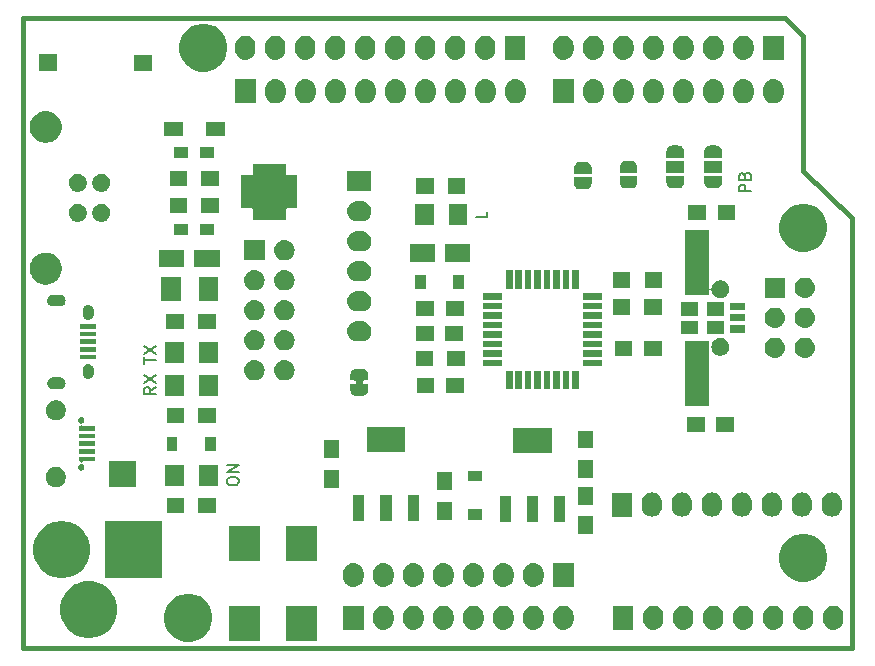
<source format=gts>
G04 #@! TF.GenerationSoftware,KiCad,Pcbnew,5.1.0-rc1-unknown-6bb8fde~66~ubuntu16.04.1*
G04 #@! TF.CreationDate,2019-02-10T19:19:22+01:00
G04 #@! TF.ProjectId,arduino_unoPB,61726475-696e-46f5-9f75-6e6f50422e6b,rev?*
G04 #@! TF.SameCoordinates,Original*
G04 #@! TF.FileFunction,Soldermask,Top*
G04 #@! TF.FilePolarity,Negative*
%FSLAX46Y46*%
G04 Gerber Fmt 4.6, Leading zero omitted, Abs format (unit mm)*
G04 Created by KiCad (PCBNEW 5.1.0-rc1-unknown-6bb8fde~66~ubuntu16.04.1) date 2019-02-10 19:19:22*
%MOMM*%
%LPD*%
G04 APERTURE LIST*
%ADD10C,0.150000*%
%ADD11C,0.400000*%
%ADD12C,0.100000*%
G04 APERTURE END LIST*
D10*
X150617180Y-82697676D02*
X150617180Y-83173866D01*
X149617180Y-83173866D01*
X122524780Y-97569161D02*
X122048590Y-97902495D01*
X122524780Y-98140590D02*
X121524780Y-98140590D01*
X121524780Y-97759638D01*
X121572400Y-97664400D01*
X121620019Y-97616780D01*
X121715257Y-97569161D01*
X121858114Y-97569161D01*
X121953352Y-97616780D01*
X122000971Y-97664400D01*
X122048590Y-97759638D01*
X122048590Y-98140590D01*
X121524780Y-97235828D02*
X122524780Y-96569161D01*
X121524780Y-96569161D02*
X122524780Y-97235828D01*
X121524780Y-95569161D02*
X121524780Y-94997733D01*
X122524780Y-95283447D02*
X121524780Y-95283447D01*
X121524780Y-94759638D02*
X122524780Y-94092971D01*
X121524780Y-94092971D02*
X122524780Y-94759638D01*
X128560580Y-105622647D02*
X128560580Y-105432171D01*
X128608200Y-105336933D01*
X128703438Y-105241695D01*
X128893914Y-105194076D01*
X129227247Y-105194076D01*
X129417723Y-105241695D01*
X129512961Y-105336933D01*
X129560580Y-105432171D01*
X129560580Y-105622647D01*
X129512961Y-105717885D01*
X129417723Y-105813123D01*
X129227247Y-105860742D01*
X128893914Y-105860742D01*
X128703438Y-105813123D01*
X128608200Y-105717885D01*
X128560580Y-105622647D01*
X129560580Y-104765504D02*
X128560580Y-104765504D01*
X129560580Y-104194076D01*
X128560580Y-104194076D01*
X172918380Y-81000504D02*
X171918380Y-81000504D01*
X171918380Y-80619552D01*
X171966000Y-80524314D01*
X172013619Y-80476695D01*
X172108857Y-80429076D01*
X172251714Y-80429076D01*
X172346952Y-80476695D01*
X172394571Y-80524314D01*
X172442190Y-80619552D01*
X172442190Y-81000504D01*
X172394571Y-79667171D02*
X172442190Y-79524314D01*
X172489809Y-79476695D01*
X172585047Y-79429076D01*
X172727904Y-79429076D01*
X172823142Y-79476695D01*
X172870761Y-79524314D01*
X172918380Y-79619552D01*
X172918380Y-80000504D01*
X171918380Y-80000504D01*
X171918380Y-79667171D01*
X171966000Y-79571933D01*
X172013619Y-79524314D01*
X172108857Y-79476695D01*
X172204095Y-79476695D01*
X172299333Y-79524314D01*
X172346952Y-79571933D01*
X172394571Y-79667171D01*
X172394571Y-80000504D01*
D11*
X175831500Y-66294000D02*
X111315500Y-66294000D01*
X181493160Y-83248500D02*
X177355500Y-79248000D01*
X177355500Y-79248000D02*
X177355500Y-67818000D01*
X177355500Y-67818000D02*
X175831500Y-66294000D01*
X181493160Y-83248500D02*
X181493160Y-119634000D01*
X111315500Y-119634000D02*
X181493160Y-119634000D01*
X111315500Y-66294000D02*
X111315500Y-119634000D01*
D12*
G36*
X125888371Y-115140088D02*
G01*
X126258171Y-115293264D01*
X126258173Y-115293265D01*
X126590985Y-115515643D01*
X126874017Y-115798675D01*
X127069006Y-116090496D01*
X127096396Y-116131489D01*
X127249572Y-116501289D01*
X127327660Y-116893864D01*
X127327660Y-117294136D01*
X127249572Y-117686711D01*
X127150620Y-117925602D01*
X127096395Y-118056513D01*
X127060656Y-118110000D01*
X126874018Y-118389324D01*
X126590984Y-118672358D01*
X126425707Y-118782792D01*
X126258173Y-118894735D01*
X126258172Y-118894736D01*
X126258171Y-118894736D01*
X125888371Y-119047912D01*
X125495796Y-119126000D01*
X125095524Y-119126000D01*
X124702949Y-119047912D01*
X124333149Y-118894736D01*
X124333148Y-118894736D01*
X124333147Y-118894735D01*
X124165613Y-118782792D01*
X124000336Y-118672358D01*
X123717302Y-118389324D01*
X123530664Y-118110000D01*
X123494925Y-118056513D01*
X123440700Y-117925602D01*
X123341748Y-117686711D01*
X123263660Y-117294136D01*
X123263660Y-116893864D01*
X123341748Y-116501289D01*
X123494924Y-116131489D01*
X123522315Y-116090496D01*
X123717303Y-115798675D01*
X124000335Y-115515643D01*
X124333147Y-115293265D01*
X124333149Y-115293264D01*
X124702949Y-115140088D01*
X125095524Y-115062000D01*
X125495796Y-115062000D01*
X125888371Y-115140088D01*
X125888371Y-115140088D01*
G37*
G36*
X136224010Y-119023130D02*
G01*
X133523990Y-119023130D01*
X133523990Y-116074190D01*
X136224010Y-116074190D01*
X136224010Y-119023130D01*
X136224010Y-119023130D01*
G37*
G36*
X131398010Y-119023130D02*
G01*
X128697990Y-119023130D01*
X128697990Y-116074190D01*
X131398010Y-116074190D01*
X131398010Y-119023130D01*
X131398010Y-119023130D01*
G37*
G36*
X117560462Y-114087442D02*
G01*
X117612536Y-114109012D01*
X117997287Y-114268381D01*
X117997288Y-114268382D01*
X118390422Y-114531065D01*
X118724755Y-114865398D01*
X118856120Y-115062000D01*
X118987439Y-115258533D01*
X119168378Y-115695359D01*
X119260620Y-116159090D01*
X119260620Y-116631910D01*
X119168378Y-117095641D01*
X118987439Y-117532467D01*
X118987438Y-117532468D01*
X118724755Y-117925602D01*
X118390422Y-118259935D01*
X118127738Y-118435454D01*
X117997287Y-118522619D01*
X117741401Y-118628610D01*
X117560462Y-118703558D01*
X117328595Y-118749679D01*
X117096730Y-118795800D01*
X116623910Y-118795800D01*
X116392045Y-118749679D01*
X116160178Y-118703558D01*
X115979239Y-118628610D01*
X115723353Y-118522619D01*
X115592902Y-118435454D01*
X115330218Y-118259935D01*
X114995885Y-117925602D01*
X114733202Y-117532468D01*
X114733201Y-117532467D01*
X114552262Y-117095641D01*
X114460020Y-116631910D01*
X114460020Y-116159090D01*
X114552262Y-115695359D01*
X114733201Y-115258533D01*
X114864520Y-115062000D01*
X114995885Y-114865398D01*
X115330218Y-114531065D01*
X115723352Y-114268382D01*
X115723353Y-114268381D01*
X116108104Y-114109012D01*
X116160178Y-114087442D01*
X116623910Y-113995200D01*
X117096730Y-113995200D01*
X117560462Y-114087442D01*
X117560462Y-114087442D01*
G37*
G36*
X147054954Y-116090496D02*
G01*
X147175386Y-116127029D01*
X147217747Y-116139879D01*
X147367767Y-116220066D01*
X147367770Y-116220068D01*
X147367771Y-116220069D01*
X147499272Y-116327988D01*
X147607191Y-116459488D01*
X147607193Y-116459492D01*
X147607194Y-116459493D01*
X147687381Y-116609513D01*
X147687382Y-116609516D01*
X147736764Y-116772305D01*
X147736764Y-116772307D01*
X147749260Y-116899179D01*
X147749260Y-117288820D01*
X147748736Y-117294136D01*
X147736764Y-117415694D01*
X147701341Y-117532467D01*
X147687381Y-117578488D01*
X147629534Y-117686711D01*
X147607191Y-117728512D01*
X147499272Y-117860012D01*
X147367772Y-117967931D01*
X147367768Y-117967933D01*
X147367767Y-117967934D01*
X147217747Y-118048121D01*
X147217744Y-118048122D01*
X147054955Y-118097504D01*
X146885660Y-118114178D01*
X146716366Y-118097504D01*
X146553577Y-118048122D01*
X146553574Y-118048121D01*
X146403554Y-117967934D01*
X146403553Y-117967933D01*
X146403549Y-117967931D01*
X146272048Y-117860012D01*
X146164129Y-117728512D01*
X146083940Y-117578488D01*
X146083939Y-117578487D01*
X146069979Y-117532467D01*
X146034556Y-117415695D01*
X146026225Y-117331112D01*
X146022060Y-117288821D01*
X146022060Y-116899180D01*
X146034556Y-116772308D01*
X146034556Y-116772306D01*
X146083938Y-116609517D01*
X146083939Y-116609513D01*
X146164126Y-116459493D01*
X146164130Y-116459488D01*
X146272048Y-116327988D01*
X146403548Y-116220069D01*
X146403552Y-116220067D01*
X146403553Y-116220066D01*
X146553573Y-116139879D01*
X146581231Y-116131489D01*
X146716365Y-116090496D01*
X146885660Y-116073822D01*
X147054954Y-116090496D01*
X147054954Y-116090496D01*
G37*
G36*
X141974954Y-116090496D02*
G01*
X142095386Y-116127029D01*
X142137747Y-116139879D01*
X142287767Y-116220066D01*
X142287770Y-116220068D01*
X142287771Y-116220069D01*
X142419272Y-116327988D01*
X142527191Y-116459488D01*
X142527193Y-116459492D01*
X142527194Y-116459493D01*
X142607381Y-116609513D01*
X142607382Y-116609516D01*
X142656764Y-116772305D01*
X142656764Y-116772307D01*
X142669260Y-116899179D01*
X142669260Y-117288820D01*
X142668736Y-117294136D01*
X142656764Y-117415694D01*
X142621341Y-117532467D01*
X142607381Y-117578488D01*
X142549534Y-117686711D01*
X142527191Y-117728512D01*
X142419272Y-117860012D01*
X142287772Y-117967931D01*
X142287768Y-117967933D01*
X142287767Y-117967934D01*
X142137747Y-118048121D01*
X142137744Y-118048122D01*
X141974955Y-118097504D01*
X141805660Y-118114178D01*
X141636366Y-118097504D01*
X141473577Y-118048122D01*
X141473574Y-118048121D01*
X141323554Y-117967934D01*
X141323553Y-117967933D01*
X141323549Y-117967931D01*
X141192048Y-117860012D01*
X141084129Y-117728512D01*
X141003940Y-117578488D01*
X141003939Y-117578487D01*
X140989979Y-117532467D01*
X140954556Y-117415695D01*
X140946225Y-117331112D01*
X140942060Y-117288821D01*
X140942060Y-116899180D01*
X140954556Y-116772308D01*
X140954556Y-116772306D01*
X141003938Y-116609517D01*
X141003939Y-116609513D01*
X141084126Y-116459493D01*
X141084130Y-116459488D01*
X141192048Y-116327988D01*
X141323548Y-116220069D01*
X141323552Y-116220067D01*
X141323553Y-116220066D01*
X141473573Y-116139879D01*
X141501231Y-116131489D01*
X141636365Y-116090496D01*
X141805660Y-116073822D01*
X141974954Y-116090496D01*
X141974954Y-116090496D01*
G37*
G36*
X169904794Y-116090496D02*
G01*
X170025226Y-116127029D01*
X170067587Y-116139879D01*
X170217607Y-116220066D01*
X170217610Y-116220068D01*
X170217611Y-116220069D01*
X170349112Y-116327988D01*
X170457031Y-116459488D01*
X170457033Y-116459492D01*
X170457034Y-116459493D01*
X170537221Y-116609513D01*
X170537222Y-116609516D01*
X170586604Y-116772305D01*
X170586604Y-116772307D01*
X170599100Y-116899179D01*
X170599100Y-117288820D01*
X170598576Y-117294136D01*
X170586604Y-117415694D01*
X170551181Y-117532467D01*
X170537221Y-117578488D01*
X170479374Y-117686711D01*
X170457031Y-117728512D01*
X170349112Y-117860012D01*
X170217612Y-117967931D01*
X170217608Y-117967933D01*
X170217607Y-117967934D01*
X170067587Y-118048121D01*
X170067584Y-118048122D01*
X169904795Y-118097504D01*
X169735500Y-118114178D01*
X169566206Y-118097504D01*
X169403417Y-118048122D01*
X169403414Y-118048121D01*
X169253394Y-117967934D01*
X169253393Y-117967933D01*
X169253389Y-117967931D01*
X169121888Y-117860012D01*
X169013969Y-117728512D01*
X168933780Y-117578488D01*
X168933779Y-117578487D01*
X168919819Y-117532467D01*
X168884396Y-117415695D01*
X168876065Y-117331112D01*
X168871900Y-117288821D01*
X168871900Y-116899180D01*
X168884396Y-116772308D01*
X168884396Y-116772306D01*
X168933778Y-116609517D01*
X168933779Y-116609513D01*
X169013966Y-116459493D01*
X169013970Y-116459488D01*
X169121888Y-116327988D01*
X169253388Y-116220069D01*
X169253392Y-116220067D01*
X169253393Y-116220066D01*
X169403413Y-116139879D01*
X169431071Y-116131489D01*
X169566205Y-116090496D01*
X169735500Y-116073822D01*
X169904794Y-116090496D01*
X169904794Y-116090496D01*
G37*
G36*
X172444794Y-116090496D02*
G01*
X172565226Y-116127029D01*
X172607587Y-116139879D01*
X172757607Y-116220066D01*
X172757610Y-116220068D01*
X172757611Y-116220069D01*
X172889112Y-116327988D01*
X172997031Y-116459488D01*
X172997033Y-116459492D01*
X172997034Y-116459493D01*
X173077221Y-116609513D01*
X173077222Y-116609516D01*
X173126604Y-116772305D01*
X173126604Y-116772307D01*
X173139100Y-116899179D01*
X173139100Y-117288820D01*
X173138576Y-117294136D01*
X173126604Y-117415694D01*
X173091181Y-117532467D01*
X173077221Y-117578488D01*
X173019374Y-117686711D01*
X172997031Y-117728512D01*
X172889112Y-117860012D01*
X172757612Y-117967931D01*
X172757608Y-117967933D01*
X172757607Y-117967934D01*
X172607587Y-118048121D01*
X172607584Y-118048122D01*
X172444795Y-118097504D01*
X172275500Y-118114178D01*
X172106206Y-118097504D01*
X171943417Y-118048122D01*
X171943414Y-118048121D01*
X171793394Y-117967934D01*
X171793393Y-117967933D01*
X171793389Y-117967931D01*
X171661888Y-117860012D01*
X171553969Y-117728512D01*
X171473780Y-117578488D01*
X171473779Y-117578487D01*
X171459819Y-117532467D01*
X171424396Y-117415695D01*
X171416065Y-117331112D01*
X171411900Y-117288821D01*
X171411900Y-116899180D01*
X171424396Y-116772308D01*
X171424396Y-116772306D01*
X171473778Y-116609517D01*
X171473779Y-116609513D01*
X171553966Y-116459493D01*
X171553970Y-116459488D01*
X171661888Y-116327988D01*
X171793388Y-116220069D01*
X171793392Y-116220067D01*
X171793393Y-116220066D01*
X171943413Y-116139879D01*
X171971071Y-116131489D01*
X172106205Y-116090496D01*
X172275500Y-116073822D01*
X172444794Y-116090496D01*
X172444794Y-116090496D01*
G37*
G36*
X174984794Y-116090496D02*
G01*
X175105226Y-116127029D01*
X175147587Y-116139879D01*
X175297607Y-116220066D01*
X175297610Y-116220068D01*
X175297611Y-116220069D01*
X175429112Y-116327988D01*
X175537031Y-116459488D01*
X175537033Y-116459492D01*
X175537034Y-116459493D01*
X175617221Y-116609513D01*
X175617222Y-116609516D01*
X175666604Y-116772305D01*
X175666604Y-116772307D01*
X175679100Y-116899179D01*
X175679100Y-117288820D01*
X175678576Y-117294136D01*
X175666604Y-117415694D01*
X175631181Y-117532467D01*
X175617221Y-117578488D01*
X175559374Y-117686711D01*
X175537031Y-117728512D01*
X175429112Y-117860012D01*
X175297612Y-117967931D01*
X175297608Y-117967933D01*
X175297607Y-117967934D01*
X175147587Y-118048121D01*
X175147584Y-118048122D01*
X174984795Y-118097504D01*
X174815500Y-118114178D01*
X174646206Y-118097504D01*
X174483417Y-118048122D01*
X174483414Y-118048121D01*
X174333394Y-117967934D01*
X174333393Y-117967933D01*
X174333389Y-117967931D01*
X174201888Y-117860012D01*
X174093969Y-117728512D01*
X174013780Y-117578488D01*
X174013779Y-117578487D01*
X173999819Y-117532467D01*
X173964396Y-117415695D01*
X173956065Y-117331112D01*
X173951900Y-117288821D01*
X173951900Y-116899180D01*
X173964396Y-116772308D01*
X173964396Y-116772306D01*
X174013778Y-116609517D01*
X174013779Y-116609513D01*
X174093966Y-116459493D01*
X174093970Y-116459488D01*
X174201888Y-116327988D01*
X174333388Y-116220069D01*
X174333392Y-116220067D01*
X174333393Y-116220066D01*
X174483413Y-116139879D01*
X174511071Y-116131489D01*
X174646205Y-116090496D01*
X174815500Y-116073822D01*
X174984794Y-116090496D01*
X174984794Y-116090496D01*
G37*
G36*
X177524794Y-116090496D02*
G01*
X177645226Y-116127029D01*
X177687587Y-116139879D01*
X177837607Y-116220066D01*
X177837610Y-116220068D01*
X177837611Y-116220069D01*
X177969112Y-116327988D01*
X178077031Y-116459488D01*
X178077033Y-116459492D01*
X178077034Y-116459493D01*
X178157221Y-116609513D01*
X178157222Y-116609516D01*
X178206604Y-116772305D01*
X178206604Y-116772307D01*
X178219100Y-116899179D01*
X178219100Y-117288820D01*
X178218576Y-117294136D01*
X178206604Y-117415694D01*
X178171181Y-117532467D01*
X178157221Y-117578488D01*
X178099374Y-117686711D01*
X178077031Y-117728512D01*
X177969112Y-117860012D01*
X177837612Y-117967931D01*
X177837608Y-117967933D01*
X177837607Y-117967934D01*
X177687587Y-118048121D01*
X177687584Y-118048122D01*
X177524795Y-118097504D01*
X177355500Y-118114178D01*
X177186206Y-118097504D01*
X177023417Y-118048122D01*
X177023414Y-118048121D01*
X176873394Y-117967934D01*
X176873393Y-117967933D01*
X176873389Y-117967931D01*
X176741888Y-117860012D01*
X176633969Y-117728512D01*
X176553780Y-117578488D01*
X176553779Y-117578487D01*
X176539819Y-117532467D01*
X176504396Y-117415695D01*
X176496065Y-117331112D01*
X176491900Y-117288821D01*
X176491900Y-116899180D01*
X176504396Y-116772308D01*
X176504396Y-116772306D01*
X176553778Y-116609517D01*
X176553779Y-116609513D01*
X176633966Y-116459493D01*
X176633970Y-116459488D01*
X176741888Y-116327988D01*
X176873388Y-116220069D01*
X176873392Y-116220067D01*
X176873393Y-116220066D01*
X177023413Y-116139879D01*
X177051071Y-116131489D01*
X177186205Y-116090496D01*
X177355500Y-116073822D01*
X177524794Y-116090496D01*
X177524794Y-116090496D01*
G37*
G36*
X180064794Y-116090496D02*
G01*
X180185226Y-116127029D01*
X180227587Y-116139879D01*
X180377607Y-116220066D01*
X180377610Y-116220068D01*
X180377611Y-116220069D01*
X180509112Y-116327988D01*
X180617031Y-116459488D01*
X180617033Y-116459492D01*
X180617034Y-116459493D01*
X180697221Y-116609513D01*
X180697222Y-116609516D01*
X180746604Y-116772305D01*
X180746604Y-116772307D01*
X180759100Y-116899179D01*
X180759100Y-117288820D01*
X180758576Y-117294136D01*
X180746604Y-117415694D01*
X180711181Y-117532467D01*
X180697221Y-117578488D01*
X180639374Y-117686711D01*
X180617031Y-117728512D01*
X180509112Y-117860012D01*
X180377612Y-117967931D01*
X180377608Y-117967933D01*
X180377607Y-117967934D01*
X180227587Y-118048121D01*
X180227584Y-118048122D01*
X180064795Y-118097504D01*
X179895500Y-118114178D01*
X179726206Y-118097504D01*
X179563417Y-118048122D01*
X179563414Y-118048121D01*
X179413394Y-117967934D01*
X179413393Y-117967933D01*
X179413389Y-117967931D01*
X179281888Y-117860012D01*
X179173969Y-117728512D01*
X179093780Y-117578488D01*
X179093779Y-117578487D01*
X179079819Y-117532467D01*
X179044396Y-117415695D01*
X179036065Y-117331112D01*
X179031900Y-117288821D01*
X179031900Y-116899180D01*
X179044396Y-116772308D01*
X179044396Y-116772306D01*
X179093778Y-116609517D01*
X179093779Y-116609513D01*
X179173966Y-116459493D01*
X179173970Y-116459488D01*
X179281888Y-116327988D01*
X179413388Y-116220069D01*
X179413392Y-116220067D01*
X179413393Y-116220066D01*
X179563413Y-116139879D01*
X179591071Y-116131489D01*
X179726205Y-116090496D01*
X179895500Y-116073822D01*
X180064794Y-116090496D01*
X180064794Y-116090496D01*
G37*
G36*
X164824794Y-116090496D02*
G01*
X164945226Y-116127029D01*
X164987587Y-116139879D01*
X165137607Y-116220066D01*
X165137610Y-116220068D01*
X165137611Y-116220069D01*
X165269112Y-116327988D01*
X165377031Y-116459488D01*
X165377033Y-116459492D01*
X165377034Y-116459493D01*
X165457221Y-116609513D01*
X165457222Y-116609516D01*
X165506604Y-116772305D01*
X165506604Y-116772307D01*
X165519100Y-116899179D01*
X165519100Y-117288820D01*
X165518576Y-117294136D01*
X165506604Y-117415694D01*
X165471181Y-117532467D01*
X165457221Y-117578488D01*
X165399374Y-117686711D01*
X165377031Y-117728512D01*
X165269112Y-117860012D01*
X165137612Y-117967931D01*
X165137608Y-117967933D01*
X165137607Y-117967934D01*
X164987587Y-118048121D01*
X164987584Y-118048122D01*
X164824795Y-118097504D01*
X164655500Y-118114178D01*
X164486206Y-118097504D01*
X164323417Y-118048122D01*
X164323414Y-118048121D01*
X164173394Y-117967934D01*
X164173393Y-117967933D01*
X164173389Y-117967931D01*
X164041888Y-117860012D01*
X163933969Y-117728512D01*
X163853780Y-117578488D01*
X163853779Y-117578487D01*
X163839819Y-117532467D01*
X163804396Y-117415695D01*
X163796065Y-117331112D01*
X163791900Y-117288821D01*
X163791900Y-116899180D01*
X163804396Y-116772308D01*
X163804396Y-116772306D01*
X163853778Y-116609517D01*
X163853779Y-116609513D01*
X163933966Y-116459493D01*
X163933970Y-116459488D01*
X164041888Y-116327988D01*
X164173388Y-116220069D01*
X164173392Y-116220067D01*
X164173393Y-116220066D01*
X164323413Y-116139879D01*
X164351071Y-116131489D01*
X164486205Y-116090496D01*
X164655500Y-116073822D01*
X164824794Y-116090496D01*
X164824794Y-116090496D01*
G37*
G36*
X144514954Y-116090496D02*
G01*
X144635386Y-116127029D01*
X144677747Y-116139879D01*
X144827767Y-116220066D01*
X144827770Y-116220068D01*
X144827771Y-116220069D01*
X144959272Y-116327988D01*
X145067191Y-116459488D01*
X145067193Y-116459492D01*
X145067194Y-116459493D01*
X145147381Y-116609513D01*
X145147382Y-116609516D01*
X145196764Y-116772305D01*
X145196764Y-116772307D01*
X145209260Y-116899179D01*
X145209260Y-117288820D01*
X145208736Y-117294136D01*
X145196764Y-117415694D01*
X145161341Y-117532467D01*
X145147381Y-117578488D01*
X145089534Y-117686711D01*
X145067191Y-117728512D01*
X144959272Y-117860012D01*
X144827772Y-117967931D01*
X144827768Y-117967933D01*
X144827767Y-117967934D01*
X144677747Y-118048121D01*
X144677744Y-118048122D01*
X144514955Y-118097504D01*
X144345660Y-118114178D01*
X144176366Y-118097504D01*
X144013577Y-118048122D01*
X144013574Y-118048121D01*
X143863554Y-117967934D01*
X143863553Y-117967933D01*
X143863549Y-117967931D01*
X143732048Y-117860012D01*
X143624129Y-117728512D01*
X143543940Y-117578488D01*
X143543939Y-117578487D01*
X143529979Y-117532467D01*
X143494556Y-117415695D01*
X143486225Y-117331112D01*
X143482060Y-117288821D01*
X143482060Y-116899180D01*
X143494556Y-116772308D01*
X143494556Y-116772306D01*
X143543938Y-116609517D01*
X143543939Y-116609513D01*
X143624126Y-116459493D01*
X143624130Y-116459488D01*
X143732048Y-116327988D01*
X143863548Y-116220069D01*
X143863552Y-116220067D01*
X143863553Y-116220066D01*
X144013573Y-116139879D01*
X144041231Y-116131489D01*
X144176365Y-116090496D01*
X144345660Y-116073822D01*
X144514954Y-116090496D01*
X144514954Y-116090496D01*
G37*
G36*
X149594954Y-116090496D02*
G01*
X149715386Y-116127029D01*
X149757747Y-116139879D01*
X149907767Y-116220066D01*
X149907770Y-116220068D01*
X149907771Y-116220069D01*
X150039272Y-116327988D01*
X150147191Y-116459488D01*
X150147193Y-116459492D01*
X150147194Y-116459493D01*
X150227381Y-116609513D01*
X150227382Y-116609516D01*
X150276764Y-116772305D01*
X150276764Y-116772307D01*
X150289260Y-116899179D01*
X150289260Y-117288820D01*
X150288736Y-117294136D01*
X150276764Y-117415694D01*
X150241341Y-117532467D01*
X150227381Y-117578488D01*
X150169534Y-117686711D01*
X150147191Y-117728512D01*
X150039272Y-117860012D01*
X149907772Y-117967931D01*
X149907768Y-117967933D01*
X149907767Y-117967934D01*
X149757747Y-118048121D01*
X149757744Y-118048122D01*
X149594955Y-118097504D01*
X149425660Y-118114178D01*
X149256366Y-118097504D01*
X149093577Y-118048122D01*
X149093574Y-118048121D01*
X148943554Y-117967934D01*
X148943553Y-117967933D01*
X148943549Y-117967931D01*
X148812048Y-117860012D01*
X148704129Y-117728512D01*
X148623940Y-117578488D01*
X148623939Y-117578487D01*
X148609979Y-117532467D01*
X148574556Y-117415695D01*
X148566225Y-117331112D01*
X148562060Y-117288821D01*
X148562060Y-116899180D01*
X148574556Y-116772308D01*
X148574556Y-116772306D01*
X148623938Y-116609517D01*
X148623939Y-116609513D01*
X148704126Y-116459493D01*
X148704130Y-116459488D01*
X148812048Y-116327988D01*
X148943548Y-116220069D01*
X148943552Y-116220067D01*
X148943553Y-116220066D01*
X149093573Y-116139879D01*
X149121231Y-116131489D01*
X149256365Y-116090496D01*
X149425660Y-116073822D01*
X149594954Y-116090496D01*
X149594954Y-116090496D01*
G37*
G36*
X152134954Y-116090496D02*
G01*
X152255386Y-116127029D01*
X152297747Y-116139879D01*
X152447767Y-116220066D01*
X152447770Y-116220068D01*
X152447771Y-116220069D01*
X152579272Y-116327988D01*
X152687191Y-116459488D01*
X152687193Y-116459492D01*
X152687194Y-116459493D01*
X152767381Y-116609513D01*
X152767382Y-116609516D01*
X152816764Y-116772305D01*
X152816764Y-116772307D01*
X152829260Y-116899179D01*
X152829260Y-117288820D01*
X152828736Y-117294136D01*
X152816764Y-117415694D01*
X152781341Y-117532467D01*
X152767381Y-117578488D01*
X152709534Y-117686711D01*
X152687191Y-117728512D01*
X152579272Y-117860012D01*
X152447772Y-117967931D01*
X152447768Y-117967933D01*
X152447767Y-117967934D01*
X152297747Y-118048121D01*
X152297744Y-118048122D01*
X152134955Y-118097504D01*
X151965660Y-118114178D01*
X151796366Y-118097504D01*
X151633577Y-118048122D01*
X151633574Y-118048121D01*
X151483554Y-117967934D01*
X151483553Y-117967933D01*
X151483549Y-117967931D01*
X151352048Y-117860012D01*
X151244129Y-117728512D01*
X151163940Y-117578488D01*
X151163939Y-117578487D01*
X151149979Y-117532467D01*
X151114556Y-117415695D01*
X151106225Y-117331112D01*
X151102060Y-117288821D01*
X151102060Y-116899180D01*
X151114556Y-116772308D01*
X151114556Y-116772306D01*
X151163938Y-116609517D01*
X151163939Y-116609513D01*
X151244126Y-116459493D01*
X151244130Y-116459488D01*
X151352048Y-116327988D01*
X151483548Y-116220069D01*
X151483552Y-116220067D01*
X151483553Y-116220066D01*
X151633573Y-116139879D01*
X151661231Y-116131489D01*
X151796365Y-116090496D01*
X151965660Y-116073822D01*
X152134954Y-116090496D01*
X152134954Y-116090496D01*
G37*
G36*
X154674954Y-116090496D02*
G01*
X154795386Y-116127029D01*
X154837747Y-116139879D01*
X154987767Y-116220066D01*
X154987770Y-116220068D01*
X154987771Y-116220069D01*
X155119272Y-116327988D01*
X155227191Y-116459488D01*
X155227193Y-116459492D01*
X155227194Y-116459493D01*
X155307381Y-116609513D01*
X155307382Y-116609516D01*
X155356764Y-116772305D01*
X155356764Y-116772307D01*
X155369260Y-116899179D01*
X155369260Y-117288820D01*
X155368736Y-117294136D01*
X155356764Y-117415694D01*
X155321341Y-117532467D01*
X155307381Y-117578488D01*
X155249534Y-117686711D01*
X155227191Y-117728512D01*
X155119272Y-117860012D01*
X154987772Y-117967931D01*
X154987768Y-117967933D01*
X154987767Y-117967934D01*
X154837747Y-118048121D01*
X154837744Y-118048122D01*
X154674955Y-118097504D01*
X154505660Y-118114178D01*
X154336366Y-118097504D01*
X154173577Y-118048122D01*
X154173574Y-118048121D01*
X154023554Y-117967934D01*
X154023553Y-117967933D01*
X154023549Y-117967931D01*
X153892048Y-117860012D01*
X153784129Y-117728512D01*
X153703940Y-117578488D01*
X153703939Y-117578487D01*
X153689979Y-117532467D01*
X153654556Y-117415695D01*
X153646225Y-117331112D01*
X153642060Y-117288821D01*
X153642060Y-116899180D01*
X153654556Y-116772308D01*
X153654556Y-116772306D01*
X153703938Y-116609517D01*
X153703939Y-116609513D01*
X153784126Y-116459493D01*
X153784130Y-116459488D01*
X153892048Y-116327988D01*
X154023548Y-116220069D01*
X154023552Y-116220067D01*
X154023553Y-116220066D01*
X154173573Y-116139879D01*
X154201231Y-116131489D01*
X154336365Y-116090496D01*
X154505660Y-116073822D01*
X154674954Y-116090496D01*
X154674954Y-116090496D01*
G37*
G36*
X157214954Y-116090496D02*
G01*
X157335386Y-116127029D01*
X157377747Y-116139879D01*
X157527767Y-116220066D01*
X157527770Y-116220068D01*
X157527771Y-116220069D01*
X157659272Y-116327988D01*
X157767191Y-116459488D01*
X157767193Y-116459492D01*
X157767194Y-116459493D01*
X157847381Y-116609513D01*
X157847382Y-116609516D01*
X157896764Y-116772305D01*
X157896764Y-116772307D01*
X157909260Y-116899179D01*
X157909260Y-117288820D01*
X157908736Y-117294136D01*
X157896764Y-117415694D01*
X157861341Y-117532467D01*
X157847381Y-117578488D01*
X157789534Y-117686711D01*
X157767191Y-117728512D01*
X157659272Y-117860012D01*
X157527772Y-117967931D01*
X157527768Y-117967933D01*
X157527767Y-117967934D01*
X157377747Y-118048121D01*
X157377744Y-118048122D01*
X157214955Y-118097504D01*
X157045660Y-118114178D01*
X156876366Y-118097504D01*
X156713577Y-118048122D01*
X156713574Y-118048121D01*
X156563554Y-117967934D01*
X156563553Y-117967933D01*
X156563549Y-117967931D01*
X156432048Y-117860012D01*
X156324129Y-117728512D01*
X156243940Y-117578488D01*
X156243939Y-117578487D01*
X156229979Y-117532467D01*
X156194556Y-117415695D01*
X156186225Y-117331112D01*
X156182060Y-117288821D01*
X156182060Y-116899180D01*
X156194556Y-116772308D01*
X156194556Y-116772306D01*
X156243938Y-116609517D01*
X156243939Y-116609513D01*
X156324126Y-116459493D01*
X156324130Y-116459488D01*
X156432048Y-116327988D01*
X156563548Y-116220069D01*
X156563552Y-116220067D01*
X156563553Y-116220066D01*
X156713573Y-116139879D01*
X156741231Y-116131489D01*
X156876365Y-116090496D01*
X157045660Y-116073822D01*
X157214954Y-116090496D01*
X157214954Y-116090496D01*
G37*
G36*
X167364794Y-116090496D02*
G01*
X167485226Y-116127029D01*
X167527587Y-116139879D01*
X167677607Y-116220066D01*
X167677610Y-116220068D01*
X167677611Y-116220069D01*
X167809112Y-116327988D01*
X167917031Y-116459488D01*
X167917033Y-116459492D01*
X167917034Y-116459493D01*
X167997221Y-116609513D01*
X167997222Y-116609516D01*
X168046604Y-116772305D01*
X168046604Y-116772307D01*
X168059100Y-116899179D01*
X168059100Y-117288820D01*
X168058576Y-117294136D01*
X168046604Y-117415694D01*
X168011181Y-117532467D01*
X167997221Y-117578488D01*
X167939374Y-117686711D01*
X167917031Y-117728512D01*
X167809112Y-117860012D01*
X167677612Y-117967931D01*
X167677608Y-117967933D01*
X167677607Y-117967934D01*
X167527587Y-118048121D01*
X167527584Y-118048122D01*
X167364795Y-118097504D01*
X167195500Y-118114178D01*
X167026206Y-118097504D01*
X166863417Y-118048122D01*
X166863414Y-118048121D01*
X166713394Y-117967934D01*
X166713393Y-117967933D01*
X166713389Y-117967931D01*
X166581888Y-117860012D01*
X166473969Y-117728512D01*
X166393780Y-117578488D01*
X166393779Y-117578487D01*
X166379819Y-117532467D01*
X166344396Y-117415695D01*
X166336065Y-117331112D01*
X166331900Y-117288821D01*
X166331900Y-116899180D01*
X166344396Y-116772308D01*
X166344396Y-116772306D01*
X166393778Y-116609517D01*
X166393779Y-116609513D01*
X166473966Y-116459493D01*
X166473970Y-116459488D01*
X166581888Y-116327988D01*
X166713388Y-116220069D01*
X166713392Y-116220067D01*
X166713393Y-116220066D01*
X166863413Y-116139879D01*
X166891071Y-116131489D01*
X167026205Y-116090496D01*
X167195500Y-116073822D01*
X167364794Y-116090496D01*
X167364794Y-116090496D01*
G37*
G36*
X140129260Y-118110000D02*
G01*
X138402060Y-118110000D01*
X138402060Y-116078000D01*
X140129260Y-116078000D01*
X140129260Y-118110000D01*
X140129260Y-118110000D01*
G37*
G36*
X162979100Y-118110000D02*
G01*
X161251900Y-118110000D01*
X161251900Y-116078000D01*
X162979100Y-116078000D01*
X162979100Y-118110000D01*
X162979100Y-118110000D01*
G37*
G36*
X152134955Y-112470996D02*
G01*
X152297744Y-112520378D01*
X152297747Y-112520379D01*
X152447767Y-112600566D01*
X152447768Y-112600567D01*
X152447772Y-112600569D01*
X152579272Y-112708488D01*
X152687191Y-112839988D01*
X152687192Y-112839990D01*
X152687194Y-112839993D01*
X152767381Y-112990012D01*
X152767382Y-112990016D01*
X152816764Y-113152806D01*
X152829260Y-113279681D01*
X152829260Y-113669320D01*
X152816764Y-113796195D01*
X152767382Y-113958983D01*
X152767381Y-113958987D01*
X152687194Y-114109007D01*
X152687191Y-114109012D01*
X152579272Y-114240512D01*
X152447771Y-114348431D01*
X152447767Y-114348434D01*
X152297747Y-114428621D01*
X152255386Y-114441471D01*
X152134954Y-114478004D01*
X151965660Y-114494678D01*
X151796365Y-114478004D01*
X151633576Y-114428622D01*
X151633573Y-114428621D01*
X151483553Y-114348434D01*
X151483552Y-114348433D01*
X151483548Y-114348431D01*
X151352048Y-114240512D01*
X151244129Y-114109011D01*
X151244128Y-114109010D01*
X151244126Y-114109007D01*
X151163939Y-113958987D01*
X151120181Y-113814736D01*
X151114556Y-113796194D01*
X151102060Y-113669319D01*
X151102060Y-113279680D01*
X151114556Y-113152805D01*
X151163938Y-112990016D01*
X151163939Y-112990013D01*
X151244128Y-112839990D01*
X151244129Y-112839988D01*
X151352048Y-112708488D01*
X151483549Y-112600569D01*
X151483553Y-112600567D01*
X151483554Y-112600566D01*
X151633574Y-112520379D01*
X151633577Y-112520378D01*
X151796366Y-112470996D01*
X151965660Y-112454322D01*
X152134955Y-112470996D01*
X152134955Y-112470996D01*
G37*
G36*
X147054955Y-112470996D02*
G01*
X147217744Y-112520378D01*
X147217747Y-112520379D01*
X147367767Y-112600566D01*
X147367768Y-112600567D01*
X147367772Y-112600569D01*
X147499272Y-112708488D01*
X147607191Y-112839988D01*
X147607192Y-112839990D01*
X147607194Y-112839993D01*
X147687381Y-112990012D01*
X147687382Y-112990016D01*
X147736764Y-113152806D01*
X147749260Y-113279681D01*
X147749260Y-113669320D01*
X147736764Y-113796195D01*
X147687382Y-113958983D01*
X147687381Y-113958987D01*
X147607194Y-114109007D01*
X147607191Y-114109012D01*
X147499272Y-114240512D01*
X147367771Y-114348431D01*
X147367767Y-114348434D01*
X147217747Y-114428621D01*
X147175386Y-114441471D01*
X147054954Y-114478004D01*
X146885660Y-114494678D01*
X146716365Y-114478004D01*
X146553576Y-114428622D01*
X146553573Y-114428621D01*
X146403553Y-114348434D01*
X146403552Y-114348433D01*
X146403548Y-114348431D01*
X146272048Y-114240512D01*
X146164129Y-114109011D01*
X146164128Y-114109010D01*
X146164126Y-114109007D01*
X146083939Y-113958987D01*
X146040181Y-113814736D01*
X146034556Y-113796194D01*
X146022060Y-113669319D01*
X146022060Y-113279680D01*
X146034556Y-113152805D01*
X146083938Y-112990016D01*
X146083939Y-112990013D01*
X146164128Y-112839990D01*
X146164129Y-112839988D01*
X146272048Y-112708488D01*
X146403549Y-112600569D01*
X146403553Y-112600567D01*
X146403554Y-112600566D01*
X146553574Y-112520379D01*
X146553577Y-112520378D01*
X146716366Y-112470996D01*
X146885660Y-112454322D01*
X147054955Y-112470996D01*
X147054955Y-112470996D01*
G37*
G36*
X141974955Y-112470996D02*
G01*
X142137744Y-112520378D01*
X142137747Y-112520379D01*
X142287767Y-112600566D01*
X142287768Y-112600567D01*
X142287772Y-112600569D01*
X142419272Y-112708488D01*
X142527191Y-112839988D01*
X142527192Y-112839990D01*
X142527194Y-112839993D01*
X142607381Y-112990012D01*
X142607382Y-112990016D01*
X142656764Y-113152806D01*
X142669260Y-113279681D01*
X142669260Y-113669320D01*
X142656764Y-113796195D01*
X142607382Y-113958983D01*
X142607381Y-113958987D01*
X142527194Y-114109007D01*
X142527191Y-114109012D01*
X142419272Y-114240512D01*
X142287771Y-114348431D01*
X142287767Y-114348434D01*
X142137747Y-114428621D01*
X142095386Y-114441471D01*
X141974954Y-114478004D01*
X141805660Y-114494678D01*
X141636365Y-114478004D01*
X141473576Y-114428622D01*
X141473573Y-114428621D01*
X141323553Y-114348434D01*
X141323552Y-114348433D01*
X141323548Y-114348431D01*
X141192048Y-114240512D01*
X141084129Y-114109011D01*
X141084128Y-114109010D01*
X141084126Y-114109007D01*
X141003939Y-113958987D01*
X140960181Y-113814736D01*
X140954556Y-113796194D01*
X140942060Y-113669319D01*
X140942060Y-113279680D01*
X140954556Y-113152805D01*
X141003938Y-112990016D01*
X141003939Y-112990013D01*
X141084128Y-112839990D01*
X141084129Y-112839988D01*
X141192048Y-112708488D01*
X141323549Y-112600569D01*
X141323553Y-112600567D01*
X141323554Y-112600566D01*
X141473574Y-112520379D01*
X141473577Y-112520378D01*
X141636366Y-112470996D01*
X141805660Y-112454322D01*
X141974955Y-112470996D01*
X141974955Y-112470996D01*
G37*
G36*
X154674955Y-112470996D02*
G01*
X154837744Y-112520378D01*
X154837747Y-112520379D01*
X154987767Y-112600566D01*
X154987768Y-112600567D01*
X154987772Y-112600569D01*
X155119272Y-112708488D01*
X155227191Y-112839988D01*
X155227192Y-112839990D01*
X155227194Y-112839993D01*
X155307381Y-112990012D01*
X155307382Y-112990016D01*
X155356764Y-113152806D01*
X155369260Y-113279681D01*
X155369260Y-113669320D01*
X155356764Y-113796195D01*
X155307382Y-113958983D01*
X155307381Y-113958987D01*
X155227194Y-114109007D01*
X155227191Y-114109012D01*
X155119272Y-114240512D01*
X154987771Y-114348431D01*
X154987767Y-114348434D01*
X154837747Y-114428621D01*
X154795386Y-114441471D01*
X154674954Y-114478004D01*
X154505660Y-114494678D01*
X154336365Y-114478004D01*
X154173576Y-114428622D01*
X154173573Y-114428621D01*
X154023553Y-114348434D01*
X154023552Y-114348433D01*
X154023548Y-114348431D01*
X153892048Y-114240512D01*
X153784129Y-114109011D01*
X153784128Y-114109010D01*
X153784126Y-114109007D01*
X153703939Y-113958987D01*
X153660181Y-113814736D01*
X153654556Y-113796194D01*
X153642060Y-113669319D01*
X153642060Y-113279680D01*
X153654556Y-113152805D01*
X153703938Y-112990016D01*
X153703939Y-112990013D01*
X153784128Y-112839990D01*
X153784129Y-112839988D01*
X153892048Y-112708488D01*
X154023549Y-112600569D01*
X154023553Y-112600567D01*
X154023554Y-112600566D01*
X154173574Y-112520379D01*
X154173577Y-112520378D01*
X154336366Y-112470996D01*
X154505660Y-112454322D01*
X154674955Y-112470996D01*
X154674955Y-112470996D01*
G37*
G36*
X144514955Y-112470996D02*
G01*
X144677744Y-112520378D01*
X144677747Y-112520379D01*
X144827767Y-112600566D01*
X144827768Y-112600567D01*
X144827772Y-112600569D01*
X144959272Y-112708488D01*
X145067191Y-112839988D01*
X145067192Y-112839990D01*
X145067194Y-112839993D01*
X145147381Y-112990012D01*
X145147382Y-112990016D01*
X145196764Y-113152806D01*
X145209260Y-113279681D01*
X145209260Y-113669320D01*
X145196764Y-113796195D01*
X145147382Y-113958983D01*
X145147381Y-113958987D01*
X145067194Y-114109007D01*
X145067191Y-114109012D01*
X144959272Y-114240512D01*
X144827771Y-114348431D01*
X144827767Y-114348434D01*
X144677747Y-114428621D01*
X144635386Y-114441471D01*
X144514954Y-114478004D01*
X144345660Y-114494678D01*
X144176365Y-114478004D01*
X144013576Y-114428622D01*
X144013573Y-114428621D01*
X143863553Y-114348434D01*
X143863552Y-114348433D01*
X143863548Y-114348431D01*
X143732048Y-114240512D01*
X143624129Y-114109011D01*
X143624128Y-114109010D01*
X143624126Y-114109007D01*
X143543939Y-113958987D01*
X143500181Y-113814736D01*
X143494556Y-113796194D01*
X143482060Y-113669319D01*
X143482060Y-113279680D01*
X143494556Y-113152805D01*
X143543938Y-112990016D01*
X143543939Y-112990013D01*
X143624128Y-112839990D01*
X143624129Y-112839988D01*
X143732048Y-112708488D01*
X143863549Y-112600569D01*
X143863553Y-112600567D01*
X143863554Y-112600566D01*
X144013574Y-112520379D01*
X144013577Y-112520378D01*
X144176366Y-112470996D01*
X144345660Y-112454322D01*
X144514955Y-112470996D01*
X144514955Y-112470996D01*
G37*
G36*
X139434955Y-112470996D02*
G01*
X139597744Y-112520378D01*
X139597747Y-112520379D01*
X139747767Y-112600566D01*
X139747768Y-112600567D01*
X139747772Y-112600569D01*
X139879272Y-112708488D01*
X139987191Y-112839988D01*
X139987192Y-112839990D01*
X139987194Y-112839993D01*
X140067381Y-112990012D01*
X140067382Y-112990016D01*
X140116764Y-113152806D01*
X140129260Y-113279681D01*
X140129260Y-113669320D01*
X140116764Y-113796195D01*
X140067382Y-113958983D01*
X140067381Y-113958987D01*
X139987194Y-114109007D01*
X139987191Y-114109012D01*
X139879272Y-114240512D01*
X139747771Y-114348431D01*
X139747767Y-114348434D01*
X139597747Y-114428621D01*
X139555386Y-114441471D01*
X139434954Y-114478004D01*
X139265660Y-114494678D01*
X139096365Y-114478004D01*
X138933576Y-114428622D01*
X138933573Y-114428621D01*
X138783553Y-114348434D01*
X138783552Y-114348433D01*
X138783548Y-114348431D01*
X138652048Y-114240512D01*
X138544129Y-114109011D01*
X138544128Y-114109010D01*
X138544126Y-114109007D01*
X138463939Y-113958987D01*
X138420181Y-113814736D01*
X138414556Y-113796194D01*
X138402060Y-113669319D01*
X138402060Y-113279680D01*
X138414556Y-113152805D01*
X138463938Y-112990016D01*
X138463939Y-112990013D01*
X138544128Y-112839990D01*
X138544129Y-112839988D01*
X138652048Y-112708488D01*
X138783549Y-112600569D01*
X138783553Y-112600567D01*
X138783554Y-112600566D01*
X138933574Y-112520379D01*
X138933577Y-112520378D01*
X139096366Y-112470996D01*
X139265660Y-112454322D01*
X139434955Y-112470996D01*
X139434955Y-112470996D01*
G37*
G36*
X149594955Y-112470996D02*
G01*
X149757744Y-112520378D01*
X149757747Y-112520379D01*
X149907767Y-112600566D01*
X149907768Y-112600567D01*
X149907772Y-112600569D01*
X150039272Y-112708488D01*
X150147191Y-112839988D01*
X150147192Y-112839990D01*
X150147194Y-112839993D01*
X150227381Y-112990012D01*
X150227382Y-112990016D01*
X150276764Y-113152806D01*
X150289260Y-113279681D01*
X150289260Y-113669320D01*
X150276764Y-113796195D01*
X150227382Y-113958983D01*
X150227381Y-113958987D01*
X150147194Y-114109007D01*
X150147191Y-114109012D01*
X150039272Y-114240512D01*
X149907771Y-114348431D01*
X149907767Y-114348434D01*
X149757747Y-114428621D01*
X149715386Y-114441471D01*
X149594954Y-114478004D01*
X149425660Y-114494678D01*
X149256365Y-114478004D01*
X149093576Y-114428622D01*
X149093573Y-114428621D01*
X148943553Y-114348434D01*
X148943552Y-114348433D01*
X148943548Y-114348431D01*
X148812048Y-114240512D01*
X148704129Y-114109011D01*
X148704128Y-114109010D01*
X148704126Y-114109007D01*
X148623939Y-113958987D01*
X148580181Y-113814736D01*
X148574556Y-113796194D01*
X148562060Y-113669319D01*
X148562060Y-113279680D01*
X148574556Y-113152805D01*
X148623938Y-112990016D01*
X148623939Y-112990013D01*
X148704128Y-112839990D01*
X148704129Y-112839988D01*
X148812048Y-112708488D01*
X148943549Y-112600569D01*
X148943553Y-112600567D01*
X148943554Y-112600566D01*
X149093574Y-112520379D01*
X149093577Y-112520378D01*
X149256366Y-112470996D01*
X149425660Y-112454322D01*
X149594955Y-112470996D01*
X149594955Y-112470996D01*
G37*
G36*
X157909260Y-114490500D02*
G01*
X156182060Y-114490500D01*
X156182060Y-112458500D01*
X157909260Y-112458500D01*
X157909260Y-114490500D01*
X157909260Y-114490500D01*
G37*
G36*
X177958371Y-110060088D02*
G01*
X178328171Y-110213264D01*
X178328173Y-110213265D01*
X178495707Y-110325208D01*
X178660984Y-110435642D01*
X178944018Y-110718676D01*
X179166396Y-111051489D01*
X179319572Y-111421289D01*
X179397660Y-111813864D01*
X179397660Y-112214136D01*
X179319572Y-112606711D01*
X179220620Y-112845602D01*
X179166395Y-112976513D01*
X179054452Y-113144047D01*
X178944018Y-113309324D01*
X178660984Y-113592358D01*
X178545803Y-113669319D01*
X178328173Y-113814735D01*
X178328172Y-113814736D01*
X178328171Y-113814736D01*
X177958371Y-113967912D01*
X177565796Y-114046000D01*
X177165524Y-114046000D01*
X176772949Y-113967912D01*
X176403149Y-113814736D01*
X176403148Y-113814736D01*
X176403147Y-113814735D01*
X176185517Y-113669319D01*
X176070336Y-113592358D01*
X175787302Y-113309324D01*
X175676868Y-113144047D01*
X175564925Y-112976513D01*
X175510700Y-112845602D01*
X175411748Y-112606711D01*
X175333660Y-112214136D01*
X175333660Y-111813864D01*
X175411748Y-111421289D01*
X175564924Y-111051489D01*
X175787302Y-110718676D01*
X176070336Y-110435642D01*
X176235613Y-110325208D01*
X176403147Y-110213265D01*
X176403149Y-110213264D01*
X176772949Y-110060088D01*
X177165524Y-109982000D01*
X177565796Y-109982000D01*
X177958371Y-110060088D01*
X177958371Y-110060088D01*
G37*
G36*
X123070620Y-113715800D02*
G01*
X118270020Y-113715800D01*
X118270020Y-108915200D01*
X123070620Y-108915200D01*
X123070620Y-113715800D01*
X123070620Y-113715800D01*
G37*
G36*
X115040077Y-108960820D02*
G01*
X115274462Y-109007442D01*
X115455401Y-109082390D01*
X115711287Y-109188381D01*
X115711288Y-109188382D01*
X116104422Y-109451065D01*
X116438755Y-109785398D01*
X116570120Y-109982000D01*
X116701439Y-110178533D01*
X116882378Y-110615359D01*
X116974620Y-111079090D01*
X116974620Y-111551910D01*
X116882378Y-112015641D01*
X116701439Y-112452467D01*
X116614274Y-112582918D01*
X116438755Y-112845602D01*
X116104422Y-113179935D01*
X115841738Y-113355454D01*
X115711287Y-113442619D01*
X115455401Y-113548610D01*
X115274462Y-113623558D01*
X115044405Y-113669319D01*
X114810730Y-113715800D01*
X114337910Y-113715800D01*
X114104235Y-113669319D01*
X113874178Y-113623558D01*
X113693239Y-113548610D01*
X113437353Y-113442619D01*
X113306902Y-113355454D01*
X113044218Y-113179935D01*
X112709885Y-112845602D01*
X112534366Y-112582918D01*
X112447201Y-112452467D01*
X112266262Y-112015641D01*
X112174020Y-111551910D01*
X112174020Y-111079090D01*
X112266262Y-110615359D01*
X112447201Y-110178533D01*
X112578520Y-109982000D01*
X112709885Y-109785398D01*
X113044218Y-109451065D01*
X113437352Y-109188382D01*
X113437353Y-109188381D01*
X113693239Y-109082390D01*
X113874178Y-109007442D01*
X114108563Y-108960820D01*
X114337910Y-108915200D01*
X114810730Y-108915200D01*
X115040077Y-108960820D01*
X115040077Y-108960820D01*
G37*
G36*
X136224010Y-112271810D02*
G01*
X133523990Y-112271810D01*
X133523990Y-109322870D01*
X136224010Y-109322870D01*
X136224010Y-112271810D01*
X136224010Y-112271810D01*
G37*
G36*
X131398010Y-112271810D02*
G01*
X128697990Y-112271810D01*
X128697990Y-109322870D01*
X131398010Y-109322870D01*
X131398010Y-112271810D01*
X131398010Y-112271810D01*
G37*
G36*
X159565500Y-110013500D02*
G01*
X158315500Y-110013500D01*
X158315500Y-108513500D01*
X159565500Y-108513500D01*
X159565500Y-110013500D01*
X159565500Y-110013500D01*
G37*
G36*
X157212080Y-108960820D02*
G01*
X156262080Y-108960820D01*
X156262080Y-106810820D01*
X157212080Y-106810820D01*
X157212080Y-108960820D01*
X157212080Y-108960820D01*
G37*
G36*
X154912080Y-108960820D02*
G01*
X153962080Y-108960820D01*
X153962080Y-106810820D01*
X154912080Y-106810820D01*
X154912080Y-108960820D01*
X154912080Y-108960820D01*
G37*
G36*
X152612080Y-108960820D02*
G01*
X151662080Y-108960820D01*
X151662080Y-106810820D01*
X152612080Y-106810820D01*
X152612080Y-108960820D01*
X152612080Y-108960820D01*
G37*
G36*
X142504180Y-108871920D02*
G01*
X141554180Y-108871920D01*
X141554180Y-106721920D01*
X142504180Y-106721920D01*
X142504180Y-108871920D01*
X142504180Y-108871920D01*
G37*
G36*
X144804180Y-108871920D02*
G01*
X143854180Y-108871920D01*
X143854180Y-106721920D01*
X144804180Y-106721920D01*
X144804180Y-108871920D01*
X144804180Y-108871920D01*
G37*
G36*
X140204180Y-108871920D02*
G01*
X139254180Y-108871920D01*
X139254180Y-106721920D01*
X140204180Y-106721920D01*
X140204180Y-108871920D01*
X140204180Y-108871920D01*
G37*
G36*
X150185520Y-108813180D02*
G01*
X148965520Y-108813180D01*
X148965520Y-107903180D01*
X150185520Y-107903180D01*
X150185520Y-108813180D01*
X150185520Y-108813180D01*
G37*
G36*
X147604640Y-108789220D02*
G01*
X146354640Y-108789220D01*
X146354640Y-107289220D01*
X147604640Y-107289220D01*
X147604640Y-108789220D01*
X147604640Y-108789220D01*
G37*
G36*
X164707954Y-106501996D02*
G01*
X164828386Y-106538529D01*
X164870747Y-106551379D01*
X165020767Y-106631566D01*
X165020770Y-106631568D01*
X165020771Y-106631569D01*
X165152272Y-106739488D01*
X165260191Y-106870988D01*
X165260193Y-106870992D01*
X165260194Y-106870993D01*
X165340381Y-107021013D01*
X165340382Y-107021016D01*
X165389764Y-107183805D01*
X165402260Y-107310680D01*
X165402260Y-107700319D01*
X165389764Y-107827194D01*
X165366714Y-107903180D01*
X165340381Y-107989988D01*
X165260194Y-108140007D01*
X165260191Y-108140012D01*
X165152272Y-108271512D01*
X165020772Y-108379431D01*
X165020768Y-108379433D01*
X165020767Y-108379434D01*
X164870747Y-108459621D01*
X164870744Y-108459622D01*
X164707955Y-108509004D01*
X164538660Y-108525678D01*
X164369366Y-108509004D01*
X164206577Y-108459622D01*
X164206574Y-108459621D01*
X164056554Y-108379434D01*
X164056553Y-108379433D01*
X164056549Y-108379431D01*
X163925048Y-108271512D01*
X163817129Y-108140012D01*
X163736940Y-107989988D01*
X163736939Y-107989987D01*
X163710606Y-107903180D01*
X163687556Y-107827195D01*
X163675060Y-107700320D01*
X163675060Y-107310681D01*
X163687556Y-107183806D01*
X163736938Y-107021017D01*
X163736939Y-107021013D01*
X163817126Y-106870993D01*
X163817130Y-106870988D01*
X163925048Y-106739488D01*
X164056548Y-106631569D01*
X164056552Y-106631567D01*
X164056553Y-106631566D01*
X164206573Y-106551379D01*
X164206576Y-106551378D01*
X164369365Y-106501996D01*
X164538660Y-106485322D01*
X164707954Y-106501996D01*
X164707954Y-106501996D01*
G37*
G36*
X167247954Y-106501996D02*
G01*
X167368386Y-106538529D01*
X167410747Y-106551379D01*
X167560767Y-106631566D01*
X167560770Y-106631568D01*
X167560771Y-106631569D01*
X167692272Y-106739488D01*
X167800191Y-106870988D01*
X167800193Y-106870992D01*
X167800194Y-106870993D01*
X167880381Y-107021013D01*
X167880382Y-107021016D01*
X167929764Y-107183805D01*
X167942260Y-107310680D01*
X167942260Y-107700319D01*
X167929764Y-107827194D01*
X167906714Y-107903180D01*
X167880381Y-107989988D01*
X167800194Y-108140007D01*
X167800191Y-108140012D01*
X167692272Y-108271512D01*
X167560772Y-108379431D01*
X167560768Y-108379433D01*
X167560767Y-108379434D01*
X167410747Y-108459621D01*
X167410744Y-108459622D01*
X167247955Y-108509004D01*
X167078660Y-108525678D01*
X166909366Y-108509004D01*
X166746577Y-108459622D01*
X166746574Y-108459621D01*
X166596554Y-108379434D01*
X166596553Y-108379433D01*
X166596549Y-108379431D01*
X166465048Y-108271512D01*
X166357129Y-108140012D01*
X166276940Y-107989988D01*
X166276939Y-107989987D01*
X166250606Y-107903180D01*
X166227556Y-107827195D01*
X166215060Y-107700320D01*
X166215060Y-107310681D01*
X166227556Y-107183806D01*
X166276938Y-107021017D01*
X166276939Y-107021013D01*
X166357126Y-106870993D01*
X166357130Y-106870988D01*
X166465048Y-106739488D01*
X166596548Y-106631569D01*
X166596552Y-106631567D01*
X166596553Y-106631566D01*
X166746573Y-106551379D01*
X166746576Y-106551378D01*
X166909365Y-106501996D01*
X167078660Y-106485322D01*
X167247954Y-106501996D01*
X167247954Y-106501996D01*
G37*
G36*
X169787954Y-106501996D02*
G01*
X169908386Y-106538529D01*
X169950747Y-106551379D01*
X170100767Y-106631566D01*
X170100770Y-106631568D01*
X170100771Y-106631569D01*
X170232272Y-106739488D01*
X170340191Y-106870988D01*
X170340193Y-106870992D01*
X170340194Y-106870993D01*
X170420381Y-107021013D01*
X170420382Y-107021016D01*
X170469764Y-107183805D01*
X170482260Y-107310680D01*
X170482260Y-107700319D01*
X170469764Y-107827194D01*
X170446714Y-107903180D01*
X170420381Y-107989988D01*
X170340194Y-108140007D01*
X170340191Y-108140012D01*
X170232272Y-108271512D01*
X170100772Y-108379431D01*
X170100768Y-108379433D01*
X170100767Y-108379434D01*
X169950747Y-108459621D01*
X169950744Y-108459622D01*
X169787955Y-108509004D01*
X169618660Y-108525678D01*
X169449366Y-108509004D01*
X169286577Y-108459622D01*
X169286574Y-108459621D01*
X169136554Y-108379434D01*
X169136553Y-108379433D01*
X169136549Y-108379431D01*
X169005048Y-108271512D01*
X168897129Y-108140012D01*
X168816940Y-107989988D01*
X168816939Y-107989987D01*
X168790606Y-107903180D01*
X168767556Y-107827195D01*
X168755060Y-107700320D01*
X168755060Y-107310681D01*
X168767556Y-107183806D01*
X168816938Y-107021017D01*
X168816939Y-107021013D01*
X168897126Y-106870993D01*
X168897130Y-106870988D01*
X169005048Y-106739488D01*
X169136548Y-106631569D01*
X169136552Y-106631567D01*
X169136553Y-106631566D01*
X169286573Y-106551379D01*
X169286576Y-106551378D01*
X169449365Y-106501996D01*
X169618660Y-106485322D01*
X169787954Y-106501996D01*
X169787954Y-106501996D01*
G37*
G36*
X172327954Y-106501996D02*
G01*
X172448386Y-106538529D01*
X172490747Y-106551379D01*
X172640767Y-106631566D01*
X172640770Y-106631568D01*
X172640771Y-106631569D01*
X172772272Y-106739488D01*
X172880191Y-106870988D01*
X172880193Y-106870992D01*
X172880194Y-106870993D01*
X172960381Y-107021013D01*
X172960382Y-107021016D01*
X173009764Y-107183805D01*
X173022260Y-107310680D01*
X173022260Y-107700319D01*
X173009764Y-107827194D01*
X172986714Y-107903180D01*
X172960381Y-107989988D01*
X172880194Y-108140007D01*
X172880191Y-108140012D01*
X172772272Y-108271512D01*
X172640772Y-108379431D01*
X172640768Y-108379433D01*
X172640767Y-108379434D01*
X172490747Y-108459621D01*
X172490744Y-108459622D01*
X172327955Y-108509004D01*
X172158660Y-108525678D01*
X171989366Y-108509004D01*
X171826577Y-108459622D01*
X171826574Y-108459621D01*
X171676554Y-108379434D01*
X171676553Y-108379433D01*
X171676549Y-108379431D01*
X171545048Y-108271512D01*
X171437129Y-108140012D01*
X171356940Y-107989988D01*
X171356939Y-107989987D01*
X171330606Y-107903180D01*
X171307556Y-107827195D01*
X171295060Y-107700320D01*
X171295060Y-107310681D01*
X171307556Y-107183806D01*
X171356938Y-107021017D01*
X171356939Y-107021013D01*
X171437126Y-106870993D01*
X171437130Y-106870988D01*
X171545048Y-106739488D01*
X171676548Y-106631569D01*
X171676552Y-106631567D01*
X171676553Y-106631566D01*
X171826573Y-106551379D01*
X171826576Y-106551378D01*
X171989365Y-106501996D01*
X172158660Y-106485322D01*
X172327954Y-106501996D01*
X172327954Y-106501996D01*
G37*
G36*
X174867954Y-106501996D02*
G01*
X174988386Y-106538529D01*
X175030747Y-106551379D01*
X175180767Y-106631566D01*
X175180770Y-106631568D01*
X175180771Y-106631569D01*
X175312272Y-106739488D01*
X175420191Y-106870988D01*
X175420193Y-106870992D01*
X175420194Y-106870993D01*
X175500381Y-107021013D01*
X175500382Y-107021016D01*
X175549764Y-107183805D01*
X175562260Y-107310680D01*
X175562260Y-107700319D01*
X175549764Y-107827194D01*
X175526714Y-107903180D01*
X175500381Y-107989988D01*
X175420194Y-108140007D01*
X175420191Y-108140012D01*
X175312272Y-108271512D01*
X175180772Y-108379431D01*
X175180768Y-108379433D01*
X175180767Y-108379434D01*
X175030747Y-108459621D01*
X175030744Y-108459622D01*
X174867955Y-108509004D01*
X174698660Y-108525678D01*
X174529366Y-108509004D01*
X174366577Y-108459622D01*
X174366574Y-108459621D01*
X174216554Y-108379434D01*
X174216553Y-108379433D01*
X174216549Y-108379431D01*
X174085048Y-108271512D01*
X173977129Y-108140012D01*
X173896940Y-107989988D01*
X173896939Y-107989987D01*
X173870606Y-107903180D01*
X173847556Y-107827195D01*
X173835060Y-107700320D01*
X173835060Y-107310681D01*
X173847556Y-107183806D01*
X173896938Y-107021017D01*
X173896939Y-107021013D01*
X173977126Y-106870993D01*
X173977130Y-106870988D01*
X174085048Y-106739488D01*
X174216548Y-106631569D01*
X174216552Y-106631567D01*
X174216553Y-106631566D01*
X174366573Y-106551379D01*
X174366576Y-106551378D01*
X174529365Y-106501996D01*
X174698660Y-106485322D01*
X174867954Y-106501996D01*
X174867954Y-106501996D01*
G37*
G36*
X179947954Y-106501996D02*
G01*
X180068386Y-106538529D01*
X180110747Y-106551379D01*
X180260767Y-106631566D01*
X180260770Y-106631568D01*
X180260771Y-106631569D01*
X180392272Y-106739488D01*
X180500191Y-106870988D01*
X180500193Y-106870992D01*
X180500194Y-106870993D01*
X180580381Y-107021013D01*
X180580382Y-107021016D01*
X180629764Y-107183805D01*
X180642260Y-107310680D01*
X180642260Y-107700319D01*
X180629764Y-107827194D01*
X180606714Y-107903180D01*
X180580381Y-107989988D01*
X180500194Y-108140007D01*
X180500191Y-108140012D01*
X180392272Y-108271512D01*
X180260772Y-108379431D01*
X180260768Y-108379433D01*
X180260767Y-108379434D01*
X180110747Y-108459621D01*
X180110744Y-108459622D01*
X179947955Y-108509004D01*
X179778660Y-108525678D01*
X179609366Y-108509004D01*
X179446577Y-108459622D01*
X179446574Y-108459621D01*
X179296554Y-108379434D01*
X179296553Y-108379433D01*
X179296549Y-108379431D01*
X179165048Y-108271512D01*
X179057129Y-108140012D01*
X178976940Y-107989988D01*
X178976939Y-107989987D01*
X178950606Y-107903180D01*
X178927556Y-107827195D01*
X178915060Y-107700320D01*
X178915060Y-107310681D01*
X178927556Y-107183806D01*
X178976938Y-107021017D01*
X178976939Y-107021013D01*
X179057126Y-106870993D01*
X179057130Y-106870988D01*
X179165048Y-106739488D01*
X179296548Y-106631569D01*
X179296552Y-106631567D01*
X179296553Y-106631566D01*
X179446573Y-106551379D01*
X179446576Y-106551378D01*
X179609365Y-106501996D01*
X179778660Y-106485322D01*
X179947954Y-106501996D01*
X179947954Y-106501996D01*
G37*
G36*
X177407954Y-106501996D02*
G01*
X177528386Y-106538529D01*
X177570747Y-106551379D01*
X177720767Y-106631566D01*
X177720770Y-106631568D01*
X177720771Y-106631569D01*
X177852272Y-106739488D01*
X177960191Y-106870988D01*
X177960193Y-106870992D01*
X177960194Y-106870993D01*
X178040381Y-107021013D01*
X178040382Y-107021016D01*
X178089764Y-107183805D01*
X178102260Y-107310680D01*
X178102260Y-107700319D01*
X178089764Y-107827194D01*
X178066714Y-107903180D01*
X178040381Y-107989988D01*
X177960194Y-108140007D01*
X177960191Y-108140012D01*
X177852272Y-108271512D01*
X177720772Y-108379431D01*
X177720768Y-108379433D01*
X177720767Y-108379434D01*
X177570747Y-108459621D01*
X177570744Y-108459622D01*
X177407955Y-108509004D01*
X177238660Y-108525678D01*
X177069366Y-108509004D01*
X176906577Y-108459622D01*
X176906574Y-108459621D01*
X176756554Y-108379434D01*
X176756553Y-108379433D01*
X176756549Y-108379431D01*
X176625048Y-108271512D01*
X176517129Y-108140012D01*
X176436940Y-107989988D01*
X176436939Y-107989987D01*
X176410606Y-107903180D01*
X176387556Y-107827195D01*
X176375060Y-107700320D01*
X176375060Y-107310681D01*
X176387556Y-107183806D01*
X176436938Y-107021017D01*
X176436939Y-107021013D01*
X176517126Y-106870993D01*
X176517130Y-106870988D01*
X176625048Y-106739488D01*
X176756548Y-106631569D01*
X176756552Y-106631567D01*
X176756553Y-106631566D01*
X176906573Y-106551379D01*
X176906576Y-106551378D01*
X177069365Y-106501996D01*
X177238660Y-106485322D01*
X177407954Y-106501996D01*
X177407954Y-106501996D01*
G37*
G36*
X162862260Y-108521500D02*
G01*
X161135060Y-108521500D01*
X161135060Y-106489500D01*
X162862260Y-106489500D01*
X162862260Y-108521500D01*
X162862260Y-108521500D01*
G37*
G36*
X124949660Y-108219000D02*
G01*
X123449660Y-108219000D01*
X123449660Y-106919000D01*
X124949660Y-106919000D01*
X124949660Y-108219000D01*
X124949660Y-108219000D01*
G37*
G36*
X127649660Y-108219000D02*
G01*
X126149660Y-108219000D01*
X126149660Y-106919000D01*
X127649660Y-106919000D01*
X127649660Y-108219000D01*
X127649660Y-108219000D01*
G37*
G36*
X159565500Y-107513500D02*
G01*
X158315500Y-107513500D01*
X158315500Y-106013500D01*
X159565500Y-106013500D01*
X159565500Y-107513500D01*
X159565500Y-107513500D01*
G37*
G36*
X147604640Y-106289220D02*
G01*
X146354640Y-106289220D01*
X146354640Y-104789220D01*
X147604640Y-104789220D01*
X147604640Y-106289220D01*
X147604640Y-106289220D01*
G37*
G36*
X138039000Y-106076500D02*
G01*
X136789000Y-106076500D01*
X136789000Y-104576500D01*
X138039000Y-104576500D01*
X138039000Y-106076500D01*
X138039000Y-106076500D01*
G37*
G36*
X114323595Y-104369664D02*
G01*
X114478284Y-104433739D01*
X114478286Y-104433740D01*
X114617504Y-104526762D01*
X114735898Y-104645156D01*
X114828920Y-104784374D01*
X114828921Y-104784376D01*
X114892996Y-104939065D01*
X114925660Y-105103281D01*
X114925660Y-105270719D01*
X114892996Y-105434935D01*
X114848159Y-105543180D01*
X114828920Y-105589626D01*
X114735898Y-105728844D01*
X114617504Y-105847238D01*
X114478286Y-105940260D01*
X114478285Y-105940261D01*
X114478284Y-105940261D01*
X114323595Y-106004336D01*
X114159379Y-106037000D01*
X113991941Y-106037000D01*
X113827725Y-106004336D01*
X113673036Y-105940261D01*
X113673035Y-105940261D01*
X113673034Y-105940260D01*
X113533816Y-105847238D01*
X113415422Y-105728844D01*
X113322400Y-105589626D01*
X113303161Y-105543180D01*
X113258324Y-105434935D01*
X113225660Y-105270719D01*
X113225660Y-105103281D01*
X113258324Y-104939065D01*
X113322399Y-104784376D01*
X113322400Y-104784374D01*
X113415422Y-104645156D01*
X113533816Y-104526762D01*
X113673034Y-104433740D01*
X113673036Y-104433739D01*
X113827725Y-104369664D01*
X113991941Y-104337000D01*
X114159379Y-104337000D01*
X114323595Y-104369664D01*
X114323595Y-104369664D01*
G37*
G36*
X120825260Y-106019600D02*
G01*
X118590060Y-106019600D01*
X118590060Y-103784400D01*
X120825260Y-103784400D01*
X120825260Y-106019600D01*
X120825260Y-106019600D01*
G37*
G36*
X124951490Y-105929430D02*
G01*
X123353830Y-105929430D01*
X123353830Y-104128570D01*
X124951490Y-104128570D01*
X124951490Y-105929430D01*
X124951490Y-105929430D01*
G37*
G36*
X127791210Y-105929430D02*
G01*
X126193550Y-105929430D01*
X126193550Y-104128570D01*
X127791210Y-104128570D01*
X127791210Y-105929430D01*
X127791210Y-105929430D01*
G37*
G36*
X150185520Y-105543180D02*
G01*
X148965520Y-105543180D01*
X148965520Y-104633180D01*
X150185520Y-104633180D01*
X150185520Y-105543180D01*
X150185520Y-105543180D01*
G37*
G36*
X159565500Y-105251000D02*
G01*
X158315500Y-105251000D01*
X158315500Y-103751000D01*
X159565500Y-103751000D01*
X159565500Y-105251000D01*
X159565500Y-105251000D01*
G37*
G36*
X117425660Y-103862000D02*
G01*
X116368036Y-103862000D01*
X116343650Y-103864402D01*
X116320201Y-103871515D01*
X116298590Y-103883066D01*
X116279648Y-103898611D01*
X116264103Y-103917553D01*
X116252552Y-103939164D01*
X116245439Y-103962613D01*
X116243037Y-103986999D01*
X116245439Y-104011385D01*
X116252552Y-104034834D01*
X116264103Y-104056445D01*
X116279648Y-104075387D01*
X116298590Y-104090932D01*
X116320193Y-104102478D01*
X116355922Y-104117278D01*
X116400963Y-104147373D01*
X116439267Y-104185677D01*
X116469362Y-104230718D01*
X116490092Y-104280765D01*
X116500660Y-104333895D01*
X116500660Y-104388065D01*
X116490092Y-104441195D01*
X116469362Y-104491242D01*
X116439267Y-104536283D01*
X116400963Y-104574587D01*
X116355922Y-104604682D01*
X116305875Y-104625412D01*
X116252745Y-104635980D01*
X116198575Y-104635980D01*
X116145445Y-104625412D01*
X116095398Y-104604682D01*
X116050357Y-104574587D01*
X116012053Y-104536283D01*
X115981958Y-104491242D01*
X115961228Y-104441195D01*
X115950660Y-104388065D01*
X115950660Y-104333895D01*
X115961228Y-104280765D01*
X115981958Y-104230718D01*
X116012053Y-104185677D01*
X116050357Y-104147373D01*
X116095398Y-104117278D01*
X116131127Y-104102478D01*
X116152730Y-104090932D01*
X116171672Y-104075387D01*
X116187217Y-104056445D01*
X116198768Y-104034834D01*
X116205881Y-104011385D01*
X116208283Y-103986999D01*
X116205881Y-103962613D01*
X116198768Y-103939164D01*
X116187217Y-103917553D01*
X116171672Y-103898611D01*
X116152730Y-103883066D01*
X116131119Y-103871515D01*
X116107670Y-103864402D01*
X116083284Y-103862000D01*
X116075660Y-103862000D01*
X116075660Y-103462000D01*
X117425660Y-103462000D01*
X117425660Y-103862000D01*
X117425660Y-103862000D01*
G37*
G36*
X138039000Y-103576500D02*
G01*
X136789000Y-103576500D01*
X136789000Y-102076500D01*
X138039000Y-102076500D01*
X138039000Y-103576500D01*
X138039000Y-103576500D01*
G37*
G36*
X117425660Y-103212000D02*
G01*
X116075660Y-103212000D01*
X116075660Y-102812000D01*
X117425660Y-102812000D01*
X117425660Y-103212000D01*
X117425660Y-103212000D01*
G37*
G36*
X156062080Y-103160820D02*
G01*
X152812080Y-103160820D01*
X152812080Y-101010820D01*
X156062080Y-101010820D01*
X156062080Y-103160820D01*
X156062080Y-103160820D01*
G37*
G36*
X143654180Y-103071920D02*
G01*
X140404180Y-103071920D01*
X140404180Y-100921920D01*
X143654180Y-100921920D01*
X143654180Y-103071920D01*
X143654180Y-103071920D01*
G37*
G36*
X127639660Y-102972000D02*
G01*
X126729660Y-102972000D01*
X126729660Y-101752000D01*
X127639660Y-101752000D01*
X127639660Y-102972000D01*
X127639660Y-102972000D01*
G37*
G36*
X124369660Y-102972000D02*
G01*
X123459660Y-102972000D01*
X123459660Y-101752000D01*
X124369660Y-101752000D01*
X124369660Y-102972000D01*
X124369660Y-102972000D01*
G37*
G36*
X159565500Y-102751000D02*
G01*
X158315500Y-102751000D01*
X158315500Y-101251000D01*
X159565500Y-101251000D01*
X159565500Y-102751000D01*
X159565500Y-102751000D01*
G37*
G36*
X117425660Y-102562000D02*
G01*
X116075660Y-102562000D01*
X116075660Y-102162000D01*
X117425660Y-102162000D01*
X117425660Y-102562000D01*
X117425660Y-102562000D01*
G37*
G36*
X117425660Y-101912000D02*
G01*
X116075660Y-101912000D01*
X116075660Y-101512000D01*
X117425660Y-101512000D01*
X117425660Y-101912000D01*
X117425660Y-101912000D01*
G37*
G36*
X169007660Y-101336000D02*
G01*
X167507660Y-101336000D01*
X167507660Y-100086000D01*
X169007660Y-100086000D01*
X169007660Y-101336000D01*
X169007660Y-101336000D01*
G37*
G36*
X171507660Y-101336000D02*
G01*
X170007660Y-101336000D01*
X170007660Y-100086000D01*
X171507660Y-100086000D01*
X171507660Y-101336000D01*
X171507660Y-101336000D01*
G37*
G36*
X116305875Y-100097568D02*
G01*
X116355922Y-100118298D01*
X116400963Y-100148393D01*
X116439267Y-100186697D01*
X116469362Y-100231738D01*
X116490092Y-100281785D01*
X116500660Y-100334915D01*
X116500660Y-100389085D01*
X116490092Y-100442215D01*
X116469362Y-100492262D01*
X116439267Y-100537303D01*
X116400963Y-100575607D01*
X116355922Y-100605702D01*
X116317728Y-100621522D01*
X116296128Y-100633068D01*
X116277186Y-100648614D01*
X116261641Y-100667556D01*
X116250090Y-100689166D01*
X116242977Y-100712615D01*
X116240575Y-100737002D01*
X116242977Y-100761388D01*
X116250090Y-100784837D01*
X116261641Y-100806447D01*
X116277187Y-100825389D01*
X116296129Y-100840934D01*
X116317739Y-100852485D01*
X116341188Y-100859598D01*
X116365574Y-100862000D01*
X117425660Y-100862000D01*
X117425660Y-101262000D01*
X116075660Y-101262000D01*
X116075660Y-100862000D01*
X116085746Y-100862000D01*
X116110132Y-100859598D01*
X116133581Y-100852485D01*
X116155192Y-100840934D01*
X116174134Y-100825389D01*
X116189679Y-100806447D01*
X116201230Y-100784836D01*
X116208343Y-100761387D01*
X116210745Y-100737001D01*
X116208343Y-100712615D01*
X116201230Y-100689166D01*
X116189679Y-100667555D01*
X116174134Y-100648613D01*
X116155192Y-100633068D01*
X116133592Y-100621522D01*
X116095398Y-100605702D01*
X116050357Y-100575607D01*
X116012053Y-100537303D01*
X115981958Y-100492262D01*
X115961228Y-100442215D01*
X115950660Y-100389085D01*
X115950660Y-100334915D01*
X115961228Y-100281785D01*
X115981958Y-100231738D01*
X116012053Y-100186697D01*
X116050357Y-100148393D01*
X116095398Y-100118298D01*
X116145445Y-100097568D01*
X116198575Y-100087000D01*
X116252745Y-100087000D01*
X116305875Y-100097568D01*
X116305875Y-100097568D01*
G37*
G36*
X127649660Y-100599000D02*
G01*
X126149660Y-100599000D01*
X126149660Y-99299000D01*
X127649660Y-99299000D01*
X127649660Y-100599000D01*
X127649660Y-100599000D01*
G37*
G36*
X124949660Y-100599000D02*
G01*
X123449660Y-100599000D01*
X123449660Y-99299000D01*
X124949660Y-99299000D01*
X124949660Y-100599000D01*
X124949660Y-100599000D01*
G37*
G36*
X114323595Y-98719664D02*
G01*
X114478284Y-98783739D01*
X114478286Y-98783740D01*
X114617504Y-98876762D01*
X114735898Y-98995156D01*
X114828920Y-99134374D01*
X114828921Y-99134376D01*
X114892996Y-99289065D01*
X114925660Y-99453281D01*
X114925660Y-99620719D01*
X114892996Y-99784935D01*
X114828921Y-99939624D01*
X114828920Y-99939626D01*
X114735898Y-100078844D01*
X114617504Y-100197238D01*
X114478286Y-100290260D01*
X114478285Y-100290261D01*
X114478284Y-100290261D01*
X114323595Y-100354336D01*
X114159379Y-100387000D01*
X113991941Y-100387000D01*
X113827725Y-100354336D01*
X113673036Y-100290261D01*
X113673035Y-100290261D01*
X113673034Y-100290260D01*
X113533816Y-100197238D01*
X113415422Y-100078844D01*
X113322400Y-99939626D01*
X113322399Y-99939624D01*
X113258324Y-99784935D01*
X113225660Y-99620719D01*
X113225660Y-99453281D01*
X113258324Y-99289065D01*
X113322399Y-99134376D01*
X113322400Y-99134374D01*
X113415422Y-98995156D01*
X113533816Y-98876762D01*
X113673034Y-98783740D01*
X113673036Y-98783739D01*
X113827725Y-98719664D01*
X113991941Y-98687000D01*
X114159379Y-98687000D01*
X114323595Y-98719664D01*
X114323595Y-98719664D01*
G37*
G36*
X170556413Y-93441153D02*
G01*
X170693007Y-93497732D01*
X170693008Y-93497733D01*
X170815941Y-93579874D01*
X170920486Y-93684419D01*
X170920487Y-93684421D01*
X171002628Y-93807353D01*
X171059207Y-93943947D01*
X171088050Y-94088954D01*
X171088050Y-94236806D01*
X171059207Y-94381813D01*
X171002628Y-94518407D01*
X171002627Y-94518408D01*
X170920486Y-94641341D01*
X170815941Y-94745886D01*
X170754056Y-94787236D01*
X170693007Y-94828028D01*
X170556413Y-94884607D01*
X170411406Y-94913450D01*
X170263554Y-94913450D01*
X170118547Y-94884607D01*
X169981953Y-94828028D01*
X169920904Y-94787236D01*
X169859019Y-94745886D01*
X169754474Y-94641341D01*
X169672333Y-94518408D01*
X169672332Y-94518407D01*
X169615753Y-94381813D01*
X169595746Y-94281228D01*
X169588633Y-94257779D01*
X169577082Y-94236169D01*
X169561537Y-94217227D01*
X169542595Y-94201681D01*
X169520985Y-94190130D01*
X169497536Y-94183017D01*
X169473149Y-94180615D01*
X169448763Y-94183017D01*
X169425314Y-94190130D01*
X169403704Y-94201681D01*
X169384762Y-94217226D01*
X169369216Y-94236168D01*
X169357665Y-94257778D01*
X169350552Y-94281227D01*
X169348150Y-94305614D01*
X169348150Y-99142550D01*
X167349170Y-99142550D01*
X167349170Y-93643450D01*
X169348150Y-93643450D01*
X169348150Y-94020146D01*
X169350552Y-94044532D01*
X169357665Y-94067981D01*
X169369216Y-94089592D01*
X169384761Y-94108534D01*
X169403703Y-94124079D01*
X169425314Y-94135630D01*
X169448763Y-94142743D01*
X169473149Y-94145145D01*
X169497535Y-94142743D01*
X169520984Y-94135630D01*
X169542595Y-94124079D01*
X169561537Y-94108534D01*
X169577082Y-94089592D01*
X169588633Y-94067981D01*
X169595746Y-94044532D01*
X169615753Y-93943947D01*
X169672332Y-93807353D01*
X169754473Y-93684421D01*
X169754474Y-93684419D01*
X169859019Y-93579874D01*
X169981952Y-93497733D01*
X169981953Y-93497732D01*
X170118547Y-93441153D01*
X170263554Y-93412310D01*
X170411406Y-93412310D01*
X170556413Y-93441153D01*
X170556413Y-93441153D01*
G37*
G36*
X124959110Y-98322130D02*
G01*
X123361450Y-98322130D01*
X123361450Y-96521270D01*
X124959110Y-96521270D01*
X124959110Y-98322130D01*
X124959110Y-98322130D01*
G37*
G36*
X127798830Y-98322130D02*
G01*
X126201170Y-98322130D01*
X126201170Y-96521270D01*
X127798830Y-96521270D01*
X127798830Y-98322130D01*
X127798830Y-98322130D01*
G37*
G36*
X140121205Y-96014606D02*
G01*
X140215002Y-96043059D01*
X140301445Y-96089264D01*
X140377213Y-96151446D01*
X140439395Y-96227214D01*
X140485600Y-96313657D01*
X140514053Y-96407454D01*
X140514355Y-96410525D01*
X140516103Y-96416286D01*
X140523660Y-96434529D01*
X140523660Y-97005000D01*
X140198659Y-97005000D01*
X140174273Y-97007402D01*
X140150824Y-97014515D01*
X140129213Y-97026066D01*
X140110271Y-97041611D01*
X140094726Y-97060553D01*
X140083175Y-97082164D01*
X140076062Y-97105613D01*
X140073660Y-97129999D01*
X140073660Y-97180001D01*
X140076062Y-97204387D01*
X140083175Y-97227836D01*
X140094726Y-97249447D01*
X140110271Y-97268389D01*
X140129213Y-97283934D01*
X140150824Y-97295485D01*
X140174273Y-97302598D01*
X140198659Y-97305000D01*
X140523660Y-97305000D01*
X140523660Y-97877736D01*
X140516103Y-97893714D01*
X140514355Y-97899475D01*
X140514053Y-97902546D01*
X140485600Y-97996343D01*
X140439395Y-98082786D01*
X140377213Y-98158554D01*
X140301445Y-98220736D01*
X140215002Y-98266941D01*
X140121205Y-98295394D01*
X140023660Y-98305001D01*
X139523660Y-98305001D01*
X139426115Y-98295394D01*
X139332318Y-98266941D01*
X139245875Y-98220736D01*
X139170107Y-98158554D01*
X139107925Y-98082786D01*
X139061720Y-97996343D01*
X139033267Y-97902546D01*
X139032965Y-97899475D01*
X139031217Y-97893714D01*
X139023660Y-97875471D01*
X139023660Y-97305000D01*
X139348661Y-97305000D01*
X139373047Y-97302598D01*
X139396496Y-97295485D01*
X139418107Y-97283934D01*
X139437049Y-97268389D01*
X139452594Y-97249447D01*
X139464145Y-97227836D01*
X139471258Y-97204387D01*
X139473660Y-97180001D01*
X139473660Y-97129999D01*
X139471258Y-97105613D01*
X139464145Y-97082164D01*
X139452594Y-97060553D01*
X139437049Y-97041611D01*
X139418107Y-97026066D01*
X139396496Y-97014515D01*
X139373047Y-97007402D01*
X139348661Y-97005000D01*
X139023660Y-97005000D01*
X139023660Y-96432264D01*
X139031217Y-96416286D01*
X139032965Y-96410525D01*
X139033267Y-96407454D01*
X139061720Y-96313657D01*
X139107925Y-96227214D01*
X139170107Y-96151446D01*
X139245875Y-96089264D01*
X139332318Y-96043059D01*
X139426115Y-96014606D01*
X139523660Y-96004999D01*
X140023660Y-96004999D01*
X140121205Y-96014606D01*
X140121205Y-96014606D01*
G37*
G36*
X148631660Y-98034000D02*
G01*
X147131660Y-98034000D01*
X147131660Y-96784000D01*
X148631660Y-96784000D01*
X148631660Y-98034000D01*
X148631660Y-98034000D01*
G37*
G36*
X146131660Y-98034000D02*
G01*
X144631660Y-98034000D01*
X144631660Y-96784000D01*
X146131660Y-96784000D01*
X146131660Y-98034000D01*
X146131660Y-98034000D01*
G37*
G36*
X152742660Y-97760000D02*
G01*
X152192660Y-97760000D01*
X152192660Y-96160000D01*
X152742660Y-96160000D01*
X152742660Y-97760000D01*
X152742660Y-97760000D01*
G37*
G36*
X158342660Y-97760000D02*
G01*
X157792660Y-97760000D01*
X157792660Y-96160000D01*
X158342660Y-96160000D01*
X158342660Y-97760000D01*
X158342660Y-97760000D01*
G37*
G36*
X153542660Y-97760000D02*
G01*
X152992660Y-97760000D01*
X152992660Y-96160000D01*
X153542660Y-96160000D01*
X153542660Y-97760000D01*
X153542660Y-97760000D01*
G37*
G36*
X157542660Y-97760000D02*
G01*
X156992660Y-97760000D01*
X156992660Y-96160000D01*
X157542660Y-96160000D01*
X157542660Y-97760000D01*
X157542660Y-97760000D01*
G37*
G36*
X156742660Y-97760000D02*
G01*
X156192660Y-97760000D01*
X156192660Y-96160000D01*
X156742660Y-96160000D01*
X156742660Y-97760000D01*
X156742660Y-97760000D01*
G37*
G36*
X154342660Y-97760000D02*
G01*
X153792660Y-97760000D01*
X153792660Y-96160000D01*
X154342660Y-96160000D01*
X154342660Y-97760000D01*
X154342660Y-97760000D01*
G37*
G36*
X155142660Y-97760000D02*
G01*
X154592660Y-97760000D01*
X154592660Y-96160000D01*
X155142660Y-96160000D01*
X155142660Y-97760000D01*
X155142660Y-97760000D01*
G37*
G36*
X155942660Y-97760000D02*
G01*
X155392660Y-97760000D01*
X155392660Y-96160000D01*
X155942660Y-96160000D01*
X155942660Y-97760000D01*
X155942660Y-97760000D01*
G37*
G36*
X114498215Y-96732334D02*
G01*
X114592470Y-96760926D01*
X114679328Y-96807353D01*
X114755464Y-96869836D01*
X114817947Y-96945972D01*
X114864374Y-97032830D01*
X114892966Y-97127085D01*
X114902619Y-97225100D01*
X114892966Y-97323115D01*
X114864374Y-97417370D01*
X114817947Y-97504228D01*
X114755464Y-97580364D01*
X114679328Y-97642847D01*
X114592470Y-97689274D01*
X114498215Y-97717866D01*
X114424764Y-97725100D01*
X113825636Y-97725100D01*
X113752185Y-97717866D01*
X113657930Y-97689274D01*
X113571072Y-97642847D01*
X113494936Y-97580364D01*
X113432453Y-97504228D01*
X113386026Y-97417370D01*
X113357434Y-97323115D01*
X113347781Y-97225100D01*
X113357434Y-97127085D01*
X113386026Y-97032830D01*
X113432453Y-96945972D01*
X113494936Y-96869836D01*
X113571072Y-96807353D01*
X113657930Y-96760926D01*
X113752185Y-96732334D01*
X113825636Y-96725100D01*
X114424764Y-96725100D01*
X114498215Y-96732334D01*
X114498215Y-96732334D01*
G37*
G36*
X133508372Y-95279565D02*
G01*
X133592955Y-95287896D01*
X133755744Y-95337278D01*
X133755747Y-95337279D01*
X133905767Y-95417466D01*
X133905768Y-95417467D01*
X133905772Y-95417469D01*
X134037272Y-95525388D01*
X134145191Y-95656888D01*
X134145193Y-95656892D01*
X134145194Y-95656893D01*
X134225381Y-95806913D01*
X134225382Y-95806916D01*
X134274764Y-95969705D01*
X134291438Y-96139000D01*
X134274764Y-96308295D01*
X134244684Y-96407454D01*
X134225381Y-96471087D01*
X134155115Y-96602546D01*
X134145191Y-96621112D01*
X134037272Y-96752612D01*
X133905772Y-96860531D01*
X133905768Y-96860533D01*
X133905767Y-96860534D01*
X133755747Y-96940721D01*
X133755744Y-96940722D01*
X133592955Y-96990104D01*
X133539244Y-96995394D01*
X133466081Y-97002600D01*
X133381239Y-97002600D01*
X133308076Y-96995394D01*
X133254365Y-96990104D01*
X133091576Y-96940722D01*
X133091573Y-96940721D01*
X132941553Y-96860534D01*
X132941552Y-96860533D01*
X132941548Y-96860531D01*
X132810048Y-96752612D01*
X132702129Y-96621112D01*
X132692205Y-96602546D01*
X132621939Y-96471087D01*
X132602636Y-96407454D01*
X132572556Y-96308295D01*
X132555882Y-96139000D01*
X132572556Y-95969705D01*
X132621938Y-95806916D01*
X132621939Y-95806913D01*
X132702126Y-95656893D01*
X132702127Y-95656892D01*
X132702129Y-95656888D01*
X132810048Y-95525388D01*
X132941548Y-95417469D01*
X132941552Y-95417467D01*
X132941553Y-95417466D01*
X133091573Y-95337279D01*
X133091576Y-95337278D01*
X133254365Y-95287896D01*
X133338948Y-95279565D01*
X133381239Y-95275400D01*
X133466081Y-95275400D01*
X133508372Y-95279565D01*
X133508372Y-95279565D01*
G37*
G36*
X130968372Y-95279565D02*
G01*
X131052955Y-95287896D01*
X131215744Y-95337278D01*
X131215747Y-95337279D01*
X131365767Y-95417466D01*
X131365768Y-95417467D01*
X131365772Y-95417469D01*
X131497272Y-95525388D01*
X131605191Y-95656888D01*
X131605193Y-95656892D01*
X131605194Y-95656893D01*
X131685381Y-95806913D01*
X131685382Y-95806916D01*
X131734764Y-95969705D01*
X131751438Y-96139000D01*
X131734764Y-96308295D01*
X131704684Y-96407454D01*
X131685381Y-96471087D01*
X131615115Y-96602546D01*
X131605191Y-96621112D01*
X131497272Y-96752612D01*
X131365772Y-96860531D01*
X131365768Y-96860533D01*
X131365767Y-96860534D01*
X131215747Y-96940721D01*
X131215744Y-96940722D01*
X131052955Y-96990104D01*
X130999244Y-96995394D01*
X130926081Y-97002600D01*
X130841239Y-97002600D01*
X130768076Y-96995394D01*
X130714365Y-96990104D01*
X130551576Y-96940722D01*
X130551573Y-96940721D01*
X130401553Y-96860534D01*
X130401552Y-96860533D01*
X130401548Y-96860531D01*
X130270048Y-96752612D01*
X130162129Y-96621112D01*
X130152205Y-96602546D01*
X130081939Y-96471087D01*
X130062636Y-96407454D01*
X130032556Y-96308295D01*
X130015882Y-96139000D01*
X130032556Y-95969705D01*
X130081938Y-95806916D01*
X130081939Y-95806913D01*
X130162126Y-95656893D01*
X130162127Y-95656892D01*
X130162129Y-95656888D01*
X130270048Y-95525388D01*
X130401548Y-95417469D01*
X130401552Y-95417467D01*
X130401553Y-95417466D01*
X130551573Y-95337279D01*
X130551576Y-95337278D01*
X130714365Y-95287896D01*
X130798948Y-95279565D01*
X130841239Y-95275400D01*
X130926081Y-95275400D01*
X130968372Y-95279565D01*
X130968372Y-95279565D01*
G37*
G36*
X116918315Y-95606973D02*
G01*
X116984558Y-95627067D01*
X117007857Y-95634135D01*
X117050424Y-95656888D01*
X117090373Y-95678241D01*
X117162701Y-95737599D01*
X117222059Y-95809927D01*
X117222060Y-95809929D01*
X117266165Y-95892442D01*
X117273233Y-95915741D01*
X117293327Y-95981984D01*
X117300200Y-96051768D01*
X117300200Y-96398432D01*
X117293327Y-96468216D01*
X117266166Y-96557754D01*
X117222059Y-96640273D01*
X117162701Y-96712601D01*
X117090373Y-96771959D01*
X117090371Y-96771960D01*
X117007858Y-96816065D01*
X116970881Y-96827282D01*
X116918316Y-96843227D01*
X116825200Y-96852398D01*
X116732085Y-96843227D01*
X116665842Y-96823133D01*
X116642543Y-96816065D01*
X116560030Y-96771960D01*
X116560028Y-96771959D01*
X116487700Y-96712601D01*
X116428342Y-96640273D01*
X116418100Y-96621112D01*
X116384234Y-96557755D01*
X116357944Y-96471087D01*
X116357073Y-96468216D01*
X116350200Y-96398432D01*
X116350200Y-96051769D01*
X116357073Y-95981985D01*
X116384234Y-95892447D01*
X116384235Y-95892443D01*
X116413056Y-95838524D01*
X116428341Y-95809927D01*
X116487699Y-95737599D01*
X116560027Y-95678241D01*
X116564747Y-95675718D01*
X116642542Y-95634135D01*
X116679519Y-95622918D01*
X116732084Y-95606973D01*
X116825200Y-95597802D01*
X116918315Y-95606973D01*
X116918315Y-95606973D01*
G37*
G36*
X160317660Y-95785000D02*
G01*
X158717660Y-95785000D01*
X158717660Y-95235000D01*
X160317660Y-95235000D01*
X160317660Y-95785000D01*
X160317660Y-95785000D01*
G37*
G36*
X151817660Y-95785000D02*
G01*
X150217660Y-95785000D01*
X150217660Y-95235000D01*
X151817660Y-95235000D01*
X151817660Y-95785000D01*
X151817660Y-95785000D01*
G37*
G36*
X148731660Y-95773000D02*
G01*
X147231660Y-95773000D01*
X147231660Y-94473000D01*
X148731660Y-94473000D01*
X148731660Y-95773000D01*
X148731660Y-95773000D01*
G37*
G36*
X146031660Y-95773000D02*
G01*
X144531660Y-95773000D01*
X144531660Y-94473000D01*
X146031660Y-94473000D01*
X146031660Y-95773000D01*
X146031660Y-95773000D01*
G37*
G36*
X127798830Y-95515430D02*
G01*
X126201170Y-95515430D01*
X126201170Y-93714570D01*
X127798830Y-93714570D01*
X127798830Y-95515430D01*
X127798830Y-95515430D01*
G37*
G36*
X124959110Y-95515430D02*
G01*
X123361450Y-95515430D01*
X123361450Y-93714570D01*
X124959110Y-93714570D01*
X124959110Y-95515430D01*
X124959110Y-95515430D01*
G37*
G36*
X117500200Y-95225100D02*
G01*
X116150200Y-95225100D01*
X116150200Y-94825100D01*
X117500200Y-94825100D01*
X117500200Y-95225100D01*
X117500200Y-95225100D01*
G37*
G36*
X177577372Y-93374565D02*
G01*
X177661955Y-93382896D01*
X177824744Y-93432278D01*
X177824747Y-93432279D01*
X177974767Y-93512466D01*
X177974768Y-93512467D01*
X177974772Y-93512469D01*
X178106272Y-93620388D01*
X178214191Y-93751888D01*
X178214193Y-93751892D01*
X178214194Y-93751893D01*
X178294381Y-93901913D01*
X178294382Y-93901916D01*
X178343764Y-94064705D01*
X178360438Y-94234000D01*
X178343764Y-94403295D01*
X178294382Y-94566084D01*
X178294381Y-94566087D01*
X178289563Y-94575100D01*
X178214191Y-94716112D01*
X178106272Y-94847612D01*
X177974772Y-94955531D01*
X177974768Y-94955533D01*
X177974767Y-94955534D01*
X177824747Y-95035721D01*
X177824744Y-95035722D01*
X177661955Y-95085104D01*
X177577372Y-95093435D01*
X177535081Y-95097600D01*
X177450239Y-95097600D01*
X177407948Y-95093435D01*
X177323365Y-95085104D01*
X177160576Y-95035722D01*
X177160573Y-95035721D01*
X177010553Y-94955534D01*
X177010552Y-94955533D01*
X177010548Y-94955531D01*
X176879048Y-94847612D01*
X176771129Y-94716112D01*
X176695757Y-94575100D01*
X176690939Y-94566087D01*
X176690938Y-94566084D01*
X176641556Y-94403295D01*
X176624882Y-94234000D01*
X176641556Y-94064705D01*
X176690938Y-93901916D01*
X176690939Y-93901913D01*
X176771126Y-93751893D01*
X176771127Y-93751892D01*
X176771129Y-93751888D01*
X176879048Y-93620388D01*
X177010548Y-93512469D01*
X177010552Y-93512467D01*
X177010553Y-93512466D01*
X177160573Y-93432279D01*
X177160576Y-93432278D01*
X177323365Y-93382896D01*
X177407948Y-93374565D01*
X177450239Y-93370400D01*
X177535081Y-93370400D01*
X177577372Y-93374565D01*
X177577372Y-93374565D01*
G37*
G36*
X175037372Y-93374565D02*
G01*
X175121955Y-93382896D01*
X175284744Y-93432278D01*
X175284747Y-93432279D01*
X175434767Y-93512466D01*
X175434768Y-93512467D01*
X175434772Y-93512469D01*
X175566272Y-93620388D01*
X175674191Y-93751888D01*
X175674193Y-93751892D01*
X175674194Y-93751893D01*
X175754381Y-93901913D01*
X175754382Y-93901916D01*
X175803764Y-94064705D01*
X175820438Y-94234000D01*
X175803764Y-94403295D01*
X175754382Y-94566084D01*
X175754381Y-94566087D01*
X175749563Y-94575100D01*
X175674191Y-94716112D01*
X175566272Y-94847612D01*
X175434772Y-94955531D01*
X175434768Y-94955533D01*
X175434767Y-94955534D01*
X175284747Y-95035721D01*
X175284744Y-95035722D01*
X175121955Y-95085104D01*
X175037372Y-95093435D01*
X174995081Y-95097600D01*
X174910239Y-95097600D01*
X174867948Y-95093435D01*
X174783365Y-95085104D01*
X174620576Y-95035722D01*
X174620573Y-95035721D01*
X174470553Y-94955534D01*
X174470552Y-94955533D01*
X174470548Y-94955531D01*
X174339048Y-94847612D01*
X174231129Y-94716112D01*
X174155757Y-94575100D01*
X174150939Y-94566087D01*
X174150938Y-94566084D01*
X174101556Y-94403295D01*
X174084882Y-94234000D01*
X174101556Y-94064705D01*
X174150938Y-93901916D01*
X174150939Y-93901913D01*
X174231126Y-93751893D01*
X174231127Y-93751892D01*
X174231129Y-93751888D01*
X174339048Y-93620388D01*
X174470548Y-93512469D01*
X174470552Y-93512467D01*
X174470553Y-93512466D01*
X174620573Y-93432279D01*
X174620576Y-93432278D01*
X174783365Y-93382896D01*
X174867948Y-93374565D01*
X174910239Y-93370400D01*
X174995081Y-93370400D01*
X175037372Y-93374565D01*
X175037372Y-93374565D01*
G37*
G36*
X151817660Y-94985000D02*
G01*
X150217660Y-94985000D01*
X150217660Y-94435000D01*
X151817660Y-94435000D01*
X151817660Y-94985000D01*
X151817660Y-94985000D01*
G37*
G36*
X160317660Y-94985000D02*
G01*
X158717660Y-94985000D01*
X158717660Y-94435000D01*
X160317660Y-94435000D01*
X160317660Y-94985000D01*
X160317660Y-94985000D01*
G37*
G36*
X165380420Y-94907260D02*
G01*
X163880420Y-94907260D01*
X163880420Y-93657260D01*
X165380420Y-93657260D01*
X165380420Y-94907260D01*
X165380420Y-94907260D01*
G37*
G36*
X162880420Y-94907260D02*
G01*
X161380420Y-94907260D01*
X161380420Y-93657260D01*
X162880420Y-93657260D01*
X162880420Y-94907260D01*
X162880420Y-94907260D01*
G37*
G36*
X117500200Y-94575100D02*
G01*
X116150200Y-94575100D01*
X116150200Y-94175100D01*
X117500200Y-94175100D01*
X117500200Y-94575100D01*
X117500200Y-94575100D01*
G37*
G36*
X130968372Y-92739565D02*
G01*
X131052955Y-92747896D01*
X131215744Y-92797278D01*
X131215747Y-92797279D01*
X131365767Y-92877466D01*
X131365768Y-92877467D01*
X131365772Y-92877469D01*
X131497272Y-92985388D01*
X131605191Y-93116888D01*
X131605193Y-93116892D01*
X131605194Y-93116893D01*
X131685381Y-93266913D01*
X131685382Y-93266916D01*
X131734764Y-93429705D01*
X131751438Y-93599000D01*
X131734764Y-93768295D01*
X131694231Y-93901913D01*
X131685381Y-93931087D01*
X131613961Y-94064705D01*
X131605191Y-94081112D01*
X131497272Y-94212612D01*
X131365772Y-94320531D01*
X131365768Y-94320533D01*
X131365767Y-94320534D01*
X131215747Y-94400721D01*
X131215744Y-94400722D01*
X131052955Y-94450104D01*
X130968372Y-94458435D01*
X130926081Y-94462600D01*
X130841239Y-94462600D01*
X130798948Y-94458435D01*
X130714365Y-94450104D01*
X130551576Y-94400722D01*
X130551573Y-94400721D01*
X130401553Y-94320534D01*
X130401552Y-94320533D01*
X130401548Y-94320531D01*
X130270048Y-94212612D01*
X130162129Y-94081112D01*
X130153359Y-94064705D01*
X130081939Y-93931087D01*
X130073089Y-93901913D01*
X130032556Y-93768295D01*
X130015882Y-93599000D01*
X130032556Y-93429705D01*
X130081938Y-93266916D01*
X130081939Y-93266913D01*
X130162126Y-93116893D01*
X130162127Y-93116892D01*
X130162129Y-93116888D01*
X130270048Y-92985388D01*
X130401548Y-92877469D01*
X130401552Y-92877467D01*
X130401553Y-92877466D01*
X130551573Y-92797279D01*
X130551576Y-92797278D01*
X130714365Y-92747896D01*
X130798948Y-92739565D01*
X130841239Y-92735400D01*
X130926081Y-92735400D01*
X130968372Y-92739565D01*
X130968372Y-92739565D01*
G37*
G36*
X133508372Y-92739565D02*
G01*
X133592955Y-92747896D01*
X133755744Y-92797278D01*
X133755747Y-92797279D01*
X133905767Y-92877466D01*
X133905768Y-92877467D01*
X133905772Y-92877469D01*
X134037272Y-92985388D01*
X134145191Y-93116888D01*
X134145193Y-93116892D01*
X134145194Y-93116893D01*
X134225381Y-93266913D01*
X134225382Y-93266916D01*
X134274764Y-93429705D01*
X134291438Y-93599000D01*
X134274764Y-93768295D01*
X134234231Y-93901913D01*
X134225381Y-93931087D01*
X134153961Y-94064705D01*
X134145191Y-94081112D01*
X134037272Y-94212612D01*
X133905772Y-94320531D01*
X133905768Y-94320533D01*
X133905767Y-94320534D01*
X133755747Y-94400721D01*
X133755744Y-94400722D01*
X133592955Y-94450104D01*
X133508372Y-94458435D01*
X133466081Y-94462600D01*
X133381239Y-94462600D01*
X133338948Y-94458435D01*
X133254365Y-94450104D01*
X133091576Y-94400722D01*
X133091573Y-94400721D01*
X132941553Y-94320534D01*
X132941552Y-94320533D01*
X132941548Y-94320531D01*
X132810048Y-94212612D01*
X132702129Y-94081112D01*
X132693359Y-94064705D01*
X132621939Y-93931087D01*
X132613089Y-93901913D01*
X132572556Y-93768295D01*
X132555882Y-93599000D01*
X132572556Y-93429705D01*
X132621938Y-93266916D01*
X132621939Y-93266913D01*
X132702126Y-93116893D01*
X132702127Y-93116892D01*
X132702129Y-93116888D01*
X132810048Y-92985388D01*
X132941548Y-92877469D01*
X132941552Y-92877467D01*
X132941553Y-92877466D01*
X133091573Y-92797279D01*
X133091576Y-92797278D01*
X133254365Y-92747896D01*
X133338948Y-92739565D01*
X133381239Y-92735400D01*
X133466081Y-92735400D01*
X133508372Y-92739565D01*
X133508372Y-92739565D01*
G37*
G36*
X151817660Y-94185000D02*
G01*
X150217660Y-94185000D01*
X150217660Y-93635000D01*
X151817660Y-93635000D01*
X151817660Y-94185000D01*
X151817660Y-94185000D01*
G37*
G36*
X160317660Y-94185000D02*
G01*
X158717660Y-94185000D01*
X158717660Y-93635000D01*
X160317660Y-93635000D01*
X160317660Y-94185000D01*
X160317660Y-94185000D01*
G37*
G36*
X117500200Y-93925100D02*
G01*
X116150200Y-93925100D01*
X116150200Y-93525100D01*
X117500200Y-93525100D01*
X117500200Y-93925100D01*
X117500200Y-93925100D01*
G37*
G36*
X140010772Y-91977565D02*
G01*
X140095355Y-91985896D01*
X140258144Y-92035278D01*
X140258147Y-92035279D01*
X140408167Y-92115466D01*
X140408168Y-92115467D01*
X140408172Y-92115469D01*
X140539672Y-92223388D01*
X140647591Y-92354888D01*
X140647593Y-92354892D01*
X140647594Y-92354893D01*
X140727781Y-92504913D01*
X140727782Y-92504916D01*
X140777164Y-92667705D01*
X140793838Y-92837000D01*
X140777164Y-93006295D01*
X140743614Y-93116893D01*
X140727781Y-93169087D01*
X140671116Y-93275100D01*
X140647591Y-93319112D01*
X140539672Y-93450612D01*
X140408172Y-93558531D01*
X140408168Y-93558533D01*
X140408167Y-93558534D01*
X140258147Y-93638721D01*
X140258144Y-93638722D01*
X140095355Y-93688104D01*
X140010772Y-93696435D01*
X139968481Y-93700600D01*
X139578839Y-93700600D01*
X139536548Y-93696435D01*
X139451965Y-93688104D01*
X139289176Y-93638722D01*
X139289173Y-93638721D01*
X139139153Y-93558534D01*
X139139152Y-93558533D01*
X139139148Y-93558531D01*
X139007648Y-93450612D01*
X138899729Y-93319112D01*
X138876204Y-93275100D01*
X138819539Y-93169087D01*
X138803706Y-93116893D01*
X138770156Y-93006295D01*
X138753482Y-92837000D01*
X138770156Y-92667705D01*
X138819538Y-92504916D01*
X138819539Y-92504913D01*
X138899726Y-92354893D01*
X138899727Y-92354892D01*
X138899729Y-92354888D01*
X139007648Y-92223388D01*
X139139148Y-92115469D01*
X139139152Y-92115467D01*
X139139153Y-92115466D01*
X139289173Y-92035279D01*
X139289176Y-92035278D01*
X139451965Y-91985896D01*
X139536548Y-91977565D01*
X139578839Y-91973400D01*
X139968481Y-91973400D01*
X140010772Y-91977565D01*
X140010772Y-91977565D01*
G37*
G36*
X148558000Y-93665200D02*
G01*
X147058000Y-93665200D01*
X147058000Y-92415200D01*
X148558000Y-92415200D01*
X148558000Y-93665200D01*
X148558000Y-93665200D01*
G37*
G36*
X146058000Y-93665200D02*
G01*
X144558000Y-93665200D01*
X144558000Y-92415200D01*
X146058000Y-92415200D01*
X146058000Y-93665200D01*
X146058000Y-93665200D01*
G37*
G36*
X160317660Y-93385000D02*
G01*
X158717660Y-93385000D01*
X158717660Y-92835000D01*
X160317660Y-92835000D01*
X160317660Y-93385000D01*
X160317660Y-93385000D01*
G37*
G36*
X151817660Y-93385000D02*
G01*
X150217660Y-93385000D01*
X150217660Y-92835000D01*
X151817660Y-92835000D01*
X151817660Y-93385000D01*
X151817660Y-93385000D01*
G37*
G36*
X117500200Y-93275100D02*
G01*
X116150200Y-93275100D01*
X116150200Y-92875100D01*
X117500200Y-92875100D01*
X117500200Y-93275100D01*
X117500200Y-93275100D01*
G37*
G36*
X168433750Y-93107510D02*
G01*
X167034210Y-93107510D01*
X167034210Y-91956890D01*
X168433750Y-91956890D01*
X168433750Y-93107510D01*
X168433750Y-93107510D01*
G37*
G36*
X170633390Y-93107510D02*
G01*
X169233850Y-93107510D01*
X169233850Y-91956890D01*
X170633390Y-91956890D01*
X170633390Y-93107510D01*
X170633390Y-93107510D01*
G37*
G36*
X172427660Y-92944000D02*
G01*
X171127660Y-92944000D01*
X171127660Y-92344000D01*
X172427660Y-92344000D01*
X172427660Y-92944000D01*
X172427660Y-92944000D01*
G37*
G36*
X127623000Y-92636100D02*
G01*
X126123000Y-92636100D01*
X126123000Y-91336100D01*
X127623000Y-91336100D01*
X127623000Y-92636100D01*
X127623000Y-92636100D01*
G37*
G36*
X124923000Y-92636100D02*
G01*
X123423000Y-92636100D01*
X123423000Y-91336100D01*
X124923000Y-91336100D01*
X124923000Y-92636100D01*
X124923000Y-92636100D01*
G37*
G36*
X117500200Y-92625100D02*
G01*
X116150200Y-92625100D01*
X116150200Y-92225100D01*
X117500200Y-92225100D01*
X117500200Y-92625100D01*
X117500200Y-92625100D01*
G37*
G36*
X160317660Y-92585000D02*
G01*
X158717660Y-92585000D01*
X158717660Y-92035000D01*
X160317660Y-92035000D01*
X160317660Y-92585000D01*
X160317660Y-92585000D01*
G37*
G36*
X151817660Y-92585000D02*
G01*
X150217660Y-92585000D01*
X150217660Y-92035000D01*
X151817660Y-92035000D01*
X151817660Y-92585000D01*
X151817660Y-92585000D01*
G37*
G36*
X177577372Y-90834565D02*
G01*
X177661955Y-90842896D01*
X177824744Y-90892278D01*
X177824747Y-90892279D01*
X177974767Y-90972466D01*
X177974768Y-90972467D01*
X177974772Y-90972469D01*
X178106272Y-91080388D01*
X178214191Y-91211888D01*
X178214193Y-91211892D01*
X178214194Y-91211893D01*
X178294381Y-91361913D01*
X178294382Y-91361916D01*
X178343764Y-91524705D01*
X178360438Y-91694000D01*
X178343764Y-91863295D01*
X178294382Y-92026084D01*
X178294381Y-92026087D01*
X178214194Y-92176107D01*
X178214191Y-92176112D01*
X178106272Y-92307612D01*
X177974772Y-92415531D01*
X177974768Y-92415533D01*
X177974767Y-92415534D01*
X177824747Y-92495721D01*
X177824744Y-92495722D01*
X177661955Y-92545104D01*
X177577372Y-92553435D01*
X177535081Y-92557600D01*
X177450239Y-92557600D01*
X177407948Y-92553435D01*
X177323365Y-92545104D01*
X177160576Y-92495722D01*
X177160573Y-92495721D01*
X177010553Y-92415534D01*
X177010552Y-92415533D01*
X177010548Y-92415531D01*
X176879048Y-92307612D01*
X176771129Y-92176112D01*
X176771126Y-92176107D01*
X176690939Y-92026087D01*
X176690938Y-92026084D01*
X176641556Y-91863295D01*
X176624882Y-91694000D01*
X176641556Y-91524705D01*
X176690938Y-91361916D01*
X176690939Y-91361913D01*
X176771126Y-91211893D01*
X176771127Y-91211892D01*
X176771129Y-91211888D01*
X176879048Y-91080388D01*
X177010548Y-90972469D01*
X177010552Y-90972467D01*
X177010553Y-90972466D01*
X177160573Y-90892279D01*
X177160576Y-90892278D01*
X177323365Y-90842896D01*
X177407948Y-90834565D01*
X177450239Y-90830400D01*
X177535081Y-90830400D01*
X177577372Y-90834565D01*
X177577372Y-90834565D01*
G37*
G36*
X175037372Y-90834565D02*
G01*
X175121955Y-90842896D01*
X175284744Y-90892278D01*
X175284747Y-90892279D01*
X175434767Y-90972466D01*
X175434768Y-90972467D01*
X175434772Y-90972469D01*
X175566272Y-91080388D01*
X175674191Y-91211888D01*
X175674193Y-91211892D01*
X175674194Y-91211893D01*
X175754381Y-91361913D01*
X175754382Y-91361916D01*
X175803764Y-91524705D01*
X175820438Y-91694000D01*
X175803764Y-91863295D01*
X175754382Y-92026084D01*
X175754381Y-92026087D01*
X175674194Y-92176107D01*
X175674191Y-92176112D01*
X175566272Y-92307612D01*
X175434772Y-92415531D01*
X175434768Y-92415533D01*
X175434767Y-92415534D01*
X175284747Y-92495721D01*
X175284744Y-92495722D01*
X175121955Y-92545104D01*
X175037372Y-92553435D01*
X174995081Y-92557600D01*
X174910239Y-92557600D01*
X174867948Y-92553435D01*
X174783365Y-92545104D01*
X174620576Y-92495722D01*
X174620573Y-92495721D01*
X174470553Y-92415534D01*
X174470552Y-92415533D01*
X174470548Y-92415531D01*
X174339048Y-92307612D01*
X174231129Y-92176112D01*
X174231126Y-92176107D01*
X174150939Y-92026087D01*
X174150938Y-92026084D01*
X174101556Y-91863295D01*
X174084882Y-91694000D01*
X174101556Y-91524705D01*
X174150938Y-91361916D01*
X174150939Y-91361913D01*
X174231126Y-91211893D01*
X174231127Y-91211892D01*
X174231129Y-91211888D01*
X174339048Y-91080388D01*
X174470548Y-90972469D01*
X174470552Y-90972467D01*
X174470553Y-90972466D01*
X174620573Y-90892279D01*
X174620576Y-90892278D01*
X174783365Y-90842896D01*
X174867948Y-90834565D01*
X174910239Y-90830400D01*
X174995081Y-90830400D01*
X175037372Y-90834565D01*
X175037372Y-90834565D01*
G37*
G36*
X172427660Y-91994000D02*
G01*
X171127660Y-91994000D01*
X171127660Y-91394000D01*
X172427660Y-91394000D01*
X172427660Y-91994000D01*
X172427660Y-91994000D01*
G37*
G36*
X133508372Y-90199565D02*
G01*
X133592955Y-90207896D01*
X133755744Y-90257278D01*
X133755747Y-90257279D01*
X133905767Y-90337466D01*
X133905768Y-90337467D01*
X133905772Y-90337469D01*
X134037272Y-90445388D01*
X134145191Y-90576888D01*
X134145193Y-90576892D01*
X134145194Y-90576893D01*
X134225381Y-90726913D01*
X134225382Y-90726916D01*
X134274764Y-90889705D01*
X134291438Y-91059000D01*
X134274764Y-91228295D01*
X134242061Y-91336100D01*
X134225381Y-91391087D01*
X134145194Y-91541107D01*
X134145191Y-91541112D01*
X134037272Y-91672612D01*
X133905772Y-91780531D01*
X133905768Y-91780533D01*
X133905767Y-91780534D01*
X133755747Y-91860721D01*
X133755744Y-91860722D01*
X133592955Y-91910104D01*
X133508372Y-91918435D01*
X133466081Y-91922600D01*
X133381239Y-91922600D01*
X133338948Y-91918435D01*
X133254365Y-91910104D01*
X133091576Y-91860722D01*
X133091573Y-91860721D01*
X132941553Y-91780534D01*
X132941552Y-91780533D01*
X132941548Y-91780531D01*
X132810048Y-91672612D01*
X132702129Y-91541112D01*
X132702126Y-91541107D01*
X132621939Y-91391087D01*
X132605259Y-91336100D01*
X132572556Y-91228295D01*
X132555882Y-91059000D01*
X132572556Y-90889705D01*
X132621938Y-90726916D01*
X132621939Y-90726913D01*
X132702126Y-90576893D01*
X132702127Y-90576892D01*
X132702129Y-90576888D01*
X132810048Y-90445388D01*
X132941548Y-90337469D01*
X132941552Y-90337467D01*
X132941553Y-90337466D01*
X133091573Y-90257279D01*
X133091576Y-90257278D01*
X133254365Y-90207896D01*
X133338948Y-90199565D01*
X133381239Y-90195400D01*
X133466081Y-90195400D01*
X133508372Y-90199565D01*
X133508372Y-90199565D01*
G37*
G36*
X130968372Y-90199565D02*
G01*
X131052955Y-90207896D01*
X131215744Y-90257278D01*
X131215747Y-90257279D01*
X131365767Y-90337466D01*
X131365768Y-90337467D01*
X131365772Y-90337469D01*
X131497272Y-90445388D01*
X131605191Y-90576888D01*
X131605193Y-90576892D01*
X131605194Y-90576893D01*
X131685381Y-90726913D01*
X131685382Y-90726916D01*
X131734764Y-90889705D01*
X131751438Y-91059000D01*
X131734764Y-91228295D01*
X131702061Y-91336100D01*
X131685381Y-91391087D01*
X131605194Y-91541107D01*
X131605191Y-91541112D01*
X131497272Y-91672612D01*
X131365772Y-91780531D01*
X131365768Y-91780533D01*
X131365767Y-91780534D01*
X131215747Y-91860721D01*
X131215744Y-91860722D01*
X131052955Y-91910104D01*
X130968372Y-91918435D01*
X130926081Y-91922600D01*
X130841239Y-91922600D01*
X130798948Y-91918435D01*
X130714365Y-91910104D01*
X130551576Y-91860722D01*
X130551573Y-91860721D01*
X130401553Y-91780534D01*
X130401552Y-91780533D01*
X130401548Y-91780531D01*
X130270048Y-91672612D01*
X130162129Y-91541112D01*
X130162126Y-91541107D01*
X130081939Y-91391087D01*
X130065259Y-91336100D01*
X130032556Y-91228295D01*
X130015882Y-91059000D01*
X130032556Y-90889705D01*
X130081938Y-90726916D01*
X130081939Y-90726913D01*
X130162126Y-90576893D01*
X130162127Y-90576892D01*
X130162129Y-90576888D01*
X130270048Y-90445388D01*
X130401548Y-90337469D01*
X130401552Y-90337467D01*
X130401553Y-90337466D01*
X130551573Y-90257279D01*
X130551576Y-90257278D01*
X130714365Y-90207896D01*
X130798948Y-90199565D01*
X130841239Y-90195400D01*
X130926081Y-90195400D01*
X130968372Y-90199565D01*
X130968372Y-90199565D01*
G37*
G36*
X116918315Y-90606973D02*
G01*
X116984558Y-90627067D01*
X117007857Y-90634135D01*
X117061776Y-90662956D01*
X117090373Y-90678241D01*
X117162701Y-90737599D01*
X117222059Y-90809927D01*
X117222060Y-90809929D01*
X117266165Y-90892442D01*
X117271676Y-90910611D01*
X117293327Y-90981984D01*
X117300200Y-91051768D01*
X117300200Y-91398432D01*
X117293327Y-91468216D01*
X117266166Y-91557754D01*
X117222059Y-91640273D01*
X117162701Y-91712601D01*
X117090373Y-91771959D01*
X117090371Y-91771960D01*
X117007858Y-91816065D01*
X116970881Y-91827282D01*
X116918316Y-91843227D01*
X116825200Y-91852398D01*
X116732085Y-91843227D01*
X116665842Y-91823133D01*
X116642543Y-91816065D01*
X116560030Y-91771960D01*
X116560028Y-91771959D01*
X116487700Y-91712601D01*
X116428342Y-91640273D01*
X116428341Y-91640271D01*
X116384234Y-91557755D01*
X116365700Y-91496656D01*
X116357073Y-91468216D01*
X116350200Y-91398432D01*
X116350200Y-91051769D01*
X116357073Y-90981985D01*
X116384234Y-90892447D01*
X116384235Y-90892443D01*
X116417398Y-90830400D01*
X116428341Y-90809927D01*
X116487699Y-90737599D01*
X116560027Y-90678241D01*
X116564747Y-90675718D01*
X116642542Y-90634135D01*
X116679519Y-90622918D01*
X116732084Y-90606973D01*
X116825200Y-90597802D01*
X116918315Y-90606973D01*
X116918315Y-90606973D01*
G37*
G36*
X151817660Y-91785000D02*
G01*
X150217660Y-91785000D01*
X150217660Y-91235000D01*
X151817660Y-91235000D01*
X151817660Y-91785000D01*
X151817660Y-91785000D01*
G37*
G36*
X160317660Y-91785000D02*
G01*
X158717660Y-91785000D01*
X158717660Y-91235000D01*
X160317660Y-91235000D01*
X160317660Y-91785000D01*
X160317660Y-91785000D01*
G37*
G36*
X148608800Y-91531600D02*
G01*
X147108800Y-91531600D01*
X147108800Y-90281600D01*
X148608800Y-90281600D01*
X148608800Y-91531600D01*
X148608800Y-91531600D01*
G37*
G36*
X146108800Y-91531600D02*
G01*
X144608800Y-91531600D01*
X144608800Y-90281600D01*
X146108800Y-90281600D01*
X146108800Y-91531600D01*
X146108800Y-91531600D01*
G37*
G36*
X170633390Y-91507310D02*
G01*
X169233850Y-91507310D01*
X169233850Y-90356690D01*
X170633390Y-90356690D01*
X170633390Y-91507310D01*
X170633390Y-91507310D01*
G37*
G36*
X168433750Y-91507310D02*
G01*
X167034210Y-91507310D01*
X167034210Y-90356690D01*
X168433750Y-90356690D01*
X168433750Y-91507310D01*
X168433750Y-91507310D01*
G37*
G36*
X165416920Y-91444840D02*
G01*
X163916920Y-91444840D01*
X163916920Y-90144840D01*
X165416920Y-90144840D01*
X165416920Y-91444840D01*
X165416920Y-91444840D01*
G37*
G36*
X162716920Y-91444840D02*
G01*
X161216920Y-91444840D01*
X161216920Y-90144840D01*
X162716920Y-90144840D01*
X162716920Y-91444840D01*
X162716920Y-91444840D01*
G37*
G36*
X140010772Y-89437565D02*
G01*
X140095355Y-89445896D01*
X140258144Y-89495278D01*
X140258147Y-89495279D01*
X140408167Y-89575466D01*
X140408168Y-89575467D01*
X140408172Y-89575469D01*
X140539672Y-89683388D01*
X140647591Y-89814888D01*
X140647593Y-89814892D01*
X140647594Y-89814893D01*
X140727781Y-89964913D01*
X140727782Y-89964916D01*
X140777164Y-90127705D01*
X140793838Y-90297000D01*
X140777164Y-90466295D01*
X140743614Y-90576893D01*
X140727781Y-90629087D01*
X140647594Y-90779107D01*
X140647591Y-90779112D01*
X140539672Y-90910612D01*
X140408172Y-91018531D01*
X140408168Y-91018533D01*
X140408167Y-91018534D01*
X140258147Y-91098721D01*
X140258144Y-91098722D01*
X140095355Y-91148104D01*
X140010772Y-91156435D01*
X139968481Y-91160600D01*
X139578839Y-91160600D01*
X139536548Y-91156435D01*
X139451965Y-91148104D01*
X139289176Y-91098722D01*
X139289173Y-91098721D01*
X139139153Y-91018534D01*
X139139152Y-91018533D01*
X139139148Y-91018531D01*
X139007648Y-90910612D01*
X138899729Y-90779112D01*
X138899726Y-90779107D01*
X138819539Y-90629087D01*
X138803706Y-90576893D01*
X138770156Y-90466295D01*
X138753482Y-90297000D01*
X138770156Y-90127705D01*
X138819538Y-89964916D01*
X138819539Y-89964913D01*
X138899726Y-89814893D01*
X138899727Y-89814892D01*
X138899729Y-89814888D01*
X139007648Y-89683388D01*
X139139148Y-89575469D01*
X139139152Y-89575467D01*
X139139153Y-89575466D01*
X139289173Y-89495279D01*
X139289176Y-89495278D01*
X139451965Y-89445896D01*
X139536548Y-89437565D01*
X139578839Y-89433400D01*
X139968481Y-89433400D01*
X140010772Y-89437565D01*
X140010772Y-89437565D01*
G37*
G36*
X172427660Y-91044000D02*
G01*
X171127660Y-91044000D01*
X171127660Y-90444000D01*
X172427660Y-90444000D01*
X172427660Y-91044000D01*
X172427660Y-91044000D01*
G37*
G36*
X160317660Y-90985000D02*
G01*
X158717660Y-90985000D01*
X158717660Y-90435000D01*
X160317660Y-90435000D01*
X160317660Y-90985000D01*
X160317660Y-90985000D01*
G37*
G36*
X151817660Y-90985000D02*
G01*
X150217660Y-90985000D01*
X150217660Y-90435000D01*
X151817660Y-90435000D01*
X151817660Y-90985000D01*
X151817660Y-90985000D01*
G37*
G36*
X114498215Y-89732334D02*
G01*
X114592470Y-89760926D01*
X114679328Y-89807353D01*
X114755464Y-89869836D01*
X114817947Y-89945972D01*
X114864374Y-90032830D01*
X114892966Y-90127085D01*
X114902619Y-90225100D01*
X114892966Y-90323115D01*
X114864374Y-90417370D01*
X114817947Y-90504228D01*
X114755464Y-90580364D01*
X114679328Y-90642847D01*
X114592470Y-90689274D01*
X114498215Y-90717866D01*
X114424764Y-90725100D01*
X113825636Y-90725100D01*
X113752185Y-90717866D01*
X113657930Y-90689274D01*
X113571072Y-90642847D01*
X113494936Y-90580364D01*
X113432453Y-90504228D01*
X113386026Y-90417370D01*
X113357434Y-90323115D01*
X113347781Y-90225100D01*
X113357434Y-90127085D01*
X113386026Y-90032830D01*
X113432453Y-89945972D01*
X113494936Y-89869836D01*
X113571072Y-89807353D01*
X113657930Y-89760926D01*
X113752185Y-89732334D01*
X113825636Y-89725100D01*
X114424764Y-89725100D01*
X114498215Y-89732334D01*
X114498215Y-89732334D01*
G37*
G36*
X127825000Y-90296000D02*
G01*
X126175000Y-90296000D01*
X126175000Y-88266000D01*
X127825000Y-88266000D01*
X127825000Y-90296000D01*
X127825000Y-90296000D01*
G37*
G36*
X124665000Y-90296000D02*
G01*
X123015000Y-90296000D01*
X123015000Y-88266000D01*
X124665000Y-88266000D01*
X124665000Y-90296000D01*
X124665000Y-90296000D01*
G37*
G36*
X160317660Y-90185000D02*
G01*
X158717660Y-90185000D01*
X158717660Y-89635000D01*
X160317660Y-89635000D01*
X160317660Y-90185000D01*
X160317660Y-90185000D01*
G37*
G36*
X151817660Y-90185000D02*
G01*
X150217660Y-90185000D01*
X150217660Y-89635000D01*
X151817660Y-89635000D01*
X151817660Y-90185000D01*
X151817660Y-90185000D01*
G37*
G36*
X169348150Y-89138266D02*
G01*
X169350552Y-89162652D01*
X169357665Y-89186101D01*
X169369216Y-89207712D01*
X169384761Y-89226654D01*
X169403703Y-89242199D01*
X169425314Y-89253750D01*
X169448763Y-89260863D01*
X169473149Y-89263265D01*
X169497535Y-89260863D01*
X169520984Y-89253750D01*
X169542595Y-89242199D01*
X169561537Y-89226654D01*
X169577082Y-89207712D01*
X169588633Y-89186101D01*
X169595746Y-89162652D01*
X169615753Y-89062067D01*
X169672332Y-88925473D01*
X169722037Y-88851084D01*
X169754474Y-88802539D01*
X169859019Y-88697994D01*
X169920904Y-88656644D01*
X169981953Y-88615852D01*
X170118547Y-88559273D01*
X170263554Y-88530430D01*
X170411406Y-88530430D01*
X170556413Y-88559273D01*
X170693007Y-88615852D01*
X170754056Y-88656644D01*
X170815941Y-88697994D01*
X170920486Y-88802539D01*
X170952923Y-88851084D01*
X171002628Y-88925473D01*
X171059207Y-89062067D01*
X171088050Y-89207074D01*
X171088050Y-89354926D01*
X171059207Y-89499933D01*
X171002628Y-89636527D01*
X171002627Y-89636528D01*
X170920486Y-89759461D01*
X170815941Y-89864006D01*
X170798688Y-89875534D01*
X170693007Y-89946148D01*
X170556413Y-90002727D01*
X170411406Y-90031570D01*
X170263554Y-90031570D01*
X170118547Y-90002727D01*
X169981953Y-89946148D01*
X169876272Y-89875534D01*
X169859019Y-89864006D01*
X169754474Y-89759461D01*
X169672333Y-89636528D01*
X169672332Y-89636527D01*
X169615753Y-89499933D01*
X169595746Y-89399348D01*
X169588633Y-89375899D01*
X169577082Y-89354289D01*
X169561537Y-89335347D01*
X169542595Y-89319801D01*
X169520985Y-89308250D01*
X169497536Y-89301137D01*
X169473149Y-89298735D01*
X169448763Y-89301137D01*
X169425314Y-89308250D01*
X169403704Y-89319801D01*
X169384762Y-89335346D01*
X169369216Y-89354288D01*
X169357665Y-89375898D01*
X169350552Y-89399347D01*
X169348150Y-89423734D01*
X169348150Y-89744550D01*
X167349170Y-89744550D01*
X167349170Y-84245450D01*
X169348150Y-84245450D01*
X169348150Y-89138266D01*
X169348150Y-89138266D01*
G37*
G36*
X177577372Y-88294565D02*
G01*
X177661955Y-88302896D01*
X177824744Y-88352278D01*
X177824747Y-88352279D01*
X177974767Y-88432466D01*
X177974768Y-88432467D01*
X177974772Y-88432469D01*
X178106272Y-88540388D01*
X178214191Y-88671888D01*
X178214193Y-88671892D01*
X178214194Y-88671893D01*
X178294381Y-88821913D01*
X178294382Y-88821916D01*
X178343764Y-88984705D01*
X178360438Y-89154000D01*
X178343764Y-89323295D01*
X178306573Y-89445896D01*
X178294381Y-89486087D01*
X178214194Y-89636107D01*
X178214191Y-89636112D01*
X178106272Y-89767612D01*
X177974772Y-89875531D01*
X177974768Y-89875533D01*
X177974767Y-89875534D01*
X177824747Y-89955721D01*
X177824744Y-89955722D01*
X177661955Y-90005104D01*
X177577372Y-90013435D01*
X177535081Y-90017600D01*
X177450239Y-90017600D01*
X177407948Y-90013435D01*
X177323365Y-90005104D01*
X177160576Y-89955722D01*
X177160573Y-89955721D01*
X177010553Y-89875534D01*
X177010552Y-89875533D01*
X177010548Y-89875531D01*
X176879048Y-89767612D01*
X176771129Y-89636112D01*
X176771126Y-89636107D01*
X176690939Y-89486087D01*
X176678747Y-89445896D01*
X176641556Y-89323295D01*
X176624882Y-89154000D01*
X176641556Y-88984705D01*
X176690938Y-88821916D01*
X176690939Y-88821913D01*
X176771126Y-88671893D01*
X176771127Y-88671892D01*
X176771129Y-88671888D01*
X176879048Y-88540388D01*
X177010548Y-88432469D01*
X177010552Y-88432467D01*
X177010553Y-88432466D01*
X177160573Y-88352279D01*
X177160576Y-88352278D01*
X177323365Y-88302896D01*
X177407948Y-88294565D01*
X177450239Y-88290400D01*
X177535081Y-88290400D01*
X177577372Y-88294565D01*
X177577372Y-88294565D01*
G37*
G36*
X175816260Y-90017600D02*
G01*
X174089060Y-90017600D01*
X174089060Y-88290400D01*
X175816260Y-88290400D01*
X175816260Y-90017600D01*
X175816260Y-90017600D01*
G37*
G36*
X133508372Y-87659565D02*
G01*
X133592955Y-87667896D01*
X133755744Y-87717278D01*
X133755747Y-87717279D01*
X133905767Y-87797466D01*
X133905768Y-87797467D01*
X133905772Y-87797469D01*
X134037272Y-87905388D01*
X134145191Y-88036888D01*
X134145193Y-88036892D01*
X134145194Y-88036893D01*
X134225381Y-88186913D01*
X134225382Y-88186916D01*
X134274764Y-88349705D01*
X134291438Y-88519000D01*
X134274764Y-88688295D01*
X134234231Y-88821913D01*
X134225381Y-88851087D01*
X134185621Y-88925473D01*
X134145191Y-89001112D01*
X134037272Y-89132612D01*
X133905772Y-89240531D01*
X133905768Y-89240533D01*
X133905767Y-89240534D01*
X133755747Y-89320721D01*
X133755744Y-89320722D01*
X133592955Y-89370104D01*
X133508372Y-89378435D01*
X133466081Y-89382600D01*
X133381239Y-89382600D01*
X133338948Y-89378435D01*
X133254365Y-89370104D01*
X133091576Y-89320722D01*
X133091573Y-89320721D01*
X132941553Y-89240534D01*
X132941552Y-89240533D01*
X132941548Y-89240531D01*
X132810048Y-89132612D01*
X132702129Y-89001112D01*
X132661699Y-88925473D01*
X132621939Y-88851087D01*
X132613089Y-88821913D01*
X132572556Y-88688295D01*
X132555882Y-88519000D01*
X132572556Y-88349705D01*
X132621938Y-88186916D01*
X132621939Y-88186913D01*
X132702126Y-88036893D01*
X132702127Y-88036892D01*
X132702129Y-88036888D01*
X132810048Y-87905388D01*
X132941548Y-87797469D01*
X132941552Y-87797467D01*
X132941553Y-87797466D01*
X133091573Y-87717279D01*
X133091576Y-87717278D01*
X133254365Y-87667896D01*
X133338948Y-87659565D01*
X133381239Y-87655400D01*
X133466081Y-87655400D01*
X133508372Y-87659565D01*
X133508372Y-87659565D01*
G37*
G36*
X130968372Y-87659565D02*
G01*
X131052955Y-87667896D01*
X131215744Y-87717278D01*
X131215747Y-87717279D01*
X131365767Y-87797466D01*
X131365768Y-87797467D01*
X131365772Y-87797469D01*
X131497272Y-87905388D01*
X131605191Y-88036888D01*
X131605193Y-88036892D01*
X131605194Y-88036893D01*
X131685381Y-88186913D01*
X131685382Y-88186916D01*
X131734764Y-88349705D01*
X131751438Y-88519000D01*
X131734764Y-88688295D01*
X131694231Y-88821913D01*
X131685381Y-88851087D01*
X131645621Y-88925473D01*
X131605191Y-89001112D01*
X131497272Y-89132612D01*
X131365772Y-89240531D01*
X131365768Y-89240533D01*
X131365767Y-89240534D01*
X131215747Y-89320721D01*
X131215744Y-89320722D01*
X131052955Y-89370104D01*
X130968372Y-89378435D01*
X130926081Y-89382600D01*
X130841239Y-89382600D01*
X130798948Y-89378435D01*
X130714365Y-89370104D01*
X130551576Y-89320722D01*
X130551573Y-89320721D01*
X130401553Y-89240534D01*
X130401552Y-89240533D01*
X130401548Y-89240531D01*
X130270048Y-89132612D01*
X130162129Y-89001112D01*
X130121699Y-88925473D01*
X130081939Y-88851087D01*
X130073089Y-88821913D01*
X130032556Y-88688295D01*
X130015882Y-88519000D01*
X130032556Y-88349705D01*
X130081938Y-88186916D01*
X130081939Y-88186913D01*
X130162126Y-88036893D01*
X130162127Y-88036892D01*
X130162129Y-88036888D01*
X130270048Y-87905388D01*
X130401548Y-87797469D01*
X130401552Y-87797467D01*
X130401553Y-87797466D01*
X130551573Y-87717279D01*
X130551576Y-87717278D01*
X130714365Y-87667896D01*
X130798948Y-87659565D01*
X130841239Y-87655400D01*
X130926081Y-87655400D01*
X130968372Y-87659565D01*
X130968372Y-87659565D01*
G37*
G36*
X145378000Y-89281400D02*
G01*
X144468000Y-89281400D01*
X144468000Y-88061400D01*
X145378000Y-88061400D01*
X145378000Y-89281400D01*
X145378000Y-89281400D01*
G37*
G36*
X148648000Y-89281400D02*
G01*
X147738000Y-89281400D01*
X147738000Y-88061400D01*
X148648000Y-88061400D01*
X148648000Y-89281400D01*
X148648000Y-89281400D01*
G37*
G36*
X155942660Y-89260000D02*
G01*
X155392660Y-89260000D01*
X155392660Y-87660000D01*
X155942660Y-87660000D01*
X155942660Y-89260000D01*
X155942660Y-89260000D01*
G37*
G36*
X158342660Y-89260000D02*
G01*
X157792660Y-89260000D01*
X157792660Y-87660000D01*
X158342660Y-87660000D01*
X158342660Y-89260000D01*
X158342660Y-89260000D01*
G37*
G36*
X157542660Y-89260000D02*
G01*
X156992660Y-89260000D01*
X156992660Y-87660000D01*
X157542660Y-87660000D01*
X157542660Y-89260000D01*
X157542660Y-89260000D01*
G37*
G36*
X154342660Y-89260000D02*
G01*
X153792660Y-89260000D01*
X153792660Y-87660000D01*
X154342660Y-87660000D01*
X154342660Y-89260000D01*
X154342660Y-89260000D01*
G37*
G36*
X156742660Y-89260000D02*
G01*
X156192660Y-89260000D01*
X156192660Y-87660000D01*
X156742660Y-87660000D01*
X156742660Y-89260000D01*
X156742660Y-89260000D01*
G37*
G36*
X153542660Y-89260000D02*
G01*
X152992660Y-89260000D01*
X152992660Y-87660000D01*
X153542660Y-87660000D01*
X153542660Y-89260000D01*
X153542660Y-89260000D01*
G37*
G36*
X155142660Y-89260000D02*
G01*
X154592660Y-89260000D01*
X154592660Y-87660000D01*
X155142660Y-87660000D01*
X155142660Y-89260000D01*
X155142660Y-89260000D01*
G37*
G36*
X152742660Y-89260000D02*
G01*
X152192660Y-89260000D01*
X152192660Y-87660000D01*
X152742660Y-87660000D01*
X152742660Y-89260000D01*
X152742660Y-89260000D01*
G37*
G36*
X162727080Y-89158840D02*
G01*
X161227080Y-89158840D01*
X161227080Y-87858840D01*
X162727080Y-87858840D01*
X162727080Y-89158840D01*
X162727080Y-89158840D01*
G37*
G36*
X165427080Y-89158840D02*
G01*
X163927080Y-89158840D01*
X163927080Y-87858840D01*
X165427080Y-87858840D01*
X165427080Y-89158840D01*
X165427080Y-89158840D01*
G37*
G36*
X113537503Y-86218057D02*
G01*
X113624443Y-86235350D01*
X113726209Y-86277503D01*
X113870128Y-86337116D01*
X113870129Y-86337117D01*
X114091241Y-86484859D01*
X114279281Y-86672899D01*
X114279282Y-86672901D01*
X114427024Y-86894012D01*
X114528790Y-87139698D01*
X114580670Y-87400514D01*
X114580670Y-87666446D01*
X114554608Y-87797466D01*
X114528983Y-87926295D01*
X114528790Y-87927262D01*
X114427024Y-88172948D01*
X114364848Y-88266000D01*
X114279281Y-88394061D01*
X114091241Y-88582101D01*
X114040729Y-88615852D01*
X113870128Y-88729844D01*
X113726209Y-88789457D01*
X113624443Y-88831610D01*
X113537503Y-88848903D01*
X113363626Y-88883490D01*
X113097694Y-88883490D01*
X112923817Y-88848903D01*
X112836877Y-88831610D01*
X112735111Y-88789457D01*
X112591192Y-88729844D01*
X112420591Y-88615852D01*
X112370079Y-88582101D01*
X112182039Y-88394061D01*
X112096472Y-88266000D01*
X112034296Y-88172948D01*
X111932530Y-87927262D01*
X111932338Y-87926295D01*
X111906712Y-87797466D01*
X111880650Y-87666446D01*
X111880650Y-87400514D01*
X111932530Y-87139698D01*
X112034296Y-86894012D01*
X112182038Y-86672901D01*
X112182039Y-86672899D01*
X112370079Y-86484859D01*
X112591191Y-86337117D01*
X112591192Y-86337116D01*
X112735111Y-86277503D01*
X112836877Y-86235350D01*
X112923817Y-86218057D01*
X113097694Y-86183470D01*
X113363626Y-86183470D01*
X113537503Y-86218057D01*
X113537503Y-86218057D01*
G37*
G36*
X140010772Y-86897565D02*
G01*
X140095355Y-86905896D01*
X140258144Y-86955278D01*
X140258147Y-86955279D01*
X140408167Y-87035466D01*
X140408168Y-87035467D01*
X140408172Y-87035469D01*
X140539672Y-87143388D01*
X140647591Y-87274888D01*
X140647593Y-87274892D01*
X140647594Y-87274893D01*
X140727781Y-87424913D01*
X140727782Y-87424916D01*
X140777164Y-87587705D01*
X140793838Y-87757000D01*
X140777164Y-87926295D01*
X140743614Y-88036893D01*
X140727781Y-88089087D01*
X140647594Y-88239107D01*
X140647591Y-88239112D01*
X140539672Y-88370612D01*
X140408172Y-88478531D01*
X140408168Y-88478533D01*
X140408167Y-88478534D01*
X140258147Y-88558721D01*
X140258144Y-88558722D01*
X140095355Y-88608104D01*
X140016677Y-88615853D01*
X139968481Y-88620600D01*
X139578839Y-88620600D01*
X139530643Y-88615853D01*
X139451965Y-88608104D01*
X139289176Y-88558722D01*
X139289173Y-88558721D01*
X139139153Y-88478534D01*
X139139152Y-88478533D01*
X139139148Y-88478531D01*
X139007648Y-88370612D01*
X138899729Y-88239112D01*
X138899726Y-88239107D01*
X138819539Y-88089087D01*
X138803706Y-88036893D01*
X138770156Y-87926295D01*
X138753482Y-87757000D01*
X138770156Y-87587705D01*
X138819538Y-87424916D01*
X138819539Y-87424913D01*
X138899726Y-87274893D01*
X138899727Y-87274892D01*
X138899729Y-87274888D01*
X139007648Y-87143388D01*
X139139148Y-87035469D01*
X139139152Y-87035467D01*
X139139153Y-87035466D01*
X139289173Y-86955279D01*
X139289176Y-86955278D01*
X139451965Y-86905896D01*
X139536548Y-86897565D01*
X139578839Y-86893400D01*
X139968481Y-86893400D01*
X140010772Y-86897565D01*
X140010772Y-86897565D01*
G37*
G36*
X124945140Y-87428070D02*
G01*
X122796300Y-87428070D01*
X122796300Y-85926930D01*
X124945140Y-85926930D01*
X124945140Y-87428070D01*
X124945140Y-87428070D01*
G37*
G36*
X127947420Y-87428070D02*
G01*
X125798580Y-87428070D01*
X125798580Y-85926930D01*
X127947420Y-85926930D01*
X127947420Y-87428070D01*
X127947420Y-87428070D01*
G37*
G36*
X149184360Y-86983570D02*
G01*
X147035520Y-86983570D01*
X147035520Y-85482430D01*
X149184360Y-85482430D01*
X149184360Y-86983570D01*
X149184360Y-86983570D01*
G37*
G36*
X146182080Y-86983570D02*
G01*
X144033240Y-86983570D01*
X144033240Y-85482430D01*
X146182080Y-85482430D01*
X146182080Y-86983570D01*
X146182080Y-86983570D01*
G37*
G36*
X131747260Y-86842600D02*
G01*
X130020060Y-86842600D01*
X130020060Y-85115400D01*
X131747260Y-85115400D01*
X131747260Y-86842600D01*
X131747260Y-86842600D01*
G37*
G36*
X133508372Y-85119565D02*
G01*
X133592955Y-85127896D01*
X133755744Y-85177278D01*
X133755747Y-85177279D01*
X133905767Y-85257466D01*
X133905768Y-85257467D01*
X133905772Y-85257469D01*
X134037272Y-85365388D01*
X134145191Y-85496888D01*
X134145193Y-85496892D01*
X134145194Y-85496893D01*
X134225381Y-85646913D01*
X134225382Y-85646916D01*
X134274764Y-85809705D01*
X134291438Y-85979000D01*
X134274764Y-86148295D01*
X134248356Y-86235350D01*
X134225381Y-86311087D01*
X134145194Y-86461107D01*
X134145191Y-86461112D01*
X134037272Y-86592612D01*
X133905772Y-86700531D01*
X133905768Y-86700533D01*
X133905767Y-86700534D01*
X133755747Y-86780721D01*
X133755744Y-86780722D01*
X133592955Y-86830104D01*
X133508372Y-86838435D01*
X133466081Y-86842600D01*
X133381239Y-86842600D01*
X133338948Y-86838435D01*
X133254365Y-86830104D01*
X133091576Y-86780722D01*
X133091573Y-86780721D01*
X132941553Y-86700534D01*
X132941552Y-86700533D01*
X132941548Y-86700531D01*
X132810048Y-86592612D01*
X132702129Y-86461112D01*
X132702126Y-86461107D01*
X132621939Y-86311087D01*
X132598964Y-86235350D01*
X132572556Y-86148295D01*
X132555882Y-85979000D01*
X132572556Y-85809705D01*
X132621938Y-85646916D01*
X132621939Y-85646913D01*
X132702126Y-85496893D01*
X132702127Y-85496892D01*
X132702129Y-85496888D01*
X132810048Y-85365388D01*
X132941548Y-85257469D01*
X132941552Y-85257467D01*
X132941553Y-85257466D01*
X133091573Y-85177279D01*
X133091576Y-85177278D01*
X133254365Y-85127896D01*
X133338948Y-85119565D01*
X133381239Y-85115400D01*
X133466081Y-85115400D01*
X133508372Y-85119565D01*
X133508372Y-85119565D01*
G37*
G36*
X177948211Y-82120088D02*
G01*
X178318011Y-82273264D01*
X178318013Y-82273265D01*
X178396936Y-82326000D01*
X178650824Y-82495642D01*
X178933858Y-82778676D01*
X179156236Y-83111489D01*
X179309412Y-83481289D01*
X179387500Y-83873864D01*
X179387500Y-84274136D01*
X179309412Y-84666711D01*
X179156236Y-85036511D01*
X179156235Y-85036513D01*
X179148755Y-85047707D01*
X178933858Y-85369324D01*
X178650824Y-85652358D01*
X178485547Y-85762792D01*
X178318013Y-85874735D01*
X178318012Y-85874736D01*
X178318011Y-85874736D01*
X177948211Y-86027912D01*
X177555636Y-86106000D01*
X177155364Y-86106000D01*
X176762789Y-86027912D01*
X176392989Y-85874736D01*
X176392988Y-85874736D01*
X176392987Y-85874735D01*
X176225453Y-85762792D01*
X176060176Y-85652358D01*
X175777142Y-85369324D01*
X175562245Y-85047707D01*
X175554765Y-85036513D01*
X175554764Y-85036511D01*
X175401588Y-84666711D01*
X175323500Y-84274136D01*
X175323500Y-83873864D01*
X175401588Y-83481289D01*
X175554764Y-83111489D01*
X175777142Y-82778676D01*
X176060176Y-82495642D01*
X176314064Y-82326000D01*
X176392987Y-82273265D01*
X176392989Y-82273264D01*
X176762789Y-82120088D01*
X177155364Y-82042000D01*
X177555636Y-82042000D01*
X177948211Y-82120088D01*
X177948211Y-82120088D01*
G37*
G36*
X140010772Y-84357565D02*
G01*
X140095355Y-84365896D01*
X140258144Y-84415278D01*
X140258147Y-84415279D01*
X140408167Y-84495466D01*
X140408168Y-84495467D01*
X140408172Y-84495469D01*
X140539672Y-84603388D01*
X140647591Y-84734888D01*
X140647593Y-84734892D01*
X140647594Y-84734893D01*
X140727781Y-84884913D01*
X140727782Y-84884916D01*
X140777164Y-85047705D01*
X140793838Y-85217000D01*
X140777164Y-85386295D01*
X140743614Y-85496893D01*
X140727781Y-85549087D01*
X140647594Y-85699107D01*
X140647591Y-85699112D01*
X140539672Y-85830612D01*
X140408172Y-85938531D01*
X140408168Y-85938533D01*
X140408167Y-85938534D01*
X140258147Y-86018721D01*
X140258144Y-86018722D01*
X140095355Y-86068104D01*
X140010772Y-86076435D01*
X139968481Y-86080600D01*
X139578839Y-86080600D01*
X139536548Y-86076435D01*
X139451965Y-86068104D01*
X139289176Y-86018722D01*
X139289173Y-86018721D01*
X139139153Y-85938534D01*
X139139152Y-85938533D01*
X139139148Y-85938531D01*
X139007648Y-85830612D01*
X138899729Y-85699112D01*
X138899726Y-85699107D01*
X138819539Y-85549087D01*
X138803706Y-85496893D01*
X138770156Y-85386295D01*
X138753482Y-85217000D01*
X138770156Y-85047705D01*
X138819538Y-84884916D01*
X138819539Y-84884913D01*
X138899726Y-84734893D01*
X138899727Y-84734892D01*
X138899729Y-84734888D01*
X139007648Y-84603388D01*
X139139148Y-84495469D01*
X139139152Y-84495467D01*
X139139153Y-84495466D01*
X139289173Y-84415279D01*
X139289176Y-84415278D01*
X139451965Y-84365896D01*
X139536548Y-84357565D01*
X139578839Y-84353400D01*
X139968481Y-84353400D01*
X140010772Y-84357565D01*
X140010772Y-84357565D01*
G37*
G36*
X125303660Y-84651000D02*
G01*
X124103660Y-84651000D01*
X124103660Y-83751000D01*
X125303660Y-83751000D01*
X125303660Y-84651000D01*
X125303660Y-84651000D01*
G37*
G36*
X127503660Y-84651000D02*
G01*
X126303660Y-84651000D01*
X126303660Y-83751000D01*
X127503660Y-83751000D01*
X127503660Y-84651000D01*
X127503660Y-84651000D01*
G37*
G36*
X146089370Y-83882230D02*
G01*
X144491710Y-83882230D01*
X144491710Y-82081370D01*
X146089370Y-82081370D01*
X146089370Y-83882230D01*
X146089370Y-83882230D01*
G37*
G36*
X148929090Y-83882230D02*
G01*
X147331430Y-83882230D01*
X147331430Y-82081370D01*
X148929090Y-82081370D01*
X148929090Y-83882230D01*
X148929090Y-83882230D01*
G37*
G36*
X118102855Y-82061522D02*
G01*
X118151927Y-82071283D01*
X118290602Y-82128724D01*
X118415407Y-82212116D01*
X118521544Y-82318253D01*
X118604936Y-82443058D01*
X118662377Y-82581733D01*
X118691660Y-82728950D01*
X118691660Y-82879050D01*
X118662377Y-83026267D01*
X118604936Y-83164942D01*
X118521544Y-83289747D01*
X118415407Y-83395884D01*
X118290602Y-83479276D01*
X118151927Y-83536717D01*
X118102855Y-83546478D01*
X118004712Y-83566000D01*
X117854608Y-83566000D01*
X117756465Y-83546478D01*
X117707393Y-83536717D01*
X117568718Y-83479276D01*
X117443913Y-83395884D01*
X117337776Y-83289747D01*
X117254384Y-83164942D01*
X117196943Y-83026267D01*
X117167660Y-82879050D01*
X117167660Y-82728950D01*
X117196943Y-82581733D01*
X117254384Y-82443058D01*
X117337776Y-82318253D01*
X117443913Y-82212116D01*
X117568718Y-82128724D01*
X117707393Y-82071283D01*
X117756465Y-82061522D01*
X117854608Y-82042000D01*
X118004712Y-82042000D01*
X118102855Y-82061522D01*
X118102855Y-82061522D01*
G37*
G36*
X116103875Y-82061522D02*
G01*
X116152947Y-82071283D01*
X116291622Y-82128724D01*
X116416427Y-82212116D01*
X116522564Y-82318253D01*
X116605956Y-82443058D01*
X116663397Y-82581733D01*
X116692680Y-82728950D01*
X116692680Y-82879050D01*
X116663397Y-83026267D01*
X116605956Y-83164942D01*
X116522564Y-83289747D01*
X116416427Y-83395884D01*
X116291622Y-83479276D01*
X116152947Y-83536717D01*
X116103875Y-83546478D01*
X116005732Y-83566000D01*
X115855628Y-83566000D01*
X115757485Y-83546478D01*
X115708413Y-83536717D01*
X115569738Y-83479276D01*
X115444933Y-83395884D01*
X115338796Y-83289747D01*
X115255404Y-83164942D01*
X115197963Y-83026267D01*
X115168680Y-82879050D01*
X115168680Y-82728950D01*
X115197963Y-82581733D01*
X115255404Y-82443058D01*
X115338796Y-82318253D01*
X115444933Y-82212116D01*
X115569738Y-82128724D01*
X115708413Y-82071283D01*
X115757485Y-82061522D01*
X115855628Y-82042000D01*
X116005732Y-82042000D01*
X116103875Y-82061522D01*
X116103875Y-82061522D01*
G37*
G36*
X140010772Y-81817565D02*
G01*
X140095355Y-81825896D01*
X140258144Y-81875278D01*
X140258147Y-81875279D01*
X140408167Y-81955466D01*
X140408168Y-81955467D01*
X140408172Y-81955469D01*
X140539672Y-82063388D01*
X140647591Y-82194888D01*
X140647593Y-82194892D01*
X140647594Y-82194893D01*
X140727781Y-82344913D01*
X140727782Y-82344916D01*
X140777164Y-82507705D01*
X140793838Y-82677000D01*
X140777164Y-82846295D01*
X140767227Y-82879052D01*
X140727781Y-83009087D01*
X140718598Y-83026267D01*
X140647591Y-83159112D01*
X140539672Y-83290612D01*
X140408172Y-83398531D01*
X140408168Y-83398533D01*
X140408167Y-83398534D01*
X140258147Y-83478721D01*
X140258144Y-83478722D01*
X140095355Y-83528104D01*
X140010772Y-83536435D01*
X139968481Y-83540600D01*
X139578839Y-83540600D01*
X139536548Y-83536435D01*
X139451965Y-83528104D01*
X139289176Y-83478722D01*
X139289173Y-83478721D01*
X139139153Y-83398534D01*
X139139152Y-83398533D01*
X139139148Y-83398531D01*
X139007648Y-83290612D01*
X138899729Y-83159112D01*
X138828722Y-83026267D01*
X138819539Y-83009087D01*
X138780093Y-82879052D01*
X138770156Y-82846295D01*
X138753482Y-82677000D01*
X138770156Y-82507705D01*
X138819538Y-82344916D01*
X138819539Y-82344913D01*
X138899726Y-82194893D01*
X138899727Y-82194892D01*
X138899729Y-82194888D01*
X139007648Y-82063388D01*
X139139148Y-81955469D01*
X139139152Y-81955467D01*
X139139153Y-81955466D01*
X139289173Y-81875279D01*
X139289176Y-81875278D01*
X139451965Y-81825896D01*
X139536548Y-81817565D01*
X139578839Y-81813400D01*
X139968481Y-81813400D01*
X140010772Y-81817565D01*
X140010772Y-81817565D01*
G37*
G36*
X169118660Y-83429000D02*
G01*
X167618660Y-83429000D01*
X167618660Y-82179000D01*
X169118660Y-82179000D01*
X169118660Y-83429000D01*
X169118660Y-83429000D01*
G37*
G36*
X171618660Y-83429000D02*
G01*
X170118660Y-83429000D01*
X170118660Y-82179000D01*
X171618660Y-82179000D01*
X171618660Y-83429000D01*
X171618660Y-83429000D01*
G37*
G36*
X133553660Y-79501001D02*
G01*
X133556062Y-79525387D01*
X133563175Y-79548836D01*
X133574726Y-79570447D01*
X133590271Y-79589389D01*
X133609213Y-79604934D01*
X133630824Y-79616485D01*
X133654273Y-79623598D01*
X133678659Y-79626000D01*
X134528660Y-79626000D01*
X134528660Y-82426000D01*
X133678659Y-82426000D01*
X133654273Y-82428402D01*
X133630824Y-82435515D01*
X133609213Y-82447066D01*
X133590271Y-82462611D01*
X133574726Y-82481553D01*
X133563175Y-82503164D01*
X133556062Y-82526613D01*
X133553660Y-82550999D01*
X133553660Y-83401000D01*
X130753660Y-83401000D01*
X130753660Y-82550999D01*
X130751258Y-82526613D01*
X130744145Y-82503164D01*
X130732594Y-82481553D01*
X130717049Y-82462611D01*
X130698107Y-82447066D01*
X130676496Y-82435515D01*
X130653047Y-82428402D01*
X130628661Y-82426000D01*
X129778660Y-82426000D01*
X129778660Y-79626000D01*
X130628661Y-79626000D01*
X130653047Y-79623598D01*
X130676496Y-79616485D01*
X130698107Y-79604934D01*
X130717049Y-79589389D01*
X130732594Y-79570447D01*
X130744145Y-79548836D01*
X130751258Y-79525387D01*
X130753660Y-79501001D01*
X130753660Y-78651000D01*
X133553660Y-78651000D01*
X133553660Y-79501001D01*
X133553660Y-79501001D01*
G37*
G36*
X125203660Y-82819000D02*
G01*
X123703660Y-82819000D01*
X123703660Y-81519000D01*
X125203660Y-81519000D01*
X125203660Y-82819000D01*
X125203660Y-82819000D01*
G37*
G36*
X127903660Y-82819000D02*
G01*
X126403660Y-82819000D01*
X126403660Y-81519000D01*
X127903660Y-81519000D01*
X127903660Y-82819000D01*
X127903660Y-82819000D01*
G37*
G36*
X148759600Y-81193400D02*
G01*
X147259600Y-81193400D01*
X147259600Y-79893400D01*
X148759600Y-79893400D01*
X148759600Y-81193400D01*
X148759600Y-81193400D01*
G37*
G36*
X146059600Y-81193400D02*
G01*
X144559600Y-81193400D01*
X144559600Y-79893400D01*
X146059600Y-79893400D01*
X146059600Y-81193400D01*
X146059600Y-81193400D01*
G37*
G36*
X118102855Y-79521522D02*
G01*
X118151927Y-79531283D01*
X118290602Y-79588724D01*
X118415407Y-79672116D01*
X118521544Y-79778253D01*
X118604936Y-79903058D01*
X118662377Y-80041733D01*
X118662377Y-80041734D01*
X118691660Y-80188948D01*
X118691660Y-80339052D01*
X118680244Y-80396443D01*
X118662377Y-80486267D01*
X118604936Y-80624942D01*
X118521544Y-80749747D01*
X118415407Y-80855884D01*
X118290602Y-80939276D01*
X118151927Y-80996717D01*
X118102855Y-81006478D01*
X118004712Y-81026000D01*
X117854608Y-81026000D01*
X117756465Y-81006478D01*
X117707393Y-80996717D01*
X117568718Y-80939276D01*
X117443913Y-80855884D01*
X117337776Y-80749747D01*
X117254384Y-80624942D01*
X117196943Y-80486267D01*
X117179076Y-80396443D01*
X117167660Y-80339052D01*
X117167660Y-80188948D01*
X117196943Y-80041734D01*
X117196943Y-80041733D01*
X117254384Y-79903058D01*
X117337776Y-79778253D01*
X117443913Y-79672116D01*
X117568718Y-79588724D01*
X117707393Y-79531283D01*
X117756465Y-79521522D01*
X117854608Y-79502000D01*
X118004712Y-79502000D01*
X118102855Y-79521522D01*
X118102855Y-79521522D01*
G37*
G36*
X116103875Y-79521522D02*
G01*
X116152947Y-79531283D01*
X116291622Y-79588724D01*
X116416427Y-79672116D01*
X116522564Y-79778253D01*
X116605956Y-79903058D01*
X116663397Y-80041733D01*
X116663397Y-80041734D01*
X116692680Y-80188948D01*
X116692680Y-80339052D01*
X116681264Y-80396443D01*
X116663397Y-80486267D01*
X116605956Y-80624942D01*
X116522564Y-80749747D01*
X116416427Y-80855884D01*
X116291622Y-80939276D01*
X116152947Y-80996717D01*
X116103875Y-81006478D01*
X116005732Y-81026000D01*
X115855628Y-81026000D01*
X115757485Y-81006478D01*
X115708413Y-80996717D01*
X115569738Y-80939276D01*
X115444933Y-80855884D01*
X115338796Y-80749747D01*
X115255404Y-80624942D01*
X115197963Y-80486267D01*
X115180096Y-80396443D01*
X115168680Y-80339052D01*
X115168680Y-80188948D01*
X115197963Y-80041734D01*
X115197963Y-80041733D01*
X115255404Y-79903058D01*
X115338796Y-79778253D01*
X115444933Y-79672116D01*
X115569738Y-79588724D01*
X115708413Y-79531283D01*
X115757485Y-79521522D01*
X115855628Y-79502000D01*
X116005732Y-79502000D01*
X116103875Y-79521522D01*
X116103875Y-79521522D01*
G37*
G36*
X140789660Y-81000600D02*
G01*
X138757660Y-81000600D01*
X138757660Y-79273400D01*
X140789660Y-79273400D01*
X140789660Y-81000600D01*
X140789660Y-81000600D01*
G37*
G36*
X158936510Y-79798000D02*
G01*
X159436500Y-79798000D01*
X159436500Y-80370736D01*
X159428943Y-80386714D01*
X159427195Y-80392475D01*
X159426893Y-80395546D01*
X159398440Y-80489343D01*
X159352235Y-80575786D01*
X159290053Y-80651554D01*
X159214285Y-80713736D01*
X159127842Y-80759941D01*
X159034045Y-80788394D01*
X158936500Y-80798001D01*
X158436500Y-80798001D01*
X158338955Y-80788394D01*
X158245158Y-80759941D01*
X158158715Y-80713736D01*
X158082947Y-80651554D01*
X158020765Y-80575786D01*
X157974560Y-80489343D01*
X157946107Y-80395546D01*
X157945805Y-80392475D01*
X157944057Y-80386714D01*
X157936500Y-80368471D01*
X157936500Y-79798000D01*
X158436490Y-79798000D01*
X158436500Y-79797999D01*
X158936500Y-79797999D01*
X158936510Y-79798000D01*
X158936510Y-79798000D01*
G37*
G36*
X162810010Y-79715500D02*
G01*
X163310000Y-79715500D01*
X163310000Y-80288236D01*
X163302443Y-80304214D01*
X163300695Y-80309975D01*
X163300393Y-80313046D01*
X163271940Y-80406843D01*
X163225735Y-80493286D01*
X163163553Y-80569054D01*
X163087785Y-80631236D01*
X163001342Y-80677441D01*
X162907545Y-80705894D01*
X162810000Y-80715501D01*
X162310000Y-80715501D01*
X162212455Y-80705894D01*
X162118658Y-80677441D01*
X162032215Y-80631236D01*
X161956447Y-80569054D01*
X161894265Y-80493286D01*
X161848060Y-80406843D01*
X161819607Y-80313046D01*
X161819305Y-80309975D01*
X161817557Y-80304214D01*
X161810000Y-80285971D01*
X161810000Y-79715500D01*
X162309990Y-79715500D01*
X162310000Y-79715499D01*
X162810000Y-79715499D01*
X162810010Y-79715500D01*
X162810010Y-79715500D01*
G37*
G36*
X167280020Y-80239279D02*
G01*
X167275035Y-80255711D01*
X167270413Y-80302646D01*
X167241960Y-80396443D01*
X167195755Y-80482886D01*
X167133573Y-80558654D01*
X167057805Y-80620836D01*
X166971362Y-80667041D01*
X166877565Y-80695494D01*
X166780020Y-80705101D01*
X166280020Y-80705101D01*
X166182475Y-80695494D01*
X166088678Y-80667041D01*
X166002235Y-80620836D01*
X165926467Y-80558654D01*
X165864285Y-80482886D01*
X165818080Y-80396443D01*
X165789627Y-80302646D01*
X165785606Y-80261821D01*
X165782025Y-80243815D01*
X165780020Y-80238974D01*
X165780020Y-79655100D01*
X167280020Y-79655100D01*
X167280020Y-80239279D01*
X167280020Y-80239279D01*
G37*
G36*
X170480420Y-80239279D02*
G01*
X170475435Y-80255711D01*
X170470813Y-80302646D01*
X170442360Y-80396443D01*
X170396155Y-80482886D01*
X170333973Y-80558654D01*
X170258205Y-80620836D01*
X170171762Y-80667041D01*
X170077965Y-80695494D01*
X169980420Y-80705101D01*
X169480420Y-80705101D01*
X169382875Y-80695494D01*
X169289078Y-80667041D01*
X169202635Y-80620836D01*
X169126867Y-80558654D01*
X169064685Y-80482886D01*
X169018480Y-80396443D01*
X168990027Y-80302646D01*
X168986006Y-80261821D01*
X168982425Y-80243815D01*
X168980420Y-80238974D01*
X168980420Y-79655100D01*
X170480420Y-79655100D01*
X170480420Y-80239279D01*
X170480420Y-80239279D01*
G37*
G36*
X127903660Y-80533000D02*
G01*
X126403660Y-80533000D01*
X126403660Y-79233000D01*
X127903660Y-79233000D01*
X127903660Y-80533000D01*
X127903660Y-80533000D01*
G37*
G36*
X125203660Y-80533000D02*
G01*
X123703660Y-80533000D01*
X123703660Y-79233000D01*
X125203660Y-79233000D01*
X125203660Y-80533000D01*
X125203660Y-80533000D01*
G37*
G36*
X159034045Y-78507606D02*
G01*
X159127842Y-78536059D01*
X159214285Y-78582264D01*
X159290053Y-78644446D01*
X159352235Y-78720214D01*
X159398440Y-78806657D01*
X159426893Y-78900454D01*
X159427195Y-78903525D01*
X159428943Y-78909286D01*
X159436500Y-78927529D01*
X159436500Y-79498000D01*
X158936510Y-79498000D01*
X158936500Y-79498001D01*
X158436500Y-79498001D01*
X158436490Y-79498000D01*
X157936500Y-79498000D01*
X157936500Y-78925264D01*
X157944057Y-78909286D01*
X157945805Y-78903525D01*
X157946107Y-78900454D01*
X157974560Y-78806657D01*
X158020765Y-78720214D01*
X158082947Y-78644446D01*
X158158715Y-78582264D01*
X158245158Y-78536059D01*
X158338955Y-78507606D01*
X158436500Y-78497999D01*
X158936500Y-78497999D01*
X159034045Y-78507606D01*
X159034045Y-78507606D01*
G37*
G36*
X162907545Y-78425106D02*
G01*
X163001342Y-78453559D01*
X163087785Y-78499764D01*
X163163553Y-78561946D01*
X163225735Y-78637714D01*
X163271940Y-78724157D01*
X163300393Y-78817954D01*
X163300695Y-78821025D01*
X163302443Y-78826786D01*
X163310000Y-78845029D01*
X163310000Y-79415500D01*
X162810010Y-79415500D01*
X162810000Y-79415501D01*
X162310000Y-79415501D01*
X162309990Y-79415500D01*
X161810000Y-79415500D01*
X161810000Y-78842764D01*
X161817557Y-78826786D01*
X161819305Y-78821025D01*
X161819607Y-78817954D01*
X161848060Y-78724157D01*
X161894265Y-78637714D01*
X161956447Y-78561946D01*
X162032215Y-78499764D01*
X162118658Y-78453559D01*
X162212455Y-78425106D01*
X162310000Y-78415499D01*
X162810000Y-78415499D01*
X162907545Y-78425106D01*
X162907545Y-78425106D01*
G37*
G36*
X170480420Y-79405100D02*
G01*
X168980420Y-79405100D01*
X168980420Y-78405100D01*
X170480420Y-78405100D01*
X170480420Y-79405100D01*
X170480420Y-79405100D01*
G37*
G36*
X167280020Y-79405100D02*
G01*
X165780020Y-79405100D01*
X165780020Y-78405100D01*
X167280020Y-78405100D01*
X167280020Y-79405100D01*
X167280020Y-79405100D01*
G37*
G36*
X127503660Y-78174000D02*
G01*
X126303660Y-78174000D01*
X126303660Y-77274000D01*
X127503660Y-77274000D01*
X127503660Y-78174000D01*
X127503660Y-78174000D01*
G37*
G36*
X125303660Y-78174000D02*
G01*
X124103660Y-78174000D01*
X124103660Y-77274000D01*
X125303660Y-77274000D01*
X125303660Y-78174000D01*
X125303660Y-78174000D01*
G37*
G36*
X170077965Y-77114706D02*
G01*
X170171762Y-77143159D01*
X170258205Y-77189364D01*
X170333973Y-77251546D01*
X170396155Y-77327314D01*
X170442360Y-77413757D01*
X170470813Y-77507554D01*
X170474834Y-77548379D01*
X170478415Y-77566385D01*
X170480420Y-77571226D01*
X170480420Y-78155100D01*
X168980420Y-78155100D01*
X168980420Y-77570921D01*
X168985405Y-77554487D01*
X168990027Y-77507554D01*
X169018480Y-77413757D01*
X169064685Y-77327314D01*
X169126867Y-77251546D01*
X169202635Y-77189364D01*
X169289078Y-77143159D01*
X169382875Y-77114706D01*
X169480420Y-77105099D01*
X169980420Y-77105099D01*
X170077965Y-77114706D01*
X170077965Y-77114706D01*
G37*
G36*
X166877565Y-77114706D02*
G01*
X166971362Y-77143159D01*
X167057805Y-77189364D01*
X167133573Y-77251546D01*
X167195755Y-77327314D01*
X167241960Y-77413757D01*
X167270413Y-77507554D01*
X167274434Y-77548379D01*
X167278015Y-77566385D01*
X167280020Y-77571226D01*
X167280020Y-78155100D01*
X165780020Y-78155100D01*
X165780020Y-77570921D01*
X165785005Y-77554487D01*
X165789627Y-77507554D01*
X165818080Y-77413757D01*
X165864285Y-77327314D01*
X165926467Y-77251546D01*
X166002235Y-77189364D01*
X166088678Y-77143159D01*
X166182475Y-77114706D01*
X166280020Y-77105099D01*
X166780020Y-77105099D01*
X166877565Y-77114706D01*
X166877565Y-77114706D01*
G37*
G36*
X113537503Y-74219097D02*
G01*
X113624443Y-74236390D01*
X113726209Y-74278543D01*
X113870128Y-74338156D01*
X113870129Y-74338157D01*
X114091241Y-74485899D01*
X114279281Y-74673939D01*
X114279282Y-74673941D01*
X114427024Y-74895052D01*
X114528790Y-75140738D01*
X114580670Y-75401554D01*
X114580670Y-75667486D01*
X114528790Y-75928302D01*
X114427024Y-76173988D01*
X114427023Y-76173989D01*
X114279281Y-76395101D01*
X114091241Y-76583141D01*
X113979934Y-76657514D01*
X113870128Y-76730884D01*
X113726209Y-76790497D01*
X113624443Y-76832650D01*
X113537503Y-76849943D01*
X113363626Y-76884530D01*
X113097694Y-76884530D01*
X112923817Y-76849943D01*
X112836877Y-76832650D01*
X112735111Y-76790497D01*
X112591192Y-76730884D01*
X112481386Y-76657514D01*
X112370079Y-76583141D01*
X112182039Y-76395101D01*
X112034297Y-76173989D01*
X112034296Y-76173988D01*
X111932530Y-75928302D01*
X111880650Y-75667486D01*
X111880650Y-75401554D01*
X111932530Y-75140738D01*
X112034296Y-74895052D01*
X112182038Y-74673941D01*
X112182039Y-74673939D01*
X112370079Y-74485899D01*
X112591191Y-74338157D01*
X112591192Y-74338156D01*
X112735111Y-74278543D01*
X112836877Y-74236390D01*
X112923817Y-74219097D01*
X113097694Y-74184510D01*
X113363626Y-74184510D01*
X113537503Y-74219097D01*
X113537503Y-74219097D01*
G37*
G36*
X128404620Y-76291440D02*
G01*
X126804420Y-76291440D01*
X126804420Y-75092560D01*
X128404620Y-75092560D01*
X128404620Y-76291440D01*
X128404620Y-76291440D01*
G37*
G36*
X124802900Y-76291440D02*
G01*
X123202700Y-76291440D01*
X123202700Y-75092560D01*
X124802900Y-75092560D01*
X124802900Y-76291440D01*
X124802900Y-76291440D01*
G37*
G36*
X135370954Y-71513496D02*
G01*
X135491386Y-71550029D01*
X135533747Y-71562879D01*
X135683767Y-71643066D01*
X135683770Y-71643068D01*
X135683771Y-71643069D01*
X135815272Y-71750988D01*
X135923191Y-71882488D01*
X135923193Y-71882492D01*
X135923194Y-71882493D01*
X136003381Y-72032513D01*
X136003382Y-72032516D01*
X136052764Y-72195305D01*
X136065260Y-72322180D01*
X136065260Y-72711819D01*
X136052764Y-72838694D01*
X136016231Y-72959128D01*
X136003381Y-73001488D01*
X135923194Y-73151507D01*
X135923191Y-73151512D01*
X135815272Y-73283012D01*
X135683772Y-73390931D01*
X135683768Y-73390933D01*
X135683767Y-73390934D01*
X135533747Y-73471121D01*
X135533744Y-73471122D01*
X135370955Y-73520504D01*
X135201660Y-73537178D01*
X135032366Y-73520504D01*
X134869577Y-73471122D01*
X134869574Y-73471121D01*
X134719554Y-73390934D01*
X134719553Y-73390933D01*
X134719549Y-73390931D01*
X134588048Y-73283012D01*
X134480129Y-73151512D01*
X134399940Y-73001488D01*
X134399939Y-73001487D01*
X134399938Y-73001484D01*
X134350556Y-72838695D01*
X134338060Y-72711820D01*
X134338060Y-72322181D01*
X134350556Y-72195306D01*
X134399938Y-72032517D01*
X134399939Y-72032513D01*
X134480126Y-71882493D01*
X134480130Y-71882488D01*
X134588048Y-71750988D01*
X134719548Y-71643069D01*
X134719552Y-71643067D01*
X134719553Y-71643066D01*
X134869573Y-71562879D01*
X134869576Y-71562878D01*
X135032365Y-71513496D01*
X135201660Y-71496822D01*
X135370954Y-71513496D01*
X135370954Y-71513496D01*
G37*
G36*
X137910954Y-71513496D02*
G01*
X138031386Y-71550029D01*
X138073747Y-71562879D01*
X138223767Y-71643066D01*
X138223770Y-71643068D01*
X138223771Y-71643069D01*
X138355272Y-71750988D01*
X138463191Y-71882488D01*
X138463193Y-71882492D01*
X138463194Y-71882493D01*
X138543381Y-72032513D01*
X138543382Y-72032516D01*
X138592764Y-72195305D01*
X138605260Y-72322180D01*
X138605260Y-72711819D01*
X138592764Y-72838694D01*
X138556231Y-72959128D01*
X138543381Y-73001488D01*
X138463194Y-73151507D01*
X138463191Y-73151512D01*
X138355272Y-73283012D01*
X138223772Y-73390931D01*
X138223768Y-73390933D01*
X138223767Y-73390934D01*
X138073747Y-73471121D01*
X138073744Y-73471122D01*
X137910955Y-73520504D01*
X137741660Y-73537178D01*
X137572366Y-73520504D01*
X137409577Y-73471122D01*
X137409574Y-73471121D01*
X137259554Y-73390934D01*
X137259553Y-73390933D01*
X137259549Y-73390931D01*
X137128048Y-73283012D01*
X137020129Y-73151512D01*
X136939940Y-73001488D01*
X136939939Y-73001487D01*
X136939938Y-73001484D01*
X136890556Y-72838695D01*
X136878060Y-72711820D01*
X136878060Y-72322181D01*
X136890556Y-72195306D01*
X136939938Y-72032517D01*
X136939939Y-72032513D01*
X137020126Y-71882493D01*
X137020130Y-71882488D01*
X137128048Y-71750988D01*
X137259548Y-71643069D01*
X137259552Y-71643067D01*
X137259553Y-71643066D01*
X137409573Y-71562879D01*
X137409576Y-71562878D01*
X137572365Y-71513496D01*
X137741660Y-71496822D01*
X137910954Y-71513496D01*
X137910954Y-71513496D01*
G37*
G36*
X140450954Y-71513496D02*
G01*
X140571386Y-71550029D01*
X140613747Y-71562879D01*
X140763767Y-71643066D01*
X140763770Y-71643068D01*
X140763771Y-71643069D01*
X140895272Y-71750988D01*
X141003191Y-71882488D01*
X141003193Y-71882492D01*
X141003194Y-71882493D01*
X141083381Y-72032513D01*
X141083382Y-72032516D01*
X141132764Y-72195305D01*
X141145260Y-72322180D01*
X141145260Y-72711819D01*
X141132764Y-72838694D01*
X141096231Y-72959128D01*
X141083381Y-73001488D01*
X141003194Y-73151507D01*
X141003191Y-73151512D01*
X140895272Y-73283012D01*
X140763772Y-73390931D01*
X140763768Y-73390933D01*
X140763767Y-73390934D01*
X140613747Y-73471121D01*
X140613744Y-73471122D01*
X140450955Y-73520504D01*
X140281660Y-73537178D01*
X140112366Y-73520504D01*
X139949577Y-73471122D01*
X139949574Y-73471121D01*
X139799554Y-73390934D01*
X139799553Y-73390933D01*
X139799549Y-73390931D01*
X139668048Y-73283012D01*
X139560129Y-73151512D01*
X139479940Y-73001488D01*
X139479939Y-73001487D01*
X139479938Y-73001484D01*
X139430556Y-72838695D01*
X139418060Y-72711820D01*
X139418060Y-72322181D01*
X139430556Y-72195306D01*
X139479938Y-72032517D01*
X139479939Y-72032513D01*
X139560126Y-71882493D01*
X139560130Y-71882488D01*
X139668048Y-71750988D01*
X139799548Y-71643069D01*
X139799552Y-71643067D01*
X139799553Y-71643066D01*
X139949573Y-71562879D01*
X139949576Y-71562878D01*
X140112365Y-71513496D01*
X140281660Y-71496822D01*
X140450954Y-71513496D01*
X140450954Y-71513496D01*
G37*
G36*
X142990954Y-71513496D02*
G01*
X143111386Y-71550029D01*
X143153747Y-71562879D01*
X143303767Y-71643066D01*
X143303770Y-71643068D01*
X143303771Y-71643069D01*
X143435272Y-71750988D01*
X143543191Y-71882488D01*
X143543193Y-71882492D01*
X143543194Y-71882493D01*
X143623381Y-72032513D01*
X143623382Y-72032516D01*
X143672764Y-72195305D01*
X143685260Y-72322180D01*
X143685260Y-72711819D01*
X143672764Y-72838694D01*
X143636231Y-72959128D01*
X143623381Y-73001488D01*
X143543194Y-73151507D01*
X143543191Y-73151512D01*
X143435272Y-73283012D01*
X143303772Y-73390931D01*
X143303768Y-73390933D01*
X143303767Y-73390934D01*
X143153747Y-73471121D01*
X143153744Y-73471122D01*
X142990955Y-73520504D01*
X142821660Y-73537178D01*
X142652366Y-73520504D01*
X142489577Y-73471122D01*
X142489574Y-73471121D01*
X142339554Y-73390934D01*
X142339553Y-73390933D01*
X142339549Y-73390931D01*
X142208048Y-73283012D01*
X142100129Y-73151512D01*
X142019940Y-73001488D01*
X142019939Y-73001487D01*
X142019938Y-73001484D01*
X141970556Y-72838695D01*
X141958060Y-72711820D01*
X141958060Y-72322181D01*
X141970556Y-72195306D01*
X142019938Y-72032517D01*
X142019939Y-72032513D01*
X142100126Y-71882493D01*
X142100130Y-71882488D01*
X142208048Y-71750988D01*
X142339548Y-71643069D01*
X142339552Y-71643067D01*
X142339553Y-71643066D01*
X142489573Y-71562879D01*
X142489576Y-71562878D01*
X142652365Y-71513496D01*
X142821660Y-71496822D01*
X142990954Y-71513496D01*
X142990954Y-71513496D01*
G37*
G36*
X145530954Y-71513496D02*
G01*
X145651386Y-71550029D01*
X145693747Y-71562879D01*
X145843767Y-71643066D01*
X145843770Y-71643068D01*
X145843771Y-71643069D01*
X145975272Y-71750988D01*
X146083191Y-71882488D01*
X146083193Y-71882492D01*
X146083194Y-71882493D01*
X146163381Y-72032513D01*
X146163382Y-72032516D01*
X146212764Y-72195305D01*
X146225260Y-72322180D01*
X146225260Y-72711819D01*
X146212764Y-72838694D01*
X146176231Y-72959128D01*
X146163381Y-73001488D01*
X146083194Y-73151507D01*
X146083191Y-73151512D01*
X145975272Y-73283012D01*
X145843772Y-73390931D01*
X145843768Y-73390933D01*
X145843767Y-73390934D01*
X145693747Y-73471121D01*
X145693744Y-73471122D01*
X145530955Y-73520504D01*
X145361660Y-73537178D01*
X145192366Y-73520504D01*
X145029577Y-73471122D01*
X145029574Y-73471121D01*
X144879554Y-73390934D01*
X144879553Y-73390933D01*
X144879549Y-73390931D01*
X144748048Y-73283012D01*
X144640129Y-73151512D01*
X144559940Y-73001488D01*
X144559939Y-73001487D01*
X144559938Y-73001484D01*
X144510556Y-72838695D01*
X144498060Y-72711820D01*
X144498060Y-72322181D01*
X144510556Y-72195306D01*
X144559938Y-72032517D01*
X144559939Y-72032513D01*
X144640126Y-71882493D01*
X144640130Y-71882488D01*
X144748048Y-71750988D01*
X144879548Y-71643069D01*
X144879552Y-71643067D01*
X144879553Y-71643066D01*
X145029573Y-71562879D01*
X145029576Y-71562878D01*
X145192365Y-71513496D01*
X145361660Y-71496822D01*
X145530954Y-71513496D01*
X145530954Y-71513496D01*
G37*
G36*
X148070954Y-71513496D02*
G01*
X148191386Y-71550029D01*
X148233747Y-71562879D01*
X148383767Y-71643066D01*
X148383770Y-71643068D01*
X148383771Y-71643069D01*
X148515272Y-71750988D01*
X148623191Y-71882488D01*
X148623193Y-71882492D01*
X148623194Y-71882493D01*
X148703381Y-72032513D01*
X148703382Y-72032516D01*
X148752764Y-72195305D01*
X148765260Y-72322180D01*
X148765260Y-72711819D01*
X148752764Y-72838694D01*
X148716231Y-72959128D01*
X148703381Y-73001488D01*
X148623194Y-73151507D01*
X148623191Y-73151512D01*
X148515272Y-73283012D01*
X148383772Y-73390931D01*
X148383768Y-73390933D01*
X148383767Y-73390934D01*
X148233747Y-73471121D01*
X148233744Y-73471122D01*
X148070955Y-73520504D01*
X147901660Y-73537178D01*
X147732366Y-73520504D01*
X147569577Y-73471122D01*
X147569574Y-73471121D01*
X147419554Y-73390934D01*
X147419553Y-73390933D01*
X147419549Y-73390931D01*
X147288048Y-73283012D01*
X147180129Y-73151512D01*
X147099940Y-73001488D01*
X147099939Y-73001487D01*
X147099938Y-73001484D01*
X147050556Y-72838695D01*
X147038060Y-72711820D01*
X147038060Y-72322181D01*
X147050556Y-72195306D01*
X147099938Y-72032517D01*
X147099939Y-72032513D01*
X147180126Y-71882493D01*
X147180130Y-71882488D01*
X147288048Y-71750988D01*
X147419548Y-71643069D01*
X147419552Y-71643067D01*
X147419553Y-71643066D01*
X147569573Y-71562879D01*
X147569576Y-71562878D01*
X147732365Y-71513496D01*
X147901660Y-71496822D01*
X148070954Y-71513496D01*
X148070954Y-71513496D01*
G37*
G36*
X150610954Y-71513496D02*
G01*
X150731386Y-71550029D01*
X150773747Y-71562879D01*
X150923767Y-71643066D01*
X150923770Y-71643068D01*
X150923771Y-71643069D01*
X151055272Y-71750988D01*
X151163191Y-71882488D01*
X151163193Y-71882492D01*
X151163194Y-71882493D01*
X151243381Y-72032513D01*
X151243382Y-72032516D01*
X151292764Y-72195305D01*
X151305260Y-72322180D01*
X151305260Y-72711819D01*
X151292764Y-72838694D01*
X151256231Y-72959128D01*
X151243381Y-73001488D01*
X151163194Y-73151507D01*
X151163191Y-73151512D01*
X151055272Y-73283012D01*
X150923772Y-73390931D01*
X150923768Y-73390933D01*
X150923767Y-73390934D01*
X150773747Y-73471121D01*
X150773744Y-73471122D01*
X150610955Y-73520504D01*
X150441660Y-73537178D01*
X150272366Y-73520504D01*
X150109577Y-73471122D01*
X150109574Y-73471121D01*
X149959554Y-73390934D01*
X149959553Y-73390933D01*
X149959549Y-73390931D01*
X149828048Y-73283012D01*
X149720129Y-73151512D01*
X149639940Y-73001488D01*
X149639939Y-73001487D01*
X149639938Y-73001484D01*
X149590556Y-72838695D01*
X149578060Y-72711820D01*
X149578060Y-72322181D01*
X149590556Y-72195306D01*
X149639938Y-72032517D01*
X149639939Y-72032513D01*
X149720126Y-71882493D01*
X149720130Y-71882488D01*
X149828048Y-71750988D01*
X149959548Y-71643069D01*
X149959552Y-71643067D01*
X149959553Y-71643066D01*
X150109573Y-71562879D01*
X150109576Y-71562878D01*
X150272365Y-71513496D01*
X150441660Y-71496822D01*
X150610954Y-71513496D01*
X150610954Y-71513496D01*
G37*
G36*
X169914954Y-71513496D02*
G01*
X170035386Y-71550029D01*
X170077747Y-71562879D01*
X170227767Y-71643066D01*
X170227770Y-71643068D01*
X170227771Y-71643069D01*
X170359272Y-71750988D01*
X170467191Y-71882488D01*
X170467193Y-71882492D01*
X170467194Y-71882493D01*
X170547381Y-72032513D01*
X170547382Y-72032516D01*
X170596764Y-72195305D01*
X170609260Y-72322180D01*
X170609260Y-72711819D01*
X170596764Y-72838694D01*
X170560231Y-72959128D01*
X170547381Y-73001488D01*
X170467194Y-73151507D01*
X170467191Y-73151512D01*
X170359272Y-73283012D01*
X170227772Y-73390931D01*
X170227768Y-73390933D01*
X170227767Y-73390934D01*
X170077747Y-73471121D01*
X170077744Y-73471122D01*
X169914955Y-73520504D01*
X169745660Y-73537178D01*
X169576366Y-73520504D01*
X169413577Y-73471122D01*
X169413574Y-73471121D01*
X169263554Y-73390934D01*
X169263553Y-73390933D01*
X169263549Y-73390931D01*
X169132048Y-73283012D01*
X169024129Y-73151512D01*
X168943940Y-73001488D01*
X168943939Y-73001487D01*
X168943938Y-73001484D01*
X168894556Y-72838695D01*
X168882060Y-72711820D01*
X168882060Y-72322181D01*
X168894556Y-72195306D01*
X168943938Y-72032517D01*
X168943939Y-72032513D01*
X169024126Y-71882493D01*
X169024130Y-71882488D01*
X169132048Y-71750988D01*
X169263548Y-71643069D01*
X169263552Y-71643067D01*
X169263553Y-71643066D01*
X169413573Y-71562879D01*
X169413576Y-71562878D01*
X169576365Y-71513496D01*
X169745660Y-71496822D01*
X169914954Y-71513496D01*
X169914954Y-71513496D01*
G37*
G36*
X172454954Y-71513496D02*
G01*
X172575386Y-71550029D01*
X172617747Y-71562879D01*
X172767767Y-71643066D01*
X172767770Y-71643068D01*
X172767771Y-71643069D01*
X172899272Y-71750988D01*
X173007191Y-71882488D01*
X173007193Y-71882492D01*
X173007194Y-71882493D01*
X173087381Y-72032513D01*
X173087382Y-72032516D01*
X173136764Y-72195305D01*
X173149260Y-72322180D01*
X173149260Y-72711819D01*
X173136764Y-72838694D01*
X173100231Y-72959128D01*
X173087381Y-73001488D01*
X173007194Y-73151507D01*
X173007191Y-73151512D01*
X172899272Y-73283012D01*
X172767772Y-73390931D01*
X172767768Y-73390933D01*
X172767767Y-73390934D01*
X172617747Y-73471121D01*
X172617744Y-73471122D01*
X172454955Y-73520504D01*
X172285660Y-73537178D01*
X172116366Y-73520504D01*
X171953577Y-73471122D01*
X171953574Y-73471121D01*
X171803554Y-73390934D01*
X171803553Y-73390933D01*
X171803549Y-73390931D01*
X171672048Y-73283012D01*
X171564129Y-73151512D01*
X171483940Y-73001488D01*
X171483939Y-73001487D01*
X171483938Y-73001484D01*
X171434556Y-72838695D01*
X171422060Y-72711820D01*
X171422060Y-72322181D01*
X171434556Y-72195306D01*
X171483938Y-72032517D01*
X171483939Y-72032513D01*
X171564126Y-71882493D01*
X171564130Y-71882488D01*
X171672048Y-71750988D01*
X171803548Y-71643069D01*
X171803552Y-71643067D01*
X171803553Y-71643066D01*
X171953573Y-71562879D01*
X171953576Y-71562878D01*
X172116365Y-71513496D01*
X172285660Y-71496822D01*
X172454954Y-71513496D01*
X172454954Y-71513496D01*
G37*
G36*
X174994954Y-71513496D02*
G01*
X175115386Y-71550029D01*
X175157747Y-71562879D01*
X175307767Y-71643066D01*
X175307770Y-71643068D01*
X175307771Y-71643069D01*
X175439272Y-71750988D01*
X175547191Y-71882488D01*
X175547193Y-71882492D01*
X175547194Y-71882493D01*
X175627381Y-72032513D01*
X175627382Y-72032516D01*
X175676764Y-72195305D01*
X175689260Y-72322180D01*
X175689260Y-72711819D01*
X175676764Y-72838694D01*
X175640231Y-72959128D01*
X175627381Y-73001488D01*
X175547194Y-73151507D01*
X175547191Y-73151512D01*
X175439272Y-73283012D01*
X175307772Y-73390931D01*
X175307768Y-73390933D01*
X175307767Y-73390934D01*
X175157747Y-73471121D01*
X175157744Y-73471122D01*
X174994955Y-73520504D01*
X174825660Y-73537178D01*
X174656366Y-73520504D01*
X174493577Y-73471122D01*
X174493574Y-73471121D01*
X174343554Y-73390934D01*
X174343553Y-73390933D01*
X174343549Y-73390931D01*
X174212048Y-73283012D01*
X174104129Y-73151512D01*
X174023940Y-73001488D01*
X174023939Y-73001487D01*
X174023938Y-73001484D01*
X173974556Y-72838695D01*
X173962060Y-72711820D01*
X173962060Y-72322181D01*
X173974556Y-72195306D01*
X174023938Y-72032517D01*
X174023939Y-72032513D01*
X174104126Y-71882493D01*
X174104130Y-71882488D01*
X174212048Y-71750988D01*
X174343548Y-71643069D01*
X174343552Y-71643067D01*
X174343553Y-71643066D01*
X174493573Y-71562879D01*
X174493576Y-71562878D01*
X174656365Y-71513496D01*
X174825660Y-71496822D01*
X174994954Y-71513496D01*
X174994954Y-71513496D01*
G37*
G36*
X159754954Y-71513496D02*
G01*
X159875386Y-71550029D01*
X159917747Y-71562879D01*
X160067767Y-71643066D01*
X160067770Y-71643068D01*
X160067771Y-71643069D01*
X160199272Y-71750988D01*
X160307191Y-71882488D01*
X160307193Y-71882492D01*
X160307194Y-71882493D01*
X160387381Y-72032513D01*
X160387382Y-72032516D01*
X160436764Y-72195305D01*
X160449260Y-72322180D01*
X160449260Y-72711819D01*
X160436764Y-72838694D01*
X160400231Y-72959128D01*
X160387381Y-73001488D01*
X160307194Y-73151507D01*
X160307191Y-73151512D01*
X160199272Y-73283012D01*
X160067772Y-73390931D01*
X160067768Y-73390933D01*
X160067767Y-73390934D01*
X159917747Y-73471121D01*
X159917744Y-73471122D01*
X159754955Y-73520504D01*
X159585660Y-73537178D01*
X159416366Y-73520504D01*
X159253577Y-73471122D01*
X159253574Y-73471121D01*
X159103554Y-73390934D01*
X159103553Y-73390933D01*
X159103549Y-73390931D01*
X158972048Y-73283012D01*
X158864129Y-73151512D01*
X158783940Y-73001488D01*
X158783939Y-73001487D01*
X158783938Y-73001484D01*
X158734556Y-72838695D01*
X158722060Y-72711820D01*
X158722060Y-72322181D01*
X158734556Y-72195306D01*
X158783938Y-72032517D01*
X158783939Y-72032513D01*
X158864126Y-71882493D01*
X158864130Y-71882488D01*
X158972048Y-71750988D01*
X159103548Y-71643069D01*
X159103552Y-71643067D01*
X159103553Y-71643066D01*
X159253573Y-71562879D01*
X159253576Y-71562878D01*
X159416365Y-71513496D01*
X159585660Y-71496822D01*
X159754954Y-71513496D01*
X159754954Y-71513496D01*
G37*
G36*
X162294954Y-71513496D02*
G01*
X162415386Y-71550029D01*
X162457747Y-71562879D01*
X162607767Y-71643066D01*
X162607770Y-71643068D01*
X162607771Y-71643069D01*
X162739272Y-71750988D01*
X162847191Y-71882488D01*
X162847193Y-71882492D01*
X162847194Y-71882493D01*
X162927381Y-72032513D01*
X162927382Y-72032516D01*
X162976764Y-72195305D01*
X162989260Y-72322180D01*
X162989260Y-72711819D01*
X162976764Y-72838694D01*
X162940231Y-72959128D01*
X162927381Y-73001488D01*
X162847194Y-73151507D01*
X162847191Y-73151512D01*
X162739272Y-73283012D01*
X162607772Y-73390931D01*
X162607768Y-73390933D01*
X162607767Y-73390934D01*
X162457747Y-73471121D01*
X162457744Y-73471122D01*
X162294955Y-73520504D01*
X162125660Y-73537178D01*
X161956366Y-73520504D01*
X161793577Y-73471122D01*
X161793574Y-73471121D01*
X161643554Y-73390934D01*
X161643553Y-73390933D01*
X161643549Y-73390931D01*
X161512048Y-73283012D01*
X161404129Y-73151512D01*
X161323940Y-73001488D01*
X161323939Y-73001487D01*
X161323938Y-73001484D01*
X161274556Y-72838695D01*
X161262060Y-72711820D01*
X161262060Y-72322181D01*
X161274556Y-72195306D01*
X161323938Y-72032517D01*
X161323939Y-72032513D01*
X161404126Y-71882493D01*
X161404130Y-71882488D01*
X161512048Y-71750988D01*
X161643548Y-71643069D01*
X161643552Y-71643067D01*
X161643553Y-71643066D01*
X161793573Y-71562879D01*
X161793576Y-71562878D01*
X161956365Y-71513496D01*
X162125660Y-71496822D01*
X162294954Y-71513496D01*
X162294954Y-71513496D01*
G37*
G36*
X164834954Y-71513496D02*
G01*
X164955386Y-71550029D01*
X164997747Y-71562879D01*
X165147767Y-71643066D01*
X165147770Y-71643068D01*
X165147771Y-71643069D01*
X165279272Y-71750988D01*
X165387191Y-71882488D01*
X165387193Y-71882492D01*
X165387194Y-71882493D01*
X165467381Y-72032513D01*
X165467382Y-72032516D01*
X165516764Y-72195305D01*
X165529260Y-72322180D01*
X165529260Y-72711819D01*
X165516764Y-72838694D01*
X165480231Y-72959128D01*
X165467381Y-73001488D01*
X165387194Y-73151507D01*
X165387191Y-73151512D01*
X165279272Y-73283012D01*
X165147772Y-73390931D01*
X165147768Y-73390933D01*
X165147767Y-73390934D01*
X164997747Y-73471121D01*
X164997744Y-73471122D01*
X164834955Y-73520504D01*
X164665660Y-73537178D01*
X164496366Y-73520504D01*
X164333577Y-73471122D01*
X164333574Y-73471121D01*
X164183554Y-73390934D01*
X164183553Y-73390933D01*
X164183549Y-73390931D01*
X164052048Y-73283012D01*
X163944129Y-73151512D01*
X163863940Y-73001488D01*
X163863939Y-73001487D01*
X163863938Y-73001484D01*
X163814556Y-72838695D01*
X163802060Y-72711820D01*
X163802060Y-72322181D01*
X163814556Y-72195306D01*
X163863938Y-72032517D01*
X163863939Y-72032513D01*
X163944126Y-71882493D01*
X163944130Y-71882488D01*
X164052048Y-71750988D01*
X164183548Y-71643069D01*
X164183552Y-71643067D01*
X164183553Y-71643066D01*
X164333573Y-71562879D01*
X164333576Y-71562878D01*
X164496365Y-71513496D01*
X164665660Y-71496822D01*
X164834954Y-71513496D01*
X164834954Y-71513496D01*
G37*
G36*
X132830954Y-71513496D02*
G01*
X132951386Y-71550029D01*
X132993747Y-71562879D01*
X133143767Y-71643066D01*
X133143770Y-71643068D01*
X133143771Y-71643069D01*
X133275272Y-71750988D01*
X133383191Y-71882488D01*
X133383193Y-71882492D01*
X133383194Y-71882493D01*
X133463381Y-72032513D01*
X133463382Y-72032516D01*
X133512764Y-72195305D01*
X133525260Y-72322180D01*
X133525260Y-72711819D01*
X133512764Y-72838694D01*
X133476231Y-72959128D01*
X133463381Y-73001488D01*
X133383194Y-73151507D01*
X133383191Y-73151512D01*
X133275272Y-73283012D01*
X133143772Y-73390931D01*
X133143768Y-73390933D01*
X133143767Y-73390934D01*
X132993747Y-73471121D01*
X132993744Y-73471122D01*
X132830955Y-73520504D01*
X132661660Y-73537178D01*
X132492366Y-73520504D01*
X132329577Y-73471122D01*
X132329574Y-73471121D01*
X132179554Y-73390934D01*
X132179553Y-73390933D01*
X132179549Y-73390931D01*
X132048048Y-73283012D01*
X131940129Y-73151512D01*
X131859940Y-73001488D01*
X131859939Y-73001487D01*
X131859938Y-73001484D01*
X131810556Y-72838695D01*
X131798060Y-72711820D01*
X131798060Y-72322181D01*
X131810556Y-72195306D01*
X131859938Y-72032517D01*
X131859939Y-72032513D01*
X131940126Y-71882493D01*
X131940130Y-71882488D01*
X132048048Y-71750988D01*
X132179548Y-71643069D01*
X132179552Y-71643067D01*
X132179553Y-71643066D01*
X132329573Y-71562879D01*
X132329576Y-71562878D01*
X132492365Y-71513496D01*
X132661660Y-71496822D01*
X132830954Y-71513496D01*
X132830954Y-71513496D01*
G37*
G36*
X167374954Y-71513496D02*
G01*
X167495386Y-71550029D01*
X167537747Y-71562879D01*
X167687767Y-71643066D01*
X167687770Y-71643068D01*
X167687771Y-71643069D01*
X167819272Y-71750988D01*
X167927191Y-71882488D01*
X167927193Y-71882492D01*
X167927194Y-71882493D01*
X168007381Y-72032513D01*
X168007382Y-72032516D01*
X168056764Y-72195305D01*
X168069260Y-72322180D01*
X168069260Y-72711819D01*
X168056764Y-72838694D01*
X168020231Y-72959128D01*
X168007381Y-73001488D01*
X167927194Y-73151507D01*
X167927191Y-73151512D01*
X167819272Y-73283012D01*
X167687772Y-73390931D01*
X167687768Y-73390933D01*
X167687767Y-73390934D01*
X167537747Y-73471121D01*
X167537744Y-73471122D01*
X167374955Y-73520504D01*
X167205660Y-73537178D01*
X167036366Y-73520504D01*
X166873577Y-73471122D01*
X166873574Y-73471121D01*
X166723554Y-73390934D01*
X166723553Y-73390933D01*
X166723549Y-73390931D01*
X166592048Y-73283012D01*
X166484129Y-73151512D01*
X166403940Y-73001488D01*
X166403939Y-73001487D01*
X166403938Y-73001484D01*
X166354556Y-72838695D01*
X166342060Y-72711820D01*
X166342060Y-72322181D01*
X166354556Y-72195306D01*
X166403938Y-72032517D01*
X166403939Y-72032513D01*
X166484126Y-71882493D01*
X166484130Y-71882488D01*
X166592048Y-71750988D01*
X166723548Y-71643069D01*
X166723552Y-71643067D01*
X166723553Y-71643066D01*
X166873573Y-71562879D01*
X166873576Y-71562878D01*
X167036365Y-71513496D01*
X167205660Y-71496822D01*
X167374954Y-71513496D01*
X167374954Y-71513496D01*
G37*
G36*
X153150954Y-71513496D02*
G01*
X153271386Y-71550029D01*
X153313747Y-71562879D01*
X153463767Y-71643066D01*
X153463770Y-71643068D01*
X153463771Y-71643069D01*
X153595272Y-71750988D01*
X153703191Y-71882488D01*
X153703193Y-71882492D01*
X153703194Y-71882493D01*
X153783381Y-72032513D01*
X153783382Y-72032516D01*
X153832764Y-72195305D01*
X153845260Y-72322180D01*
X153845260Y-72711819D01*
X153832764Y-72838694D01*
X153796231Y-72959128D01*
X153783381Y-73001488D01*
X153703194Y-73151507D01*
X153703191Y-73151512D01*
X153595272Y-73283012D01*
X153463772Y-73390931D01*
X153463768Y-73390933D01*
X153463767Y-73390934D01*
X153313747Y-73471121D01*
X153313744Y-73471122D01*
X153150955Y-73520504D01*
X152981660Y-73537178D01*
X152812366Y-73520504D01*
X152649577Y-73471122D01*
X152649574Y-73471121D01*
X152499554Y-73390934D01*
X152499553Y-73390933D01*
X152499549Y-73390931D01*
X152368048Y-73283012D01*
X152260129Y-73151512D01*
X152179940Y-73001488D01*
X152179939Y-73001487D01*
X152179938Y-73001484D01*
X152130556Y-72838695D01*
X152118060Y-72711820D01*
X152118060Y-72322181D01*
X152130556Y-72195306D01*
X152179938Y-72032517D01*
X152179939Y-72032513D01*
X152260126Y-71882493D01*
X152260130Y-71882488D01*
X152368048Y-71750988D01*
X152499548Y-71643069D01*
X152499552Y-71643067D01*
X152499553Y-71643066D01*
X152649573Y-71562879D01*
X152649576Y-71562878D01*
X152812365Y-71513496D01*
X152981660Y-71496822D01*
X153150954Y-71513496D01*
X153150954Y-71513496D01*
G37*
G36*
X130985260Y-73533000D02*
G01*
X129258060Y-73533000D01*
X129258060Y-71501000D01*
X130985260Y-71501000D01*
X130985260Y-73533000D01*
X130985260Y-73533000D01*
G37*
G36*
X157909260Y-73533000D02*
G01*
X156182060Y-73533000D01*
X156182060Y-71501000D01*
X157909260Y-71501000D01*
X157909260Y-73533000D01*
X157909260Y-73533000D01*
G37*
G36*
X127158371Y-66880088D02*
G01*
X127158374Y-66880089D01*
X127158373Y-66880089D01*
X127528173Y-67033265D01*
X127860985Y-67255643D01*
X128144017Y-67538675D01*
X128339006Y-67830496D01*
X128366396Y-67871489D01*
X128519572Y-68241289D01*
X128597660Y-68633864D01*
X128597660Y-69034136D01*
X128519572Y-69426711D01*
X128502258Y-69468511D01*
X128366395Y-69796513D01*
X128144017Y-70129325D01*
X127860985Y-70412357D01*
X127528173Y-70634735D01*
X127528172Y-70634736D01*
X127528171Y-70634736D01*
X127158371Y-70787912D01*
X126765796Y-70866000D01*
X126355364Y-70866000D01*
X125962789Y-70787912D01*
X125592989Y-70634736D01*
X125592988Y-70634736D01*
X125592987Y-70634735D01*
X125260175Y-70412357D01*
X124977143Y-70129325D01*
X124754765Y-69796513D01*
X124618902Y-69468511D01*
X124601588Y-69426711D01*
X124523500Y-69034136D01*
X124523500Y-68633864D01*
X124601588Y-68241289D01*
X124754764Y-67871489D01*
X124782155Y-67830496D01*
X124977143Y-67538675D01*
X125260175Y-67255643D01*
X125592987Y-67033265D01*
X125962787Y-66880089D01*
X125962786Y-66880089D01*
X125962789Y-66880088D01*
X126355364Y-66802000D01*
X126765796Y-66802000D01*
X127158371Y-66880088D01*
X127158371Y-66880088D01*
G37*
G36*
X122210260Y-70812400D02*
G01*
X120710260Y-70812400D01*
X120710260Y-69412400D01*
X122210260Y-69412400D01*
X122210260Y-70812400D01*
X122210260Y-70812400D01*
G37*
G36*
X114156660Y-70804000D02*
G01*
X112656660Y-70804000D01*
X112656660Y-69404000D01*
X114156660Y-69404000D01*
X114156660Y-70804000D01*
X114156660Y-70804000D01*
G37*
G36*
X135360795Y-67830496D02*
G01*
X135495929Y-67871489D01*
X135523587Y-67879879D01*
X135673607Y-67960066D01*
X135673608Y-67960067D01*
X135673612Y-67960069D01*
X135805112Y-68067988D01*
X135913031Y-68199488D01*
X135913032Y-68199490D01*
X135913034Y-68199493D01*
X135993221Y-68349512D01*
X135993222Y-68349516D01*
X136042604Y-68512306D01*
X136042604Y-68512308D01*
X136055100Y-68639180D01*
X136055100Y-69028821D01*
X136050935Y-69071112D01*
X136042604Y-69155695D01*
X135993222Y-69318483D01*
X135993221Y-69318487D01*
X135935374Y-69426711D01*
X135913031Y-69468512D01*
X135805112Y-69600012D01*
X135673611Y-69707931D01*
X135673607Y-69707934D01*
X135523587Y-69788121D01*
X135495922Y-69796513D01*
X135360794Y-69837504D01*
X135191500Y-69854178D01*
X135022205Y-69837504D01*
X134859416Y-69788122D01*
X134859413Y-69788121D01*
X134709393Y-69707934D01*
X134709392Y-69707933D01*
X134709388Y-69707931D01*
X134577888Y-69600012D01*
X134469969Y-69468511D01*
X134469968Y-69468510D01*
X134469966Y-69468507D01*
X134389779Y-69318487D01*
X134376929Y-69276126D01*
X134340396Y-69155694D01*
X134328424Y-69034136D01*
X134327900Y-69028820D01*
X134327900Y-68639179D01*
X134340396Y-68512307D01*
X134340396Y-68512305D01*
X134389778Y-68349516D01*
X134389779Y-68349513D01*
X134469968Y-68199490D01*
X134469969Y-68199488D01*
X134577888Y-68067988D01*
X134709389Y-67960069D01*
X134709393Y-67960067D01*
X134709394Y-67960066D01*
X134859414Y-67879879D01*
X134887072Y-67871489D01*
X135022206Y-67830496D01*
X135191500Y-67813822D01*
X135360795Y-67830496D01*
X135360795Y-67830496D01*
G37*
G36*
X137900795Y-67830496D02*
G01*
X138035929Y-67871489D01*
X138063587Y-67879879D01*
X138213607Y-67960066D01*
X138213608Y-67960067D01*
X138213612Y-67960069D01*
X138345112Y-68067988D01*
X138453031Y-68199488D01*
X138453032Y-68199490D01*
X138453034Y-68199493D01*
X138533221Y-68349512D01*
X138533222Y-68349516D01*
X138582604Y-68512306D01*
X138582604Y-68512308D01*
X138595100Y-68639180D01*
X138595100Y-69028821D01*
X138590935Y-69071112D01*
X138582604Y-69155695D01*
X138533222Y-69318483D01*
X138533221Y-69318487D01*
X138475374Y-69426711D01*
X138453031Y-69468512D01*
X138345112Y-69600012D01*
X138213611Y-69707931D01*
X138213607Y-69707934D01*
X138063587Y-69788121D01*
X138035922Y-69796513D01*
X137900794Y-69837504D01*
X137731500Y-69854178D01*
X137562205Y-69837504D01*
X137399416Y-69788122D01*
X137399413Y-69788121D01*
X137249393Y-69707934D01*
X137249392Y-69707933D01*
X137249388Y-69707931D01*
X137117888Y-69600012D01*
X137009969Y-69468511D01*
X137009968Y-69468510D01*
X137009966Y-69468507D01*
X136929779Y-69318487D01*
X136916929Y-69276126D01*
X136880396Y-69155694D01*
X136868424Y-69034136D01*
X136867900Y-69028820D01*
X136867900Y-68639179D01*
X136880396Y-68512307D01*
X136880396Y-68512305D01*
X136929778Y-68349516D01*
X136929779Y-68349513D01*
X137009968Y-68199490D01*
X137009969Y-68199488D01*
X137117888Y-68067988D01*
X137249389Y-67960069D01*
X137249393Y-67960067D01*
X137249394Y-67960066D01*
X137399414Y-67879879D01*
X137427072Y-67871489D01*
X137562206Y-67830496D01*
X137731500Y-67813822D01*
X137900795Y-67830496D01*
X137900795Y-67830496D01*
G37*
G36*
X130280795Y-67830496D02*
G01*
X130415929Y-67871489D01*
X130443587Y-67879879D01*
X130593607Y-67960066D01*
X130593608Y-67960067D01*
X130593612Y-67960069D01*
X130725112Y-68067988D01*
X130833031Y-68199488D01*
X130833032Y-68199490D01*
X130833034Y-68199493D01*
X130913221Y-68349512D01*
X130913222Y-68349516D01*
X130962604Y-68512306D01*
X130962604Y-68512308D01*
X130975100Y-68639180D01*
X130975100Y-69028821D01*
X130970935Y-69071112D01*
X130962604Y-69155695D01*
X130913222Y-69318483D01*
X130913221Y-69318487D01*
X130855374Y-69426711D01*
X130833031Y-69468512D01*
X130725112Y-69600012D01*
X130593611Y-69707931D01*
X130593607Y-69707934D01*
X130443587Y-69788121D01*
X130415922Y-69796513D01*
X130280794Y-69837504D01*
X130111500Y-69854178D01*
X129942205Y-69837504D01*
X129779416Y-69788122D01*
X129779413Y-69788121D01*
X129629393Y-69707934D01*
X129629392Y-69707933D01*
X129629388Y-69707931D01*
X129497888Y-69600012D01*
X129389969Y-69468511D01*
X129389968Y-69468510D01*
X129389966Y-69468507D01*
X129309779Y-69318487D01*
X129296929Y-69276126D01*
X129260396Y-69155694D01*
X129248424Y-69034136D01*
X129247900Y-69028820D01*
X129247900Y-68639179D01*
X129260396Y-68512307D01*
X129260396Y-68512305D01*
X129309778Y-68349516D01*
X129309779Y-68349513D01*
X129389968Y-68199490D01*
X129389969Y-68199488D01*
X129497888Y-68067988D01*
X129629389Y-67960069D01*
X129629393Y-67960067D01*
X129629394Y-67960066D01*
X129779414Y-67879879D01*
X129807072Y-67871489D01*
X129942206Y-67830496D01*
X130111500Y-67813822D01*
X130280795Y-67830496D01*
X130280795Y-67830496D01*
G37*
G36*
X140440795Y-67830496D02*
G01*
X140575929Y-67871489D01*
X140603587Y-67879879D01*
X140753607Y-67960066D01*
X140753608Y-67960067D01*
X140753612Y-67960069D01*
X140885112Y-68067988D01*
X140993031Y-68199488D01*
X140993032Y-68199490D01*
X140993034Y-68199493D01*
X141073221Y-68349512D01*
X141073222Y-68349516D01*
X141122604Y-68512306D01*
X141122604Y-68512308D01*
X141135100Y-68639180D01*
X141135100Y-69028821D01*
X141130935Y-69071112D01*
X141122604Y-69155695D01*
X141073222Y-69318483D01*
X141073221Y-69318487D01*
X141015374Y-69426711D01*
X140993031Y-69468512D01*
X140885112Y-69600012D01*
X140753611Y-69707931D01*
X140753607Y-69707934D01*
X140603587Y-69788121D01*
X140575922Y-69796513D01*
X140440794Y-69837504D01*
X140271500Y-69854178D01*
X140102205Y-69837504D01*
X139939416Y-69788122D01*
X139939413Y-69788121D01*
X139789393Y-69707934D01*
X139789392Y-69707933D01*
X139789388Y-69707931D01*
X139657888Y-69600012D01*
X139549969Y-69468511D01*
X139549968Y-69468510D01*
X139549966Y-69468507D01*
X139469779Y-69318487D01*
X139456929Y-69276126D01*
X139420396Y-69155694D01*
X139408424Y-69034136D01*
X139407900Y-69028820D01*
X139407900Y-68639179D01*
X139420396Y-68512307D01*
X139420396Y-68512305D01*
X139469778Y-68349516D01*
X139469779Y-68349513D01*
X139549968Y-68199490D01*
X139549969Y-68199488D01*
X139657888Y-68067988D01*
X139789389Y-67960069D01*
X139789393Y-67960067D01*
X139789394Y-67960066D01*
X139939414Y-67879879D01*
X139967072Y-67871489D01*
X140102206Y-67830496D01*
X140271500Y-67813822D01*
X140440795Y-67830496D01*
X140440795Y-67830496D01*
G37*
G36*
X142980795Y-67830496D02*
G01*
X143115929Y-67871489D01*
X143143587Y-67879879D01*
X143293607Y-67960066D01*
X143293608Y-67960067D01*
X143293612Y-67960069D01*
X143425112Y-68067988D01*
X143533031Y-68199488D01*
X143533032Y-68199490D01*
X143533034Y-68199493D01*
X143613221Y-68349512D01*
X143613222Y-68349516D01*
X143662604Y-68512306D01*
X143662604Y-68512308D01*
X143675100Y-68639180D01*
X143675100Y-69028821D01*
X143670935Y-69071112D01*
X143662604Y-69155695D01*
X143613222Y-69318483D01*
X143613221Y-69318487D01*
X143555374Y-69426711D01*
X143533031Y-69468512D01*
X143425112Y-69600012D01*
X143293611Y-69707931D01*
X143293607Y-69707934D01*
X143143587Y-69788121D01*
X143115922Y-69796513D01*
X142980794Y-69837504D01*
X142811500Y-69854178D01*
X142642205Y-69837504D01*
X142479416Y-69788122D01*
X142479413Y-69788121D01*
X142329393Y-69707934D01*
X142329392Y-69707933D01*
X142329388Y-69707931D01*
X142197888Y-69600012D01*
X142089969Y-69468511D01*
X142089968Y-69468510D01*
X142089966Y-69468507D01*
X142009779Y-69318487D01*
X141996929Y-69276126D01*
X141960396Y-69155694D01*
X141948424Y-69034136D01*
X141947900Y-69028820D01*
X141947900Y-68639179D01*
X141960396Y-68512307D01*
X141960396Y-68512305D01*
X142009778Y-68349516D01*
X142009779Y-68349513D01*
X142089968Y-68199490D01*
X142089969Y-68199488D01*
X142197888Y-68067988D01*
X142329389Y-67960069D01*
X142329393Y-67960067D01*
X142329394Y-67960066D01*
X142479414Y-67879879D01*
X142507072Y-67871489D01*
X142642206Y-67830496D01*
X142811500Y-67813822D01*
X142980795Y-67830496D01*
X142980795Y-67830496D01*
G37*
G36*
X145520795Y-67830496D02*
G01*
X145655929Y-67871489D01*
X145683587Y-67879879D01*
X145833607Y-67960066D01*
X145833608Y-67960067D01*
X145833612Y-67960069D01*
X145965112Y-68067988D01*
X146073031Y-68199488D01*
X146073032Y-68199490D01*
X146073034Y-68199493D01*
X146153221Y-68349512D01*
X146153222Y-68349516D01*
X146202604Y-68512306D01*
X146202604Y-68512308D01*
X146215100Y-68639180D01*
X146215100Y-69028821D01*
X146210935Y-69071112D01*
X146202604Y-69155695D01*
X146153222Y-69318483D01*
X146153221Y-69318487D01*
X146095374Y-69426711D01*
X146073031Y-69468512D01*
X145965112Y-69600012D01*
X145833611Y-69707931D01*
X145833607Y-69707934D01*
X145683587Y-69788121D01*
X145655922Y-69796513D01*
X145520794Y-69837504D01*
X145351500Y-69854178D01*
X145182205Y-69837504D01*
X145019416Y-69788122D01*
X145019413Y-69788121D01*
X144869393Y-69707934D01*
X144869392Y-69707933D01*
X144869388Y-69707931D01*
X144737888Y-69600012D01*
X144629969Y-69468511D01*
X144629968Y-69468510D01*
X144629966Y-69468507D01*
X144549779Y-69318487D01*
X144536929Y-69276126D01*
X144500396Y-69155694D01*
X144488424Y-69034136D01*
X144487900Y-69028820D01*
X144487900Y-68639179D01*
X144500396Y-68512307D01*
X144500396Y-68512305D01*
X144549778Y-68349516D01*
X144549779Y-68349513D01*
X144629968Y-68199490D01*
X144629969Y-68199488D01*
X144737888Y-68067988D01*
X144869389Y-67960069D01*
X144869393Y-67960067D01*
X144869394Y-67960066D01*
X145019414Y-67879879D01*
X145047072Y-67871489D01*
X145182206Y-67830496D01*
X145351500Y-67813822D01*
X145520795Y-67830496D01*
X145520795Y-67830496D01*
G37*
G36*
X148060795Y-67830496D02*
G01*
X148195929Y-67871489D01*
X148223587Y-67879879D01*
X148373607Y-67960066D01*
X148373608Y-67960067D01*
X148373612Y-67960069D01*
X148505112Y-68067988D01*
X148613031Y-68199488D01*
X148613032Y-68199490D01*
X148613034Y-68199493D01*
X148693221Y-68349512D01*
X148693222Y-68349516D01*
X148742604Y-68512306D01*
X148742604Y-68512308D01*
X148755100Y-68639180D01*
X148755100Y-69028821D01*
X148750935Y-69071112D01*
X148742604Y-69155695D01*
X148693222Y-69318483D01*
X148693221Y-69318487D01*
X148635374Y-69426711D01*
X148613031Y-69468512D01*
X148505112Y-69600012D01*
X148373611Y-69707931D01*
X148373607Y-69707934D01*
X148223587Y-69788121D01*
X148195922Y-69796513D01*
X148060794Y-69837504D01*
X147891500Y-69854178D01*
X147722205Y-69837504D01*
X147559416Y-69788122D01*
X147559413Y-69788121D01*
X147409393Y-69707934D01*
X147409392Y-69707933D01*
X147409388Y-69707931D01*
X147277888Y-69600012D01*
X147169969Y-69468511D01*
X147169968Y-69468510D01*
X147169966Y-69468507D01*
X147089779Y-69318487D01*
X147076929Y-69276126D01*
X147040396Y-69155694D01*
X147028424Y-69034136D01*
X147027900Y-69028820D01*
X147027900Y-68639179D01*
X147040396Y-68512307D01*
X147040396Y-68512305D01*
X147089778Y-68349516D01*
X147089779Y-68349513D01*
X147169968Y-68199490D01*
X147169969Y-68199488D01*
X147277888Y-68067988D01*
X147409389Y-67960069D01*
X147409393Y-67960067D01*
X147409394Y-67960066D01*
X147559414Y-67879879D01*
X147587072Y-67871489D01*
X147722206Y-67830496D01*
X147891500Y-67813822D01*
X148060795Y-67830496D01*
X148060795Y-67830496D01*
G37*
G36*
X150600795Y-67830496D02*
G01*
X150735929Y-67871489D01*
X150763587Y-67879879D01*
X150913607Y-67960066D01*
X150913608Y-67960067D01*
X150913612Y-67960069D01*
X151045112Y-68067988D01*
X151153031Y-68199488D01*
X151153032Y-68199490D01*
X151153034Y-68199493D01*
X151233221Y-68349512D01*
X151233222Y-68349516D01*
X151282604Y-68512306D01*
X151282604Y-68512308D01*
X151295100Y-68639180D01*
X151295100Y-69028821D01*
X151290935Y-69071112D01*
X151282604Y-69155695D01*
X151233222Y-69318483D01*
X151233221Y-69318487D01*
X151175374Y-69426711D01*
X151153031Y-69468512D01*
X151045112Y-69600012D01*
X150913611Y-69707931D01*
X150913607Y-69707934D01*
X150763587Y-69788121D01*
X150735922Y-69796513D01*
X150600794Y-69837504D01*
X150431500Y-69854178D01*
X150262205Y-69837504D01*
X150099416Y-69788122D01*
X150099413Y-69788121D01*
X149949393Y-69707934D01*
X149949392Y-69707933D01*
X149949388Y-69707931D01*
X149817888Y-69600012D01*
X149709969Y-69468511D01*
X149709968Y-69468510D01*
X149709966Y-69468507D01*
X149629779Y-69318487D01*
X149616929Y-69276126D01*
X149580396Y-69155694D01*
X149568424Y-69034136D01*
X149567900Y-69028820D01*
X149567900Y-68639179D01*
X149580396Y-68512307D01*
X149580396Y-68512305D01*
X149629778Y-68349516D01*
X149629779Y-68349513D01*
X149709968Y-68199490D01*
X149709969Y-68199488D01*
X149817888Y-68067988D01*
X149949389Y-67960069D01*
X149949393Y-67960067D01*
X149949394Y-67960066D01*
X150099414Y-67879879D01*
X150127072Y-67871489D01*
X150262206Y-67830496D01*
X150431500Y-67813822D01*
X150600795Y-67830496D01*
X150600795Y-67830496D01*
G37*
G36*
X157214955Y-67830496D02*
G01*
X157350089Y-67871489D01*
X157377747Y-67879879D01*
X157527767Y-67960066D01*
X157527768Y-67960067D01*
X157527772Y-67960069D01*
X157659272Y-68067988D01*
X157767191Y-68199488D01*
X157767192Y-68199490D01*
X157767194Y-68199493D01*
X157847381Y-68349512D01*
X157847382Y-68349516D01*
X157896764Y-68512306D01*
X157896764Y-68512308D01*
X157909260Y-68639180D01*
X157909260Y-69028821D01*
X157905095Y-69071112D01*
X157896764Y-69155695D01*
X157847382Y-69318483D01*
X157847381Y-69318487D01*
X157789534Y-69426711D01*
X157767191Y-69468512D01*
X157659272Y-69600012D01*
X157527771Y-69707931D01*
X157527767Y-69707934D01*
X157377747Y-69788121D01*
X157350082Y-69796513D01*
X157214954Y-69837504D01*
X157045660Y-69854178D01*
X156876365Y-69837504D01*
X156713576Y-69788122D01*
X156713573Y-69788121D01*
X156563553Y-69707934D01*
X156563552Y-69707933D01*
X156563548Y-69707931D01*
X156432048Y-69600012D01*
X156324129Y-69468511D01*
X156324128Y-69468510D01*
X156324126Y-69468507D01*
X156243939Y-69318487D01*
X156231089Y-69276126D01*
X156194556Y-69155694D01*
X156182584Y-69034136D01*
X156182060Y-69028820D01*
X156182060Y-68639179D01*
X156194556Y-68512307D01*
X156194556Y-68512305D01*
X156243938Y-68349516D01*
X156243939Y-68349513D01*
X156324128Y-68199490D01*
X156324129Y-68199488D01*
X156432048Y-68067988D01*
X156563549Y-67960069D01*
X156563553Y-67960067D01*
X156563554Y-67960066D01*
X156713574Y-67879879D01*
X156741232Y-67871489D01*
X156876366Y-67830496D01*
X157045660Y-67813822D01*
X157214955Y-67830496D01*
X157214955Y-67830496D01*
G37*
G36*
X159754955Y-67830496D02*
G01*
X159890089Y-67871489D01*
X159917747Y-67879879D01*
X160067767Y-67960066D01*
X160067768Y-67960067D01*
X160067772Y-67960069D01*
X160199272Y-68067988D01*
X160307191Y-68199488D01*
X160307192Y-68199490D01*
X160307194Y-68199493D01*
X160387381Y-68349512D01*
X160387382Y-68349516D01*
X160436764Y-68512306D01*
X160436764Y-68512308D01*
X160449260Y-68639180D01*
X160449260Y-69028821D01*
X160445095Y-69071112D01*
X160436764Y-69155695D01*
X160387382Y-69318483D01*
X160387381Y-69318487D01*
X160329534Y-69426711D01*
X160307191Y-69468512D01*
X160199272Y-69600012D01*
X160067771Y-69707931D01*
X160067767Y-69707934D01*
X159917747Y-69788121D01*
X159890082Y-69796513D01*
X159754954Y-69837504D01*
X159585660Y-69854178D01*
X159416365Y-69837504D01*
X159253576Y-69788122D01*
X159253573Y-69788121D01*
X159103553Y-69707934D01*
X159103552Y-69707933D01*
X159103548Y-69707931D01*
X158972048Y-69600012D01*
X158864129Y-69468511D01*
X158864128Y-69468510D01*
X158864126Y-69468507D01*
X158783939Y-69318487D01*
X158771089Y-69276126D01*
X158734556Y-69155694D01*
X158722584Y-69034136D01*
X158722060Y-69028820D01*
X158722060Y-68639179D01*
X158734556Y-68512307D01*
X158734556Y-68512305D01*
X158783938Y-68349516D01*
X158783939Y-68349513D01*
X158864128Y-68199490D01*
X158864129Y-68199488D01*
X158972048Y-68067988D01*
X159103549Y-67960069D01*
X159103553Y-67960067D01*
X159103554Y-67960066D01*
X159253574Y-67879879D01*
X159281232Y-67871489D01*
X159416366Y-67830496D01*
X159585660Y-67813822D01*
X159754955Y-67830496D01*
X159754955Y-67830496D01*
G37*
G36*
X162294955Y-67830496D02*
G01*
X162430089Y-67871489D01*
X162457747Y-67879879D01*
X162607767Y-67960066D01*
X162607768Y-67960067D01*
X162607772Y-67960069D01*
X162739272Y-68067988D01*
X162847191Y-68199488D01*
X162847192Y-68199490D01*
X162847194Y-68199493D01*
X162927381Y-68349512D01*
X162927382Y-68349516D01*
X162976764Y-68512306D01*
X162976764Y-68512308D01*
X162989260Y-68639180D01*
X162989260Y-69028821D01*
X162985095Y-69071112D01*
X162976764Y-69155695D01*
X162927382Y-69318483D01*
X162927381Y-69318487D01*
X162869534Y-69426711D01*
X162847191Y-69468512D01*
X162739272Y-69600012D01*
X162607771Y-69707931D01*
X162607767Y-69707934D01*
X162457747Y-69788121D01*
X162430082Y-69796513D01*
X162294954Y-69837504D01*
X162125660Y-69854178D01*
X161956365Y-69837504D01*
X161793576Y-69788122D01*
X161793573Y-69788121D01*
X161643553Y-69707934D01*
X161643552Y-69707933D01*
X161643548Y-69707931D01*
X161512048Y-69600012D01*
X161404129Y-69468511D01*
X161404128Y-69468510D01*
X161404126Y-69468507D01*
X161323939Y-69318487D01*
X161311089Y-69276126D01*
X161274556Y-69155694D01*
X161262584Y-69034136D01*
X161262060Y-69028820D01*
X161262060Y-68639179D01*
X161274556Y-68512307D01*
X161274556Y-68512305D01*
X161323938Y-68349516D01*
X161323939Y-68349513D01*
X161404128Y-68199490D01*
X161404129Y-68199488D01*
X161512048Y-68067988D01*
X161643549Y-67960069D01*
X161643553Y-67960067D01*
X161643554Y-67960066D01*
X161793574Y-67879879D01*
X161821232Y-67871489D01*
X161956366Y-67830496D01*
X162125660Y-67813822D01*
X162294955Y-67830496D01*
X162294955Y-67830496D01*
G37*
G36*
X164834955Y-67830496D02*
G01*
X164970089Y-67871489D01*
X164997747Y-67879879D01*
X165147767Y-67960066D01*
X165147768Y-67960067D01*
X165147772Y-67960069D01*
X165279272Y-68067988D01*
X165387191Y-68199488D01*
X165387192Y-68199490D01*
X165387194Y-68199493D01*
X165467381Y-68349512D01*
X165467382Y-68349516D01*
X165516764Y-68512306D01*
X165516764Y-68512308D01*
X165529260Y-68639180D01*
X165529260Y-69028821D01*
X165525095Y-69071112D01*
X165516764Y-69155695D01*
X165467382Y-69318483D01*
X165467381Y-69318487D01*
X165409534Y-69426711D01*
X165387191Y-69468512D01*
X165279272Y-69600012D01*
X165147771Y-69707931D01*
X165147767Y-69707934D01*
X164997747Y-69788121D01*
X164970082Y-69796513D01*
X164834954Y-69837504D01*
X164665660Y-69854178D01*
X164496365Y-69837504D01*
X164333576Y-69788122D01*
X164333573Y-69788121D01*
X164183553Y-69707934D01*
X164183552Y-69707933D01*
X164183548Y-69707931D01*
X164052048Y-69600012D01*
X163944129Y-69468511D01*
X163944128Y-69468510D01*
X163944126Y-69468507D01*
X163863939Y-69318487D01*
X163851089Y-69276126D01*
X163814556Y-69155694D01*
X163802584Y-69034136D01*
X163802060Y-69028820D01*
X163802060Y-68639179D01*
X163814556Y-68512307D01*
X163814556Y-68512305D01*
X163863938Y-68349516D01*
X163863939Y-68349513D01*
X163944128Y-68199490D01*
X163944129Y-68199488D01*
X164052048Y-68067988D01*
X164183549Y-67960069D01*
X164183553Y-67960067D01*
X164183554Y-67960066D01*
X164333574Y-67879879D01*
X164361232Y-67871489D01*
X164496366Y-67830496D01*
X164665660Y-67813822D01*
X164834955Y-67830496D01*
X164834955Y-67830496D01*
G37*
G36*
X167374955Y-67830496D02*
G01*
X167510089Y-67871489D01*
X167537747Y-67879879D01*
X167687767Y-67960066D01*
X167687768Y-67960067D01*
X167687772Y-67960069D01*
X167819272Y-68067988D01*
X167927191Y-68199488D01*
X167927192Y-68199490D01*
X167927194Y-68199493D01*
X168007381Y-68349512D01*
X168007382Y-68349516D01*
X168056764Y-68512306D01*
X168056764Y-68512308D01*
X168069260Y-68639180D01*
X168069260Y-69028821D01*
X168065095Y-69071112D01*
X168056764Y-69155695D01*
X168007382Y-69318483D01*
X168007381Y-69318487D01*
X167949534Y-69426711D01*
X167927191Y-69468512D01*
X167819272Y-69600012D01*
X167687771Y-69707931D01*
X167687767Y-69707934D01*
X167537747Y-69788121D01*
X167510082Y-69796513D01*
X167374954Y-69837504D01*
X167205660Y-69854178D01*
X167036365Y-69837504D01*
X166873576Y-69788122D01*
X166873573Y-69788121D01*
X166723553Y-69707934D01*
X166723552Y-69707933D01*
X166723548Y-69707931D01*
X166592048Y-69600012D01*
X166484129Y-69468511D01*
X166484128Y-69468510D01*
X166484126Y-69468507D01*
X166403939Y-69318487D01*
X166391089Y-69276126D01*
X166354556Y-69155694D01*
X166342584Y-69034136D01*
X166342060Y-69028820D01*
X166342060Y-68639179D01*
X166354556Y-68512307D01*
X166354556Y-68512305D01*
X166403938Y-68349516D01*
X166403939Y-68349513D01*
X166484128Y-68199490D01*
X166484129Y-68199488D01*
X166592048Y-68067988D01*
X166723549Y-67960069D01*
X166723553Y-67960067D01*
X166723554Y-67960066D01*
X166873574Y-67879879D01*
X166901232Y-67871489D01*
X167036366Y-67830496D01*
X167205660Y-67813822D01*
X167374955Y-67830496D01*
X167374955Y-67830496D01*
G37*
G36*
X169914955Y-67830496D02*
G01*
X170050089Y-67871489D01*
X170077747Y-67879879D01*
X170227767Y-67960066D01*
X170227768Y-67960067D01*
X170227772Y-67960069D01*
X170359272Y-68067988D01*
X170467191Y-68199488D01*
X170467192Y-68199490D01*
X170467194Y-68199493D01*
X170547381Y-68349512D01*
X170547382Y-68349516D01*
X170596764Y-68512306D01*
X170596764Y-68512308D01*
X170609260Y-68639180D01*
X170609260Y-69028821D01*
X170605095Y-69071112D01*
X170596764Y-69155695D01*
X170547382Y-69318483D01*
X170547381Y-69318487D01*
X170489534Y-69426711D01*
X170467191Y-69468512D01*
X170359272Y-69600012D01*
X170227771Y-69707931D01*
X170227767Y-69707934D01*
X170077747Y-69788121D01*
X170050082Y-69796513D01*
X169914954Y-69837504D01*
X169745660Y-69854178D01*
X169576365Y-69837504D01*
X169413576Y-69788122D01*
X169413573Y-69788121D01*
X169263553Y-69707934D01*
X169263552Y-69707933D01*
X169263548Y-69707931D01*
X169132048Y-69600012D01*
X169024129Y-69468511D01*
X169024128Y-69468510D01*
X169024126Y-69468507D01*
X168943939Y-69318487D01*
X168931089Y-69276126D01*
X168894556Y-69155694D01*
X168882584Y-69034136D01*
X168882060Y-69028820D01*
X168882060Y-68639179D01*
X168894556Y-68512307D01*
X168894556Y-68512305D01*
X168943938Y-68349516D01*
X168943939Y-68349513D01*
X169024128Y-68199490D01*
X169024129Y-68199488D01*
X169132048Y-68067988D01*
X169263549Y-67960069D01*
X169263553Y-67960067D01*
X169263554Y-67960066D01*
X169413574Y-67879879D01*
X169441232Y-67871489D01*
X169576366Y-67830496D01*
X169745660Y-67813822D01*
X169914955Y-67830496D01*
X169914955Y-67830496D01*
G37*
G36*
X172454955Y-67830496D02*
G01*
X172590089Y-67871489D01*
X172617747Y-67879879D01*
X172767767Y-67960066D01*
X172767768Y-67960067D01*
X172767772Y-67960069D01*
X172899272Y-68067988D01*
X173007191Y-68199488D01*
X173007192Y-68199490D01*
X173007194Y-68199493D01*
X173087381Y-68349512D01*
X173087382Y-68349516D01*
X173136764Y-68512306D01*
X173136764Y-68512308D01*
X173149260Y-68639180D01*
X173149260Y-69028821D01*
X173145095Y-69071112D01*
X173136764Y-69155695D01*
X173087382Y-69318483D01*
X173087381Y-69318487D01*
X173029534Y-69426711D01*
X173007191Y-69468512D01*
X172899272Y-69600012D01*
X172767771Y-69707931D01*
X172767767Y-69707934D01*
X172617747Y-69788121D01*
X172590082Y-69796513D01*
X172454954Y-69837504D01*
X172285660Y-69854178D01*
X172116365Y-69837504D01*
X171953576Y-69788122D01*
X171953573Y-69788121D01*
X171803553Y-69707934D01*
X171803552Y-69707933D01*
X171803548Y-69707931D01*
X171672048Y-69600012D01*
X171564129Y-69468511D01*
X171564128Y-69468510D01*
X171564126Y-69468507D01*
X171483939Y-69318487D01*
X171471089Y-69276126D01*
X171434556Y-69155694D01*
X171422584Y-69034136D01*
X171422060Y-69028820D01*
X171422060Y-68639179D01*
X171434556Y-68512307D01*
X171434556Y-68512305D01*
X171483938Y-68349516D01*
X171483939Y-68349513D01*
X171564128Y-68199490D01*
X171564129Y-68199488D01*
X171672048Y-68067988D01*
X171803549Y-67960069D01*
X171803553Y-67960067D01*
X171803554Y-67960066D01*
X171953574Y-67879879D01*
X171981232Y-67871489D01*
X172116366Y-67830496D01*
X172285660Y-67813822D01*
X172454955Y-67830496D01*
X172454955Y-67830496D01*
G37*
G36*
X132820795Y-67830496D02*
G01*
X132955929Y-67871489D01*
X132983587Y-67879879D01*
X133133607Y-67960066D01*
X133133608Y-67960067D01*
X133133612Y-67960069D01*
X133265112Y-68067988D01*
X133373031Y-68199488D01*
X133373032Y-68199490D01*
X133373034Y-68199493D01*
X133453221Y-68349512D01*
X133453222Y-68349516D01*
X133502604Y-68512306D01*
X133502604Y-68512308D01*
X133515100Y-68639180D01*
X133515100Y-69028821D01*
X133510935Y-69071112D01*
X133502604Y-69155695D01*
X133453222Y-69318483D01*
X133453221Y-69318487D01*
X133395374Y-69426711D01*
X133373031Y-69468512D01*
X133265112Y-69600012D01*
X133133611Y-69707931D01*
X133133607Y-69707934D01*
X132983587Y-69788121D01*
X132955922Y-69796513D01*
X132820794Y-69837504D01*
X132651500Y-69854178D01*
X132482205Y-69837504D01*
X132319416Y-69788122D01*
X132319413Y-69788121D01*
X132169393Y-69707934D01*
X132169392Y-69707933D01*
X132169388Y-69707931D01*
X132037888Y-69600012D01*
X131929969Y-69468511D01*
X131929968Y-69468510D01*
X131929966Y-69468507D01*
X131849779Y-69318487D01*
X131836929Y-69276126D01*
X131800396Y-69155694D01*
X131788424Y-69034136D01*
X131787900Y-69028820D01*
X131787900Y-68639179D01*
X131800396Y-68512307D01*
X131800396Y-68512305D01*
X131849778Y-68349516D01*
X131849779Y-68349513D01*
X131929968Y-68199490D01*
X131929969Y-68199488D01*
X132037888Y-68067988D01*
X132169389Y-67960069D01*
X132169393Y-67960067D01*
X132169394Y-67960066D01*
X132319414Y-67879879D01*
X132347072Y-67871489D01*
X132482206Y-67830496D01*
X132651500Y-67813822D01*
X132820795Y-67830496D01*
X132820795Y-67830496D01*
G37*
G36*
X153835100Y-69850000D02*
G01*
X152107900Y-69850000D01*
X152107900Y-67818000D01*
X153835100Y-67818000D01*
X153835100Y-69850000D01*
X153835100Y-69850000D01*
G37*
G36*
X175689260Y-69850000D02*
G01*
X173962060Y-69850000D01*
X173962060Y-67818000D01*
X175689260Y-67818000D01*
X175689260Y-69850000D01*
X175689260Y-69850000D01*
G37*
M02*

</source>
